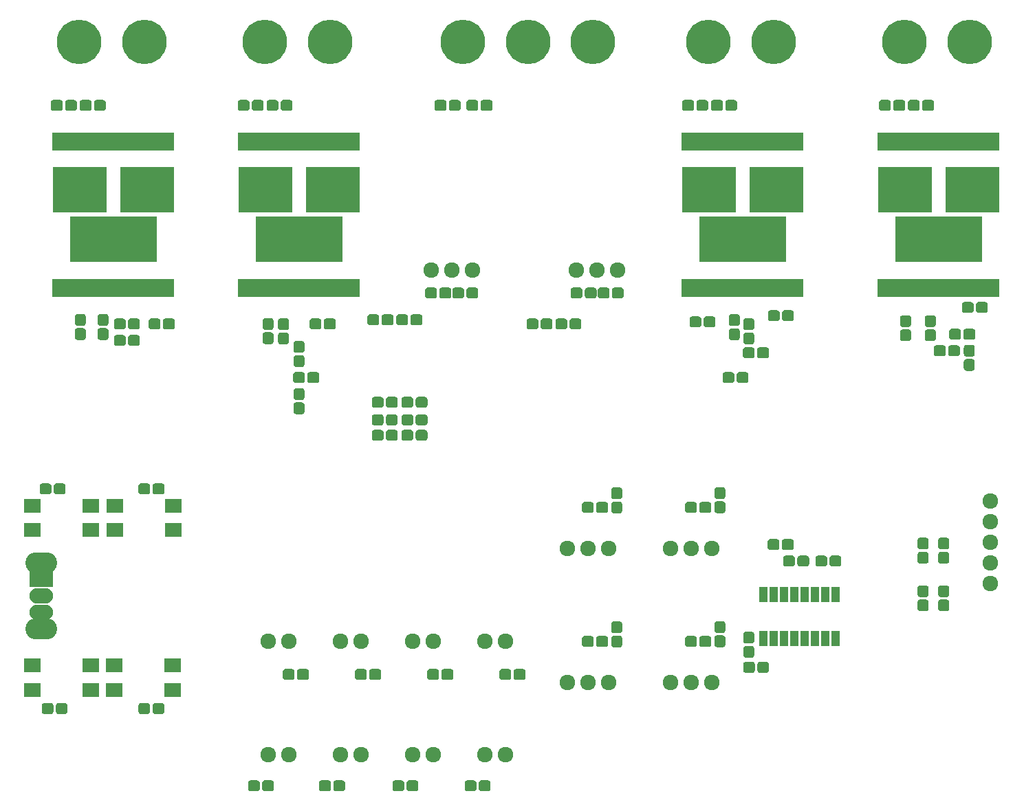
<source format=gbr>
G04 #@! TF.GenerationSoftware,KiCad,Pcbnew,(5.0.0)*
G04 #@! TF.CreationDate,2018-12-18T22:35:00-06:00*
G04 #@! TF.ProjectId,ArmMotorController_Hardware,41726D4D6F746F72436F6E74726F6C6C,rev?*
G04 #@! TF.SameCoordinates,Original*
G04 #@! TF.FileFunction,Soldermask,Top*
G04 #@! TF.FilePolarity,Negative*
%FSLAX46Y46*%
G04 Gerber Fmt 4.6, Leading zero omitted, Abs format (unit mm)*
G04 Created by KiCad (PCBNEW (5.0.0)) date 12/18/18 22:35:00*
%MOMM*%
%LPD*%
G01*
G04 APERTURE LIST*
%ADD10C,1.924000*%
%ADD11C,0.100000*%
%ADD12C,1.350000*%
%ADD13R,1.035000X2.254200*%
%ADD14R,6.623000X5.657800*%
%ADD15R,10.712400X5.657800*%
%ADD16C,5.480000*%
%ADD17R,2.000000X1.800000*%
%ADD18R,2.900000X1.900000*%
%ADD19O,2.900000X1.900000*%
%ADD20O,3.900000X2.600000*%
%ADD21R,1.000000X1.900000*%
G04 APERTURE END LIST*
D10*
G04 #@! TO.C,U2*
X112903000Y-73660000D03*
X110363000Y-73660000D03*
X107823000Y-73660000D03*
G04 #@! TD*
D11*
G04 #@! TO.C,R47*
G36*
X43120581Y-126961625D02*
X43153343Y-126966485D01*
X43185471Y-126974533D01*
X43216656Y-126985691D01*
X43246596Y-126999852D01*
X43275005Y-127016879D01*
X43301608Y-127036609D01*
X43326149Y-127058851D01*
X43348391Y-127083392D01*
X43368121Y-127109995D01*
X43385148Y-127138404D01*
X43399309Y-127168344D01*
X43410467Y-127199529D01*
X43418515Y-127231657D01*
X43423375Y-127264419D01*
X43425000Y-127297500D01*
X43425000Y-127972500D01*
X43423375Y-128005581D01*
X43418515Y-128038343D01*
X43410467Y-128070471D01*
X43399309Y-128101656D01*
X43385148Y-128131596D01*
X43368121Y-128160005D01*
X43348391Y-128186608D01*
X43326149Y-128211149D01*
X43301608Y-128233391D01*
X43275005Y-128253121D01*
X43246596Y-128270148D01*
X43216656Y-128284309D01*
X43185471Y-128295467D01*
X43153343Y-128303515D01*
X43120581Y-128308375D01*
X43087500Y-128310000D01*
X42312500Y-128310000D01*
X42279419Y-128308375D01*
X42246657Y-128303515D01*
X42214529Y-128295467D01*
X42183344Y-128284309D01*
X42153404Y-128270148D01*
X42124995Y-128253121D01*
X42098392Y-128233391D01*
X42073851Y-128211149D01*
X42051609Y-128186608D01*
X42031879Y-128160005D01*
X42014852Y-128131596D01*
X42000691Y-128101656D01*
X41989533Y-128070471D01*
X41981485Y-128038343D01*
X41976625Y-128005581D01*
X41975000Y-127972500D01*
X41975000Y-127297500D01*
X41976625Y-127264419D01*
X41981485Y-127231657D01*
X41989533Y-127199529D01*
X42000691Y-127168344D01*
X42014852Y-127138404D01*
X42031879Y-127109995D01*
X42051609Y-127083392D01*
X42073851Y-127058851D01*
X42098392Y-127036609D01*
X42124995Y-127016879D01*
X42153404Y-126999852D01*
X42183344Y-126985691D01*
X42214529Y-126974533D01*
X42246657Y-126966485D01*
X42279419Y-126961625D01*
X42312500Y-126960000D01*
X43087500Y-126960000D01*
X43120581Y-126961625D01*
X43120581Y-126961625D01*
G37*
D12*
X42700000Y-127635000D03*
D11*
G36*
X44870581Y-126961625D02*
X44903343Y-126966485D01*
X44935471Y-126974533D01*
X44966656Y-126985691D01*
X44996596Y-126999852D01*
X45025005Y-127016879D01*
X45051608Y-127036609D01*
X45076149Y-127058851D01*
X45098391Y-127083392D01*
X45118121Y-127109995D01*
X45135148Y-127138404D01*
X45149309Y-127168344D01*
X45160467Y-127199529D01*
X45168515Y-127231657D01*
X45173375Y-127264419D01*
X45175000Y-127297500D01*
X45175000Y-127972500D01*
X45173375Y-128005581D01*
X45168515Y-128038343D01*
X45160467Y-128070471D01*
X45149309Y-128101656D01*
X45135148Y-128131596D01*
X45118121Y-128160005D01*
X45098391Y-128186608D01*
X45076149Y-128211149D01*
X45051608Y-128233391D01*
X45025005Y-128253121D01*
X44996596Y-128270148D01*
X44966656Y-128284309D01*
X44935471Y-128295467D01*
X44903343Y-128303515D01*
X44870581Y-128308375D01*
X44837500Y-128310000D01*
X44062500Y-128310000D01*
X44029419Y-128308375D01*
X43996657Y-128303515D01*
X43964529Y-128295467D01*
X43933344Y-128284309D01*
X43903404Y-128270148D01*
X43874995Y-128253121D01*
X43848392Y-128233391D01*
X43823851Y-128211149D01*
X43801609Y-128186608D01*
X43781879Y-128160005D01*
X43764852Y-128131596D01*
X43750691Y-128101656D01*
X43739533Y-128070471D01*
X43731485Y-128038343D01*
X43726625Y-128005581D01*
X43725000Y-127972500D01*
X43725000Y-127297500D01*
X43726625Y-127264419D01*
X43731485Y-127231657D01*
X43739533Y-127199529D01*
X43750691Y-127168344D01*
X43764852Y-127138404D01*
X43781879Y-127109995D01*
X43801609Y-127083392D01*
X43823851Y-127058851D01*
X43848392Y-127036609D01*
X43874995Y-127016879D01*
X43903404Y-126999852D01*
X43933344Y-126985691D01*
X43964529Y-126974533D01*
X43996657Y-126966485D01*
X44029419Y-126961625D01*
X44062500Y-126960000D01*
X44837500Y-126960000D01*
X44870581Y-126961625D01*
X44870581Y-126961625D01*
G37*
D12*
X44450000Y-127635000D03*
G04 #@! TD*
D13*
G04 #@! TO.C,U5*
X43800001Y-75806300D03*
X44799999Y-75806300D03*
X45800000Y-75806300D03*
X46800000Y-75806300D03*
X47800001Y-75806300D03*
X48799999Y-75806300D03*
X49799999Y-75806300D03*
X50800000Y-75806300D03*
X51800001Y-75806300D03*
X52800001Y-75806300D03*
X53799999Y-75806300D03*
X54800000Y-75806300D03*
X55800000Y-75806300D03*
X56800001Y-75806300D03*
X57800001Y-75806300D03*
X57799999Y-57797700D03*
X56800001Y-57797700D03*
X55800000Y-57797700D03*
X54800000Y-57797700D03*
X53799999Y-57797700D03*
X52800001Y-57797700D03*
X51800001Y-57797700D03*
X50800000Y-57797700D03*
X49799999Y-57797700D03*
X48799999Y-57797700D03*
X47800001Y-57797700D03*
X46800000Y-57797700D03*
X45800000Y-57797700D03*
X44799999Y-57797700D03*
X43799999Y-57797700D03*
D14*
X46634400Y-63754000D03*
D15*
X50800000Y-69850000D03*
D14*
X54965600Y-63754000D03*
G04 #@! TD*
D13*
G04 #@! TO.C,U7*
X121270001Y-75806300D03*
X122269999Y-75806300D03*
X123270000Y-75806300D03*
X124270000Y-75806300D03*
X125270001Y-75806300D03*
X126269999Y-75806300D03*
X127269999Y-75806300D03*
X128270000Y-75806300D03*
X129270001Y-75806300D03*
X130270001Y-75806300D03*
X131269999Y-75806300D03*
X132270000Y-75806300D03*
X133270000Y-75806300D03*
X134270001Y-75806300D03*
X135270001Y-75806300D03*
X135269999Y-57797700D03*
X134270001Y-57797700D03*
X133270000Y-57797700D03*
X132270000Y-57797700D03*
X131269999Y-57797700D03*
X130270001Y-57797700D03*
X129270001Y-57797700D03*
X128270000Y-57797700D03*
X127269999Y-57797700D03*
X126269999Y-57797700D03*
X125270001Y-57797700D03*
X124270000Y-57797700D03*
X123270000Y-57797700D03*
X122269999Y-57797700D03*
X121269999Y-57797700D03*
D14*
X124104400Y-63754000D03*
D15*
X128270000Y-69850000D03*
D14*
X132435600Y-63754000D03*
G04 #@! TD*
D11*
G04 #@! TO.C,R10*
G36*
X83450581Y-122770625D02*
X83483343Y-122775485D01*
X83515471Y-122783533D01*
X83546656Y-122794691D01*
X83576596Y-122808852D01*
X83605005Y-122825879D01*
X83631608Y-122845609D01*
X83656149Y-122867851D01*
X83678391Y-122892392D01*
X83698121Y-122918995D01*
X83715148Y-122947404D01*
X83729309Y-122977344D01*
X83740467Y-123008529D01*
X83748515Y-123040657D01*
X83753375Y-123073419D01*
X83755000Y-123106500D01*
X83755000Y-123781500D01*
X83753375Y-123814581D01*
X83748515Y-123847343D01*
X83740467Y-123879471D01*
X83729309Y-123910656D01*
X83715148Y-123940596D01*
X83698121Y-123969005D01*
X83678391Y-123995608D01*
X83656149Y-124020149D01*
X83631608Y-124042391D01*
X83605005Y-124062121D01*
X83576596Y-124079148D01*
X83546656Y-124093309D01*
X83515471Y-124104467D01*
X83483343Y-124112515D01*
X83450581Y-124117375D01*
X83417500Y-124119000D01*
X82642500Y-124119000D01*
X82609419Y-124117375D01*
X82576657Y-124112515D01*
X82544529Y-124104467D01*
X82513344Y-124093309D01*
X82483404Y-124079148D01*
X82454995Y-124062121D01*
X82428392Y-124042391D01*
X82403851Y-124020149D01*
X82381609Y-123995608D01*
X82361879Y-123969005D01*
X82344852Y-123940596D01*
X82330691Y-123910656D01*
X82319533Y-123879471D01*
X82311485Y-123847343D01*
X82306625Y-123814581D01*
X82305000Y-123781500D01*
X82305000Y-123106500D01*
X82306625Y-123073419D01*
X82311485Y-123040657D01*
X82319533Y-123008529D01*
X82330691Y-122977344D01*
X82344852Y-122947404D01*
X82361879Y-122918995D01*
X82381609Y-122892392D01*
X82403851Y-122867851D01*
X82428392Y-122845609D01*
X82454995Y-122825879D01*
X82483404Y-122808852D01*
X82513344Y-122794691D01*
X82544529Y-122783533D01*
X82576657Y-122775485D01*
X82609419Y-122770625D01*
X82642500Y-122769000D01*
X83417500Y-122769000D01*
X83450581Y-122770625D01*
X83450581Y-122770625D01*
G37*
D12*
X83030000Y-123444000D03*
D11*
G36*
X81700581Y-122770625D02*
X81733343Y-122775485D01*
X81765471Y-122783533D01*
X81796656Y-122794691D01*
X81826596Y-122808852D01*
X81855005Y-122825879D01*
X81881608Y-122845609D01*
X81906149Y-122867851D01*
X81928391Y-122892392D01*
X81948121Y-122918995D01*
X81965148Y-122947404D01*
X81979309Y-122977344D01*
X81990467Y-123008529D01*
X81998515Y-123040657D01*
X82003375Y-123073419D01*
X82005000Y-123106500D01*
X82005000Y-123781500D01*
X82003375Y-123814581D01*
X81998515Y-123847343D01*
X81990467Y-123879471D01*
X81979309Y-123910656D01*
X81965148Y-123940596D01*
X81948121Y-123969005D01*
X81928391Y-123995608D01*
X81906149Y-124020149D01*
X81881608Y-124042391D01*
X81855005Y-124062121D01*
X81826596Y-124079148D01*
X81796656Y-124093309D01*
X81765471Y-124104467D01*
X81733343Y-124112515D01*
X81700581Y-124117375D01*
X81667500Y-124119000D01*
X80892500Y-124119000D01*
X80859419Y-124117375D01*
X80826657Y-124112515D01*
X80794529Y-124104467D01*
X80763344Y-124093309D01*
X80733404Y-124079148D01*
X80704995Y-124062121D01*
X80678392Y-124042391D01*
X80653851Y-124020149D01*
X80631609Y-123995608D01*
X80611879Y-123969005D01*
X80594852Y-123940596D01*
X80580691Y-123910656D01*
X80569533Y-123879471D01*
X80561485Y-123847343D01*
X80556625Y-123814581D01*
X80555000Y-123781500D01*
X80555000Y-123106500D01*
X80556625Y-123073419D01*
X80561485Y-123040657D01*
X80569533Y-123008529D01*
X80580691Y-122977344D01*
X80594852Y-122947404D01*
X80611879Y-122918995D01*
X80631609Y-122892392D01*
X80653851Y-122867851D01*
X80678392Y-122845609D01*
X80704995Y-122825879D01*
X80733404Y-122808852D01*
X80763344Y-122794691D01*
X80794529Y-122783533D01*
X80826657Y-122775485D01*
X80859419Y-122770625D01*
X80892500Y-122769000D01*
X81667500Y-122769000D01*
X81700581Y-122770625D01*
X81700581Y-122770625D01*
G37*
D12*
X81280000Y-123444000D03*
G04 #@! TD*
D11*
G04 #@! TO.C,R16*
G36*
X150865581Y-108341625D02*
X150898343Y-108346485D01*
X150930471Y-108354533D01*
X150961656Y-108365691D01*
X150991596Y-108379852D01*
X151020005Y-108396879D01*
X151046608Y-108416609D01*
X151071149Y-108438851D01*
X151093391Y-108463392D01*
X151113121Y-108489995D01*
X151130148Y-108518404D01*
X151144309Y-108548344D01*
X151155467Y-108579529D01*
X151163515Y-108611657D01*
X151168375Y-108644419D01*
X151170000Y-108677500D01*
X151170000Y-109452500D01*
X151168375Y-109485581D01*
X151163515Y-109518343D01*
X151155467Y-109550471D01*
X151144309Y-109581656D01*
X151130148Y-109611596D01*
X151113121Y-109640005D01*
X151093391Y-109666608D01*
X151071149Y-109691149D01*
X151046608Y-109713391D01*
X151020005Y-109733121D01*
X150991596Y-109750148D01*
X150961656Y-109764309D01*
X150930471Y-109775467D01*
X150898343Y-109783515D01*
X150865581Y-109788375D01*
X150832500Y-109790000D01*
X150157500Y-109790000D01*
X150124419Y-109788375D01*
X150091657Y-109783515D01*
X150059529Y-109775467D01*
X150028344Y-109764309D01*
X149998404Y-109750148D01*
X149969995Y-109733121D01*
X149943392Y-109713391D01*
X149918851Y-109691149D01*
X149896609Y-109666608D01*
X149876879Y-109640005D01*
X149859852Y-109611596D01*
X149845691Y-109581656D01*
X149834533Y-109550471D01*
X149826485Y-109518343D01*
X149821625Y-109485581D01*
X149820000Y-109452500D01*
X149820000Y-108677500D01*
X149821625Y-108644419D01*
X149826485Y-108611657D01*
X149834533Y-108579529D01*
X149845691Y-108548344D01*
X149859852Y-108518404D01*
X149876879Y-108489995D01*
X149896609Y-108463392D01*
X149918851Y-108438851D01*
X149943392Y-108416609D01*
X149969995Y-108396879D01*
X149998404Y-108379852D01*
X150028344Y-108365691D01*
X150059529Y-108354533D01*
X150091657Y-108346485D01*
X150124419Y-108341625D01*
X150157500Y-108340000D01*
X150832500Y-108340000D01*
X150865581Y-108341625D01*
X150865581Y-108341625D01*
G37*
D12*
X150495000Y-109065000D03*
D11*
G36*
X150865581Y-106591625D02*
X150898343Y-106596485D01*
X150930471Y-106604533D01*
X150961656Y-106615691D01*
X150991596Y-106629852D01*
X151020005Y-106646879D01*
X151046608Y-106666609D01*
X151071149Y-106688851D01*
X151093391Y-106713392D01*
X151113121Y-106739995D01*
X151130148Y-106768404D01*
X151144309Y-106798344D01*
X151155467Y-106829529D01*
X151163515Y-106861657D01*
X151168375Y-106894419D01*
X151170000Y-106927500D01*
X151170000Y-107702500D01*
X151168375Y-107735581D01*
X151163515Y-107768343D01*
X151155467Y-107800471D01*
X151144309Y-107831656D01*
X151130148Y-107861596D01*
X151113121Y-107890005D01*
X151093391Y-107916608D01*
X151071149Y-107941149D01*
X151046608Y-107963391D01*
X151020005Y-107983121D01*
X150991596Y-108000148D01*
X150961656Y-108014309D01*
X150930471Y-108025467D01*
X150898343Y-108033515D01*
X150865581Y-108038375D01*
X150832500Y-108040000D01*
X150157500Y-108040000D01*
X150124419Y-108038375D01*
X150091657Y-108033515D01*
X150059529Y-108025467D01*
X150028344Y-108014309D01*
X149998404Y-108000148D01*
X149969995Y-107983121D01*
X149943392Y-107963391D01*
X149918851Y-107941149D01*
X149896609Y-107916608D01*
X149876879Y-107890005D01*
X149859852Y-107861596D01*
X149845691Y-107831656D01*
X149834533Y-107800471D01*
X149826485Y-107768343D01*
X149821625Y-107735581D01*
X149820000Y-107702500D01*
X149820000Y-106927500D01*
X149821625Y-106894419D01*
X149826485Y-106861657D01*
X149834533Y-106829529D01*
X149845691Y-106798344D01*
X149859852Y-106768404D01*
X149876879Y-106739995D01*
X149896609Y-106713392D01*
X149918851Y-106688851D01*
X149943392Y-106666609D01*
X149969995Y-106646879D01*
X149998404Y-106629852D01*
X150028344Y-106615691D01*
X150059529Y-106604533D01*
X150091657Y-106596485D01*
X150124419Y-106591625D01*
X150157500Y-106590000D01*
X150832500Y-106590000D01*
X150865581Y-106591625D01*
X150865581Y-106591625D01*
G37*
D12*
X150495000Y-107315000D03*
G04 #@! TD*
D11*
G04 #@! TO.C,R15*
G36*
X150865581Y-114211625D02*
X150898343Y-114216485D01*
X150930471Y-114224533D01*
X150961656Y-114235691D01*
X150991596Y-114249852D01*
X151020005Y-114266879D01*
X151046608Y-114286609D01*
X151071149Y-114308851D01*
X151093391Y-114333392D01*
X151113121Y-114359995D01*
X151130148Y-114388404D01*
X151144309Y-114418344D01*
X151155467Y-114449529D01*
X151163515Y-114481657D01*
X151168375Y-114514419D01*
X151170000Y-114547500D01*
X151170000Y-115322500D01*
X151168375Y-115355581D01*
X151163515Y-115388343D01*
X151155467Y-115420471D01*
X151144309Y-115451656D01*
X151130148Y-115481596D01*
X151113121Y-115510005D01*
X151093391Y-115536608D01*
X151071149Y-115561149D01*
X151046608Y-115583391D01*
X151020005Y-115603121D01*
X150991596Y-115620148D01*
X150961656Y-115634309D01*
X150930471Y-115645467D01*
X150898343Y-115653515D01*
X150865581Y-115658375D01*
X150832500Y-115660000D01*
X150157500Y-115660000D01*
X150124419Y-115658375D01*
X150091657Y-115653515D01*
X150059529Y-115645467D01*
X150028344Y-115634309D01*
X149998404Y-115620148D01*
X149969995Y-115603121D01*
X149943392Y-115583391D01*
X149918851Y-115561149D01*
X149896609Y-115536608D01*
X149876879Y-115510005D01*
X149859852Y-115481596D01*
X149845691Y-115451656D01*
X149834533Y-115420471D01*
X149826485Y-115388343D01*
X149821625Y-115355581D01*
X149820000Y-115322500D01*
X149820000Y-114547500D01*
X149821625Y-114514419D01*
X149826485Y-114481657D01*
X149834533Y-114449529D01*
X149845691Y-114418344D01*
X149859852Y-114388404D01*
X149876879Y-114359995D01*
X149896609Y-114333392D01*
X149918851Y-114308851D01*
X149943392Y-114286609D01*
X149969995Y-114266879D01*
X149998404Y-114249852D01*
X150028344Y-114235691D01*
X150059529Y-114224533D01*
X150091657Y-114216485D01*
X150124419Y-114211625D01*
X150157500Y-114210000D01*
X150832500Y-114210000D01*
X150865581Y-114211625D01*
X150865581Y-114211625D01*
G37*
D12*
X150495000Y-114935000D03*
D11*
G36*
X150865581Y-112461625D02*
X150898343Y-112466485D01*
X150930471Y-112474533D01*
X150961656Y-112485691D01*
X150991596Y-112499852D01*
X151020005Y-112516879D01*
X151046608Y-112536609D01*
X151071149Y-112558851D01*
X151093391Y-112583392D01*
X151113121Y-112609995D01*
X151130148Y-112638404D01*
X151144309Y-112668344D01*
X151155467Y-112699529D01*
X151163515Y-112731657D01*
X151168375Y-112764419D01*
X151170000Y-112797500D01*
X151170000Y-113572500D01*
X151168375Y-113605581D01*
X151163515Y-113638343D01*
X151155467Y-113670471D01*
X151144309Y-113701656D01*
X151130148Y-113731596D01*
X151113121Y-113760005D01*
X151093391Y-113786608D01*
X151071149Y-113811149D01*
X151046608Y-113833391D01*
X151020005Y-113853121D01*
X150991596Y-113870148D01*
X150961656Y-113884309D01*
X150930471Y-113895467D01*
X150898343Y-113903515D01*
X150865581Y-113908375D01*
X150832500Y-113910000D01*
X150157500Y-113910000D01*
X150124419Y-113908375D01*
X150091657Y-113903515D01*
X150059529Y-113895467D01*
X150028344Y-113884309D01*
X149998404Y-113870148D01*
X149969995Y-113853121D01*
X149943392Y-113833391D01*
X149918851Y-113811149D01*
X149896609Y-113786608D01*
X149876879Y-113760005D01*
X149859852Y-113731596D01*
X149845691Y-113701656D01*
X149834533Y-113670471D01*
X149826485Y-113638343D01*
X149821625Y-113605581D01*
X149820000Y-113572500D01*
X149820000Y-112797500D01*
X149821625Y-112764419D01*
X149826485Y-112731657D01*
X149834533Y-112699529D01*
X149845691Y-112668344D01*
X149859852Y-112638404D01*
X149876879Y-112609995D01*
X149896609Y-112583392D01*
X149918851Y-112558851D01*
X149943392Y-112536609D01*
X149969995Y-112516879D01*
X149998404Y-112499852D01*
X150028344Y-112485691D01*
X150059529Y-112474533D01*
X150091657Y-112466485D01*
X150124419Y-112461625D01*
X150157500Y-112460000D01*
X150832500Y-112460000D01*
X150865581Y-112461625D01*
X150865581Y-112461625D01*
G37*
D12*
X150495000Y-113185000D03*
G04 #@! TD*
D11*
G04 #@! TO.C,R14*
G36*
X151522581Y-52666625D02*
X151555343Y-52671485D01*
X151587471Y-52679533D01*
X151618656Y-52690691D01*
X151648596Y-52704852D01*
X151677005Y-52721879D01*
X151703608Y-52741609D01*
X151728149Y-52763851D01*
X151750391Y-52788392D01*
X151770121Y-52814995D01*
X151787148Y-52843404D01*
X151801309Y-52873344D01*
X151812467Y-52904529D01*
X151820515Y-52936657D01*
X151825375Y-52969419D01*
X151827000Y-53002500D01*
X151827000Y-53677500D01*
X151825375Y-53710581D01*
X151820515Y-53743343D01*
X151812467Y-53775471D01*
X151801309Y-53806656D01*
X151787148Y-53836596D01*
X151770121Y-53865005D01*
X151750391Y-53891608D01*
X151728149Y-53916149D01*
X151703608Y-53938391D01*
X151677005Y-53958121D01*
X151648596Y-53975148D01*
X151618656Y-53989309D01*
X151587471Y-54000467D01*
X151555343Y-54008515D01*
X151522581Y-54013375D01*
X151489500Y-54015000D01*
X150714500Y-54015000D01*
X150681419Y-54013375D01*
X150648657Y-54008515D01*
X150616529Y-54000467D01*
X150585344Y-53989309D01*
X150555404Y-53975148D01*
X150526995Y-53958121D01*
X150500392Y-53938391D01*
X150475851Y-53916149D01*
X150453609Y-53891608D01*
X150433879Y-53865005D01*
X150416852Y-53836596D01*
X150402691Y-53806656D01*
X150391533Y-53775471D01*
X150383485Y-53743343D01*
X150378625Y-53710581D01*
X150377000Y-53677500D01*
X150377000Y-53002500D01*
X150378625Y-52969419D01*
X150383485Y-52936657D01*
X150391533Y-52904529D01*
X150402691Y-52873344D01*
X150416852Y-52843404D01*
X150433879Y-52814995D01*
X150453609Y-52788392D01*
X150475851Y-52763851D01*
X150500392Y-52741609D01*
X150526995Y-52721879D01*
X150555404Y-52704852D01*
X150585344Y-52690691D01*
X150616529Y-52679533D01*
X150648657Y-52671485D01*
X150681419Y-52666625D01*
X150714500Y-52665000D01*
X151489500Y-52665000D01*
X151522581Y-52666625D01*
X151522581Y-52666625D01*
G37*
D12*
X151102000Y-53340000D03*
D11*
G36*
X149772581Y-52666625D02*
X149805343Y-52671485D01*
X149837471Y-52679533D01*
X149868656Y-52690691D01*
X149898596Y-52704852D01*
X149927005Y-52721879D01*
X149953608Y-52741609D01*
X149978149Y-52763851D01*
X150000391Y-52788392D01*
X150020121Y-52814995D01*
X150037148Y-52843404D01*
X150051309Y-52873344D01*
X150062467Y-52904529D01*
X150070515Y-52936657D01*
X150075375Y-52969419D01*
X150077000Y-53002500D01*
X150077000Y-53677500D01*
X150075375Y-53710581D01*
X150070515Y-53743343D01*
X150062467Y-53775471D01*
X150051309Y-53806656D01*
X150037148Y-53836596D01*
X150020121Y-53865005D01*
X150000391Y-53891608D01*
X149978149Y-53916149D01*
X149953608Y-53938391D01*
X149927005Y-53958121D01*
X149898596Y-53975148D01*
X149868656Y-53989309D01*
X149837471Y-54000467D01*
X149805343Y-54008515D01*
X149772581Y-54013375D01*
X149739500Y-54015000D01*
X148964500Y-54015000D01*
X148931419Y-54013375D01*
X148898657Y-54008515D01*
X148866529Y-54000467D01*
X148835344Y-53989309D01*
X148805404Y-53975148D01*
X148776995Y-53958121D01*
X148750392Y-53938391D01*
X148725851Y-53916149D01*
X148703609Y-53891608D01*
X148683879Y-53865005D01*
X148666852Y-53836596D01*
X148652691Y-53806656D01*
X148641533Y-53775471D01*
X148633485Y-53743343D01*
X148628625Y-53710581D01*
X148627000Y-53677500D01*
X148627000Y-53002500D01*
X148628625Y-52969419D01*
X148633485Y-52936657D01*
X148641533Y-52904529D01*
X148652691Y-52873344D01*
X148666852Y-52843404D01*
X148683879Y-52814995D01*
X148703609Y-52788392D01*
X148725851Y-52763851D01*
X148750392Y-52741609D01*
X148776995Y-52721879D01*
X148805404Y-52704852D01*
X148835344Y-52690691D01*
X148866529Y-52679533D01*
X148898657Y-52671485D01*
X148931419Y-52666625D01*
X148964500Y-52665000D01*
X149739500Y-52665000D01*
X149772581Y-52666625D01*
X149772581Y-52666625D01*
G37*
D12*
X149352000Y-53340000D03*
G04 #@! TD*
D11*
G04 #@! TO.C,R13*
G36*
X125529581Y-52666625D02*
X125562343Y-52671485D01*
X125594471Y-52679533D01*
X125625656Y-52690691D01*
X125655596Y-52704852D01*
X125684005Y-52721879D01*
X125710608Y-52741609D01*
X125735149Y-52763851D01*
X125757391Y-52788392D01*
X125777121Y-52814995D01*
X125794148Y-52843404D01*
X125808309Y-52873344D01*
X125819467Y-52904529D01*
X125827515Y-52936657D01*
X125832375Y-52969419D01*
X125834000Y-53002500D01*
X125834000Y-53677500D01*
X125832375Y-53710581D01*
X125827515Y-53743343D01*
X125819467Y-53775471D01*
X125808309Y-53806656D01*
X125794148Y-53836596D01*
X125777121Y-53865005D01*
X125757391Y-53891608D01*
X125735149Y-53916149D01*
X125710608Y-53938391D01*
X125684005Y-53958121D01*
X125655596Y-53975148D01*
X125625656Y-53989309D01*
X125594471Y-54000467D01*
X125562343Y-54008515D01*
X125529581Y-54013375D01*
X125496500Y-54015000D01*
X124721500Y-54015000D01*
X124688419Y-54013375D01*
X124655657Y-54008515D01*
X124623529Y-54000467D01*
X124592344Y-53989309D01*
X124562404Y-53975148D01*
X124533995Y-53958121D01*
X124507392Y-53938391D01*
X124482851Y-53916149D01*
X124460609Y-53891608D01*
X124440879Y-53865005D01*
X124423852Y-53836596D01*
X124409691Y-53806656D01*
X124398533Y-53775471D01*
X124390485Y-53743343D01*
X124385625Y-53710581D01*
X124384000Y-53677500D01*
X124384000Y-53002500D01*
X124385625Y-52969419D01*
X124390485Y-52936657D01*
X124398533Y-52904529D01*
X124409691Y-52873344D01*
X124423852Y-52843404D01*
X124440879Y-52814995D01*
X124460609Y-52788392D01*
X124482851Y-52763851D01*
X124507392Y-52741609D01*
X124533995Y-52721879D01*
X124562404Y-52704852D01*
X124592344Y-52690691D01*
X124623529Y-52679533D01*
X124655657Y-52671485D01*
X124688419Y-52666625D01*
X124721500Y-52665000D01*
X125496500Y-52665000D01*
X125529581Y-52666625D01*
X125529581Y-52666625D01*
G37*
D12*
X125109000Y-53340000D03*
D11*
G36*
X127279581Y-52666625D02*
X127312343Y-52671485D01*
X127344471Y-52679533D01*
X127375656Y-52690691D01*
X127405596Y-52704852D01*
X127434005Y-52721879D01*
X127460608Y-52741609D01*
X127485149Y-52763851D01*
X127507391Y-52788392D01*
X127527121Y-52814995D01*
X127544148Y-52843404D01*
X127558309Y-52873344D01*
X127569467Y-52904529D01*
X127577515Y-52936657D01*
X127582375Y-52969419D01*
X127584000Y-53002500D01*
X127584000Y-53677500D01*
X127582375Y-53710581D01*
X127577515Y-53743343D01*
X127569467Y-53775471D01*
X127558309Y-53806656D01*
X127544148Y-53836596D01*
X127527121Y-53865005D01*
X127507391Y-53891608D01*
X127485149Y-53916149D01*
X127460608Y-53938391D01*
X127434005Y-53958121D01*
X127405596Y-53975148D01*
X127375656Y-53989309D01*
X127344471Y-54000467D01*
X127312343Y-54008515D01*
X127279581Y-54013375D01*
X127246500Y-54015000D01*
X126471500Y-54015000D01*
X126438419Y-54013375D01*
X126405657Y-54008515D01*
X126373529Y-54000467D01*
X126342344Y-53989309D01*
X126312404Y-53975148D01*
X126283995Y-53958121D01*
X126257392Y-53938391D01*
X126232851Y-53916149D01*
X126210609Y-53891608D01*
X126190879Y-53865005D01*
X126173852Y-53836596D01*
X126159691Y-53806656D01*
X126148533Y-53775471D01*
X126140485Y-53743343D01*
X126135625Y-53710581D01*
X126134000Y-53677500D01*
X126134000Y-53002500D01*
X126135625Y-52969419D01*
X126140485Y-52936657D01*
X126148533Y-52904529D01*
X126159691Y-52873344D01*
X126173852Y-52843404D01*
X126190879Y-52814995D01*
X126210609Y-52788392D01*
X126232851Y-52763851D01*
X126257392Y-52741609D01*
X126283995Y-52721879D01*
X126312404Y-52704852D01*
X126342344Y-52690691D01*
X126373529Y-52679533D01*
X126405657Y-52671485D01*
X126438419Y-52666625D01*
X126471500Y-52665000D01*
X127246500Y-52665000D01*
X127279581Y-52666625D01*
X127279581Y-52666625D01*
G37*
D12*
X126859000Y-53340000D03*
G04 #@! TD*
D11*
G04 #@! TO.C,R18*
G36*
X124090581Y-102196625D02*
X124123343Y-102201485D01*
X124155471Y-102209533D01*
X124186656Y-102220691D01*
X124216596Y-102234852D01*
X124245005Y-102251879D01*
X124271608Y-102271609D01*
X124296149Y-102293851D01*
X124318391Y-102318392D01*
X124338121Y-102344995D01*
X124355148Y-102373404D01*
X124369309Y-102403344D01*
X124380467Y-102434529D01*
X124388515Y-102466657D01*
X124393375Y-102499419D01*
X124395000Y-102532500D01*
X124395000Y-103207500D01*
X124393375Y-103240581D01*
X124388515Y-103273343D01*
X124380467Y-103305471D01*
X124369309Y-103336656D01*
X124355148Y-103366596D01*
X124338121Y-103395005D01*
X124318391Y-103421608D01*
X124296149Y-103446149D01*
X124271608Y-103468391D01*
X124245005Y-103488121D01*
X124216596Y-103505148D01*
X124186656Y-103519309D01*
X124155471Y-103530467D01*
X124123343Y-103538515D01*
X124090581Y-103543375D01*
X124057500Y-103545000D01*
X123282500Y-103545000D01*
X123249419Y-103543375D01*
X123216657Y-103538515D01*
X123184529Y-103530467D01*
X123153344Y-103519309D01*
X123123404Y-103505148D01*
X123094995Y-103488121D01*
X123068392Y-103468391D01*
X123043851Y-103446149D01*
X123021609Y-103421608D01*
X123001879Y-103395005D01*
X122984852Y-103366596D01*
X122970691Y-103336656D01*
X122959533Y-103305471D01*
X122951485Y-103273343D01*
X122946625Y-103240581D01*
X122945000Y-103207500D01*
X122945000Y-102532500D01*
X122946625Y-102499419D01*
X122951485Y-102466657D01*
X122959533Y-102434529D01*
X122970691Y-102403344D01*
X122984852Y-102373404D01*
X123001879Y-102344995D01*
X123021609Y-102318392D01*
X123043851Y-102293851D01*
X123068392Y-102271609D01*
X123094995Y-102251879D01*
X123123404Y-102234852D01*
X123153344Y-102220691D01*
X123184529Y-102209533D01*
X123216657Y-102201485D01*
X123249419Y-102196625D01*
X123282500Y-102195000D01*
X124057500Y-102195000D01*
X124090581Y-102196625D01*
X124090581Y-102196625D01*
G37*
D12*
X123670000Y-102870000D03*
D11*
G36*
X122340581Y-102196625D02*
X122373343Y-102201485D01*
X122405471Y-102209533D01*
X122436656Y-102220691D01*
X122466596Y-102234852D01*
X122495005Y-102251879D01*
X122521608Y-102271609D01*
X122546149Y-102293851D01*
X122568391Y-102318392D01*
X122588121Y-102344995D01*
X122605148Y-102373404D01*
X122619309Y-102403344D01*
X122630467Y-102434529D01*
X122638515Y-102466657D01*
X122643375Y-102499419D01*
X122645000Y-102532500D01*
X122645000Y-103207500D01*
X122643375Y-103240581D01*
X122638515Y-103273343D01*
X122630467Y-103305471D01*
X122619309Y-103336656D01*
X122605148Y-103366596D01*
X122588121Y-103395005D01*
X122568391Y-103421608D01*
X122546149Y-103446149D01*
X122521608Y-103468391D01*
X122495005Y-103488121D01*
X122466596Y-103505148D01*
X122436656Y-103519309D01*
X122405471Y-103530467D01*
X122373343Y-103538515D01*
X122340581Y-103543375D01*
X122307500Y-103545000D01*
X121532500Y-103545000D01*
X121499419Y-103543375D01*
X121466657Y-103538515D01*
X121434529Y-103530467D01*
X121403344Y-103519309D01*
X121373404Y-103505148D01*
X121344995Y-103488121D01*
X121318392Y-103468391D01*
X121293851Y-103446149D01*
X121271609Y-103421608D01*
X121251879Y-103395005D01*
X121234852Y-103366596D01*
X121220691Y-103336656D01*
X121209533Y-103305471D01*
X121201485Y-103273343D01*
X121196625Y-103240581D01*
X121195000Y-103207500D01*
X121195000Y-102532500D01*
X121196625Y-102499419D01*
X121201485Y-102466657D01*
X121209533Y-102434529D01*
X121220691Y-102403344D01*
X121234852Y-102373404D01*
X121251879Y-102344995D01*
X121271609Y-102318392D01*
X121293851Y-102293851D01*
X121318392Y-102271609D01*
X121344995Y-102251879D01*
X121373404Y-102234852D01*
X121403344Y-102220691D01*
X121434529Y-102209533D01*
X121466657Y-102201485D01*
X121499419Y-102196625D01*
X121532500Y-102195000D01*
X122307500Y-102195000D01*
X122340581Y-102196625D01*
X122340581Y-102196625D01*
G37*
D12*
X121920000Y-102870000D03*
G04 #@! TD*
D11*
G04 #@! TO.C,R19*
G36*
X111390581Y-118706625D02*
X111423343Y-118711485D01*
X111455471Y-118719533D01*
X111486656Y-118730691D01*
X111516596Y-118744852D01*
X111545005Y-118761879D01*
X111571608Y-118781609D01*
X111596149Y-118803851D01*
X111618391Y-118828392D01*
X111638121Y-118854995D01*
X111655148Y-118883404D01*
X111669309Y-118913344D01*
X111680467Y-118944529D01*
X111688515Y-118976657D01*
X111693375Y-119009419D01*
X111695000Y-119042500D01*
X111695000Y-119717500D01*
X111693375Y-119750581D01*
X111688515Y-119783343D01*
X111680467Y-119815471D01*
X111669309Y-119846656D01*
X111655148Y-119876596D01*
X111638121Y-119905005D01*
X111618391Y-119931608D01*
X111596149Y-119956149D01*
X111571608Y-119978391D01*
X111545005Y-119998121D01*
X111516596Y-120015148D01*
X111486656Y-120029309D01*
X111455471Y-120040467D01*
X111423343Y-120048515D01*
X111390581Y-120053375D01*
X111357500Y-120055000D01*
X110582500Y-120055000D01*
X110549419Y-120053375D01*
X110516657Y-120048515D01*
X110484529Y-120040467D01*
X110453344Y-120029309D01*
X110423404Y-120015148D01*
X110394995Y-119998121D01*
X110368392Y-119978391D01*
X110343851Y-119956149D01*
X110321609Y-119931608D01*
X110301879Y-119905005D01*
X110284852Y-119876596D01*
X110270691Y-119846656D01*
X110259533Y-119815471D01*
X110251485Y-119783343D01*
X110246625Y-119750581D01*
X110245000Y-119717500D01*
X110245000Y-119042500D01*
X110246625Y-119009419D01*
X110251485Y-118976657D01*
X110259533Y-118944529D01*
X110270691Y-118913344D01*
X110284852Y-118883404D01*
X110301879Y-118854995D01*
X110321609Y-118828392D01*
X110343851Y-118803851D01*
X110368392Y-118781609D01*
X110394995Y-118761879D01*
X110423404Y-118744852D01*
X110453344Y-118730691D01*
X110484529Y-118719533D01*
X110516657Y-118711485D01*
X110549419Y-118706625D01*
X110582500Y-118705000D01*
X111357500Y-118705000D01*
X111390581Y-118706625D01*
X111390581Y-118706625D01*
G37*
D12*
X110970000Y-119380000D03*
D11*
G36*
X109640581Y-118706625D02*
X109673343Y-118711485D01*
X109705471Y-118719533D01*
X109736656Y-118730691D01*
X109766596Y-118744852D01*
X109795005Y-118761879D01*
X109821608Y-118781609D01*
X109846149Y-118803851D01*
X109868391Y-118828392D01*
X109888121Y-118854995D01*
X109905148Y-118883404D01*
X109919309Y-118913344D01*
X109930467Y-118944529D01*
X109938515Y-118976657D01*
X109943375Y-119009419D01*
X109945000Y-119042500D01*
X109945000Y-119717500D01*
X109943375Y-119750581D01*
X109938515Y-119783343D01*
X109930467Y-119815471D01*
X109919309Y-119846656D01*
X109905148Y-119876596D01*
X109888121Y-119905005D01*
X109868391Y-119931608D01*
X109846149Y-119956149D01*
X109821608Y-119978391D01*
X109795005Y-119998121D01*
X109766596Y-120015148D01*
X109736656Y-120029309D01*
X109705471Y-120040467D01*
X109673343Y-120048515D01*
X109640581Y-120053375D01*
X109607500Y-120055000D01*
X108832500Y-120055000D01*
X108799419Y-120053375D01*
X108766657Y-120048515D01*
X108734529Y-120040467D01*
X108703344Y-120029309D01*
X108673404Y-120015148D01*
X108644995Y-119998121D01*
X108618392Y-119978391D01*
X108593851Y-119956149D01*
X108571609Y-119931608D01*
X108551879Y-119905005D01*
X108534852Y-119876596D01*
X108520691Y-119846656D01*
X108509533Y-119815471D01*
X108501485Y-119783343D01*
X108496625Y-119750581D01*
X108495000Y-119717500D01*
X108495000Y-119042500D01*
X108496625Y-119009419D01*
X108501485Y-118976657D01*
X108509533Y-118944529D01*
X108520691Y-118913344D01*
X108534852Y-118883404D01*
X108551879Y-118854995D01*
X108571609Y-118828392D01*
X108593851Y-118803851D01*
X108618392Y-118781609D01*
X108644995Y-118761879D01*
X108673404Y-118744852D01*
X108703344Y-118730691D01*
X108734529Y-118719533D01*
X108766657Y-118711485D01*
X108799419Y-118706625D01*
X108832500Y-118705000D01*
X109607500Y-118705000D01*
X109640581Y-118706625D01*
X109640581Y-118706625D01*
G37*
D12*
X109220000Y-119380000D03*
G04 #@! TD*
D11*
G04 #@! TO.C,R12*
G36*
X72556581Y-52666625D02*
X72589343Y-52671485D01*
X72621471Y-52679533D01*
X72652656Y-52690691D01*
X72682596Y-52704852D01*
X72711005Y-52721879D01*
X72737608Y-52741609D01*
X72762149Y-52763851D01*
X72784391Y-52788392D01*
X72804121Y-52814995D01*
X72821148Y-52843404D01*
X72835309Y-52873344D01*
X72846467Y-52904529D01*
X72854515Y-52936657D01*
X72859375Y-52969419D01*
X72861000Y-53002500D01*
X72861000Y-53677500D01*
X72859375Y-53710581D01*
X72854515Y-53743343D01*
X72846467Y-53775471D01*
X72835309Y-53806656D01*
X72821148Y-53836596D01*
X72804121Y-53865005D01*
X72784391Y-53891608D01*
X72762149Y-53916149D01*
X72737608Y-53938391D01*
X72711005Y-53958121D01*
X72682596Y-53975148D01*
X72652656Y-53989309D01*
X72621471Y-54000467D01*
X72589343Y-54008515D01*
X72556581Y-54013375D01*
X72523500Y-54015000D01*
X71748500Y-54015000D01*
X71715419Y-54013375D01*
X71682657Y-54008515D01*
X71650529Y-54000467D01*
X71619344Y-53989309D01*
X71589404Y-53975148D01*
X71560995Y-53958121D01*
X71534392Y-53938391D01*
X71509851Y-53916149D01*
X71487609Y-53891608D01*
X71467879Y-53865005D01*
X71450852Y-53836596D01*
X71436691Y-53806656D01*
X71425533Y-53775471D01*
X71417485Y-53743343D01*
X71412625Y-53710581D01*
X71411000Y-53677500D01*
X71411000Y-53002500D01*
X71412625Y-52969419D01*
X71417485Y-52936657D01*
X71425533Y-52904529D01*
X71436691Y-52873344D01*
X71450852Y-52843404D01*
X71467879Y-52814995D01*
X71487609Y-52788392D01*
X71509851Y-52763851D01*
X71534392Y-52741609D01*
X71560995Y-52721879D01*
X71589404Y-52704852D01*
X71619344Y-52690691D01*
X71650529Y-52679533D01*
X71682657Y-52671485D01*
X71715419Y-52666625D01*
X71748500Y-52665000D01*
X72523500Y-52665000D01*
X72556581Y-52666625D01*
X72556581Y-52666625D01*
G37*
D12*
X72136000Y-53340000D03*
D11*
G36*
X70806581Y-52666625D02*
X70839343Y-52671485D01*
X70871471Y-52679533D01*
X70902656Y-52690691D01*
X70932596Y-52704852D01*
X70961005Y-52721879D01*
X70987608Y-52741609D01*
X71012149Y-52763851D01*
X71034391Y-52788392D01*
X71054121Y-52814995D01*
X71071148Y-52843404D01*
X71085309Y-52873344D01*
X71096467Y-52904529D01*
X71104515Y-52936657D01*
X71109375Y-52969419D01*
X71111000Y-53002500D01*
X71111000Y-53677500D01*
X71109375Y-53710581D01*
X71104515Y-53743343D01*
X71096467Y-53775471D01*
X71085309Y-53806656D01*
X71071148Y-53836596D01*
X71054121Y-53865005D01*
X71034391Y-53891608D01*
X71012149Y-53916149D01*
X70987608Y-53938391D01*
X70961005Y-53958121D01*
X70932596Y-53975148D01*
X70902656Y-53989309D01*
X70871471Y-54000467D01*
X70839343Y-54008515D01*
X70806581Y-54013375D01*
X70773500Y-54015000D01*
X69998500Y-54015000D01*
X69965419Y-54013375D01*
X69932657Y-54008515D01*
X69900529Y-54000467D01*
X69869344Y-53989309D01*
X69839404Y-53975148D01*
X69810995Y-53958121D01*
X69784392Y-53938391D01*
X69759851Y-53916149D01*
X69737609Y-53891608D01*
X69717879Y-53865005D01*
X69700852Y-53836596D01*
X69686691Y-53806656D01*
X69675533Y-53775471D01*
X69667485Y-53743343D01*
X69662625Y-53710581D01*
X69661000Y-53677500D01*
X69661000Y-53002500D01*
X69662625Y-52969419D01*
X69667485Y-52936657D01*
X69675533Y-52904529D01*
X69686691Y-52873344D01*
X69700852Y-52843404D01*
X69717879Y-52814995D01*
X69737609Y-52788392D01*
X69759851Y-52763851D01*
X69784392Y-52741609D01*
X69810995Y-52721879D01*
X69839404Y-52704852D01*
X69869344Y-52690691D01*
X69900529Y-52679533D01*
X69932657Y-52671485D01*
X69965419Y-52666625D01*
X69998500Y-52665000D01*
X70773500Y-52665000D01*
X70806581Y-52666625D01*
X70806581Y-52666625D01*
G37*
D12*
X70386000Y-53340000D03*
G04 #@! TD*
D11*
G04 #@! TO.C,R20*
G36*
X122340581Y-118706625D02*
X122373343Y-118711485D01*
X122405471Y-118719533D01*
X122436656Y-118730691D01*
X122466596Y-118744852D01*
X122495005Y-118761879D01*
X122521608Y-118781609D01*
X122546149Y-118803851D01*
X122568391Y-118828392D01*
X122588121Y-118854995D01*
X122605148Y-118883404D01*
X122619309Y-118913344D01*
X122630467Y-118944529D01*
X122638515Y-118976657D01*
X122643375Y-119009419D01*
X122645000Y-119042500D01*
X122645000Y-119717500D01*
X122643375Y-119750581D01*
X122638515Y-119783343D01*
X122630467Y-119815471D01*
X122619309Y-119846656D01*
X122605148Y-119876596D01*
X122588121Y-119905005D01*
X122568391Y-119931608D01*
X122546149Y-119956149D01*
X122521608Y-119978391D01*
X122495005Y-119998121D01*
X122466596Y-120015148D01*
X122436656Y-120029309D01*
X122405471Y-120040467D01*
X122373343Y-120048515D01*
X122340581Y-120053375D01*
X122307500Y-120055000D01*
X121532500Y-120055000D01*
X121499419Y-120053375D01*
X121466657Y-120048515D01*
X121434529Y-120040467D01*
X121403344Y-120029309D01*
X121373404Y-120015148D01*
X121344995Y-119998121D01*
X121318392Y-119978391D01*
X121293851Y-119956149D01*
X121271609Y-119931608D01*
X121251879Y-119905005D01*
X121234852Y-119876596D01*
X121220691Y-119846656D01*
X121209533Y-119815471D01*
X121201485Y-119783343D01*
X121196625Y-119750581D01*
X121195000Y-119717500D01*
X121195000Y-119042500D01*
X121196625Y-119009419D01*
X121201485Y-118976657D01*
X121209533Y-118944529D01*
X121220691Y-118913344D01*
X121234852Y-118883404D01*
X121251879Y-118854995D01*
X121271609Y-118828392D01*
X121293851Y-118803851D01*
X121318392Y-118781609D01*
X121344995Y-118761879D01*
X121373404Y-118744852D01*
X121403344Y-118730691D01*
X121434529Y-118719533D01*
X121466657Y-118711485D01*
X121499419Y-118706625D01*
X121532500Y-118705000D01*
X122307500Y-118705000D01*
X122340581Y-118706625D01*
X122340581Y-118706625D01*
G37*
D12*
X121920000Y-119380000D03*
D11*
G36*
X124090581Y-118706625D02*
X124123343Y-118711485D01*
X124155471Y-118719533D01*
X124186656Y-118730691D01*
X124216596Y-118744852D01*
X124245005Y-118761879D01*
X124271608Y-118781609D01*
X124296149Y-118803851D01*
X124318391Y-118828392D01*
X124338121Y-118854995D01*
X124355148Y-118883404D01*
X124369309Y-118913344D01*
X124380467Y-118944529D01*
X124388515Y-118976657D01*
X124393375Y-119009419D01*
X124395000Y-119042500D01*
X124395000Y-119717500D01*
X124393375Y-119750581D01*
X124388515Y-119783343D01*
X124380467Y-119815471D01*
X124369309Y-119846656D01*
X124355148Y-119876596D01*
X124338121Y-119905005D01*
X124318391Y-119931608D01*
X124296149Y-119956149D01*
X124271608Y-119978391D01*
X124245005Y-119998121D01*
X124216596Y-120015148D01*
X124186656Y-120029309D01*
X124155471Y-120040467D01*
X124123343Y-120048515D01*
X124090581Y-120053375D01*
X124057500Y-120055000D01*
X123282500Y-120055000D01*
X123249419Y-120053375D01*
X123216657Y-120048515D01*
X123184529Y-120040467D01*
X123153344Y-120029309D01*
X123123404Y-120015148D01*
X123094995Y-119998121D01*
X123068392Y-119978391D01*
X123043851Y-119956149D01*
X123021609Y-119931608D01*
X123001879Y-119905005D01*
X122984852Y-119876596D01*
X122970691Y-119846656D01*
X122959533Y-119815471D01*
X122951485Y-119783343D01*
X122946625Y-119750581D01*
X122945000Y-119717500D01*
X122945000Y-119042500D01*
X122946625Y-119009419D01*
X122951485Y-118976657D01*
X122959533Y-118944529D01*
X122970691Y-118913344D01*
X122984852Y-118883404D01*
X123001879Y-118854995D01*
X123021609Y-118828392D01*
X123043851Y-118803851D01*
X123068392Y-118781609D01*
X123094995Y-118761879D01*
X123123404Y-118744852D01*
X123153344Y-118730691D01*
X123184529Y-118719533D01*
X123216657Y-118711485D01*
X123249419Y-118706625D01*
X123282500Y-118705000D01*
X124057500Y-118705000D01*
X124090581Y-118706625D01*
X124090581Y-118706625D01*
G37*
D12*
X123670000Y-119380000D03*
G04 #@! TD*
D11*
G04 #@! TO.C,R17*
G36*
X109640581Y-102196625D02*
X109673343Y-102201485D01*
X109705471Y-102209533D01*
X109736656Y-102220691D01*
X109766596Y-102234852D01*
X109795005Y-102251879D01*
X109821608Y-102271609D01*
X109846149Y-102293851D01*
X109868391Y-102318392D01*
X109888121Y-102344995D01*
X109905148Y-102373404D01*
X109919309Y-102403344D01*
X109930467Y-102434529D01*
X109938515Y-102466657D01*
X109943375Y-102499419D01*
X109945000Y-102532500D01*
X109945000Y-103207500D01*
X109943375Y-103240581D01*
X109938515Y-103273343D01*
X109930467Y-103305471D01*
X109919309Y-103336656D01*
X109905148Y-103366596D01*
X109888121Y-103395005D01*
X109868391Y-103421608D01*
X109846149Y-103446149D01*
X109821608Y-103468391D01*
X109795005Y-103488121D01*
X109766596Y-103505148D01*
X109736656Y-103519309D01*
X109705471Y-103530467D01*
X109673343Y-103538515D01*
X109640581Y-103543375D01*
X109607500Y-103545000D01*
X108832500Y-103545000D01*
X108799419Y-103543375D01*
X108766657Y-103538515D01*
X108734529Y-103530467D01*
X108703344Y-103519309D01*
X108673404Y-103505148D01*
X108644995Y-103488121D01*
X108618392Y-103468391D01*
X108593851Y-103446149D01*
X108571609Y-103421608D01*
X108551879Y-103395005D01*
X108534852Y-103366596D01*
X108520691Y-103336656D01*
X108509533Y-103305471D01*
X108501485Y-103273343D01*
X108496625Y-103240581D01*
X108495000Y-103207500D01*
X108495000Y-102532500D01*
X108496625Y-102499419D01*
X108501485Y-102466657D01*
X108509533Y-102434529D01*
X108520691Y-102403344D01*
X108534852Y-102373404D01*
X108551879Y-102344995D01*
X108571609Y-102318392D01*
X108593851Y-102293851D01*
X108618392Y-102271609D01*
X108644995Y-102251879D01*
X108673404Y-102234852D01*
X108703344Y-102220691D01*
X108734529Y-102209533D01*
X108766657Y-102201485D01*
X108799419Y-102196625D01*
X108832500Y-102195000D01*
X109607500Y-102195000D01*
X109640581Y-102196625D01*
X109640581Y-102196625D01*
G37*
D12*
X109220000Y-102870000D03*
D11*
G36*
X111390581Y-102196625D02*
X111423343Y-102201485D01*
X111455471Y-102209533D01*
X111486656Y-102220691D01*
X111516596Y-102234852D01*
X111545005Y-102251879D01*
X111571608Y-102271609D01*
X111596149Y-102293851D01*
X111618391Y-102318392D01*
X111638121Y-102344995D01*
X111655148Y-102373404D01*
X111669309Y-102403344D01*
X111680467Y-102434529D01*
X111688515Y-102466657D01*
X111693375Y-102499419D01*
X111695000Y-102532500D01*
X111695000Y-103207500D01*
X111693375Y-103240581D01*
X111688515Y-103273343D01*
X111680467Y-103305471D01*
X111669309Y-103336656D01*
X111655148Y-103366596D01*
X111638121Y-103395005D01*
X111618391Y-103421608D01*
X111596149Y-103446149D01*
X111571608Y-103468391D01*
X111545005Y-103488121D01*
X111516596Y-103505148D01*
X111486656Y-103519309D01*
X111455471Y-103530467D01*
X111423343Y-103538515D01*
X111390581Y-103543375D01*
X111357500Y-103545000D01*
X110582500Y-103545000D01*
X110549419Y-103543375D01*
X110516657Y-103538515D01*
X110484529Y-103530467D01*
X110453344Y-103519309D01*
X110423404Y-103505148D01*
X110394995Y-103488121D01*
X110368392Y-103468391D01*
X110343851Y-103446149D01*
X110321609Y-103421608D01*
X110301879Y-103395005D01*
X110284852Y-103366596D01*
X110270691Y-103336656D01*
X110259533Y-103305471D01*
X110251485Y-103273343D01*
X110246625Y-103240581D01*
X110245000Y-103207500D01*
X110245000Y-102532500D01*
X110246625Y-102499419D01*
X110251485Y-102466657D01*
X110259533Y-102434529D01*
X110270691Y-102403344D01*
X110284852Y-102373404D01*
X110301879Y-102344995D01*
X110321609Y-102318392D01*
X110343851Y-102293851D01*
X110368392Y-102271609D01*
X110394995Y-102251879D01*
X110423404Y-102234852D01*
X110453344Y-102220691D01*
X110484529Y-102209533D01*
X110516657Y-102201485D01*
X110549419Y-102196625D01*
X110582500Y-102195000D01*
X111357500Y-102195000D01*
X111390581Y-102196625D01*
X111390581Y-102196625D01*
G37*
D12*
X110970000Y-102870000D03*
G04 #@! TD*
D11*
G04 #@! TO.C,R9*
G36*
X92340581Y-122770625D02*
X92373343Y-122775485D01*
X92405471Y-122783533D01*
X92436656Y-122794691D01*
X92466596Y-122808852D01*
X92495005Y-122825879D01*
X92521608Y-122845609D01*
X92546149Y-122867851D01*
X92568391Y-122892392D01*
X92588121Y-122918995D01*
X92605148Y-122947404D01*
X92619309Y-122977344D01*
X92630467Y-123008529D01*
X92638515Y-123040657D01*
X92643375Y-123073419D01*
X92645000Y-123106500D01*
X92645000Y-123781500D01*
X92643375Y-123814581D01*
X92638515Y-123847343D01*
X92630467Y-123879471D01*
X92619309Y-123910656D01*
X92605148Y-123940596D01*
X92588121Y-123969005D01*
X92568391Y-123995608D01*
X92546149Y-124020149D01*
X92521608Y-124042391D01*
X92495005Y-124062121D01*
X92466596Y-124079148D01*
X92436656Y-124093309D01*
X92405471Y-124104467D01*
X92373343Y-124112515D01*
X92340581Y-124117375D01*
X92307500Y-124119000D01*
X91532500Y-124119000D01*
X91499419Y-124117375D01*
X91466657Y-124112515D01*
X91434529Y-124104467D01*
X91403344Y-124093309D01*
X91373404Y-124079148D01*
X91344995Y-124062121D01*
X91318392Y-124042391D01*
X91293851Y-124020149D01*
X91271609Y-123995608D01*
X91251879Y-123969005D01*
X91234852Y-123940596D01*
X91220691Y-123910656D01*
X91209533Y-123879471D01*
X91201485Y-123847343D01*
X91196625Y-123814581D01*
X91195000Y-123781500D01*
X91195000Y-123106500D01*
X91196625Y-123073419D01*
X91201485Y-123040657D01*
X91209533Y-123008529D01*
X91220691Y-122977344D01*
X91234852Y-122947404D01*
X91251879Y-122918995D01*
X91271609Y-122892392D01*
X91293851Y-122867851D01*
X91318392Y-122845609D01*
X91344995Y-122825879D01*
X91373404Y-122808852D01*
X91403344Y-122794691D01*
X91434529Y-122783533D01*
X91466657Y-122775485D01*
X91499419Y-122770625D01*
X91532500Y-122769000D01*
X92307500Y-122769000D01*
X92340581Y-122770625D01*
X92340581Y-122770625D01*
G37*
D12*
X91920000Y-123444000D03*
D11*
G36*
X90590581Y-122770625D02*
X90623343Y-122775485D01*
X90655471Y-122783533D01*
X90686656Y-122794691D01*
X90716596Y-122808852D01*
X90745005Y-122825879D01*
X90771608Y-122845609D01*
X90796149Y-122867851D01*
X90818391Y-122892392D01*
X90838121Y-122918995D01*
X90855148Y-122947404D01*
X90869309Y-122977344D01*
X90880467Y-123008529D01*
X90888515Y-123040657D01*
X90893375Y-123073419D01*
X90895000Y-123106500D01*
X90895000Y-123781500D01*
X90893375Y-123814581D01*
X90888515Y-123847343D01*
X90880467Y-123879471D01*
X90869309Y-123910656D01*
X90855148Y-123940596D01*
X90838121Y-123969005D01*
X90818391Y-123995608D01*
X90796149Y-124020149D01*
X90771608Y-124042391D01*
X90745005Y-124062121D01*
X90716596Y-124079148D01*
X90686656Y-124093309D01*
X90655471Y-124104467D01*
X90623343Y-124112515D01*
X90590581Y-124117375D01*
X90557500Y-124119000D01*
X89782500Y-124119000D01*
X89749419Y-124117375D01*
X89716657Y-124112515D01*
X89684529Y-124104467D01*
X89653344Y-124093309D01*
X89623404Y-124079148D01*
X89594995Y-124062121D01*
X89568392Y-124042391D01*
X89543851Y-124020149D01*
X89521609Y-123995608D01*
X89501879Y-123969005D01*
X89484852Y-123940596D01*
X89470691Y-123910656D01*
X89459533Y-123879471D01*
X89451485Y-123847343D01*
X89446625Y-123814581D01*
X89445000Y-123781500D01*
X89445000Y-123106500D01*
X89446625Y-123073419D01*
X89451485Y-123040657D01*
X89459533Y-123008529D01*
X89470691Y-122977344D01*
X89484852Y-122947404D01*
X89501879Y-122918995D01*
X89521609Y-122892392D01*
X89543851Y-122867851D01*
X89568392Y-122845609D01*
X89594995Y-122825879D01*
X89623404Y-122808852D01*
X89653344Y-122794691D01*
X89684529Y-122783533D01*
X89716657Y-122775485D01*
X89749419Y-122770625D01*
X89782500Y-122769000D01*
X90557500Y-122769000D01*
X90590581Y-122770625D01*
X90590581Y-122770625D01*
G37*
D12*
X90170000Y-123444000D03*
G04 #@! TD*
D11*
G04 #@! TO.C,R11*
G36*
X74560581Y-122770625D02*
X74593343Y-122775485D01*
X74625471Y-122783533D01*
X74656656Y-122794691D01*
X74686596Y-122808852D01*
X74715005Y-122825879D01*
X74741608Y-122845609D01*
X74766149Y-122867851D01*
X74788391Y-122892392D01*
X74808121Y-122918995D01*
X74825148Y-122947404D01*
X74839309Y-122977344D01*
X74850467Y-123008529D01*
X74858515Y-123040657D01*
X74863375Y-123073419D01*
X74865000Y-123106500D01*
X74865000Y-123781500D01*
X74863375Y-123814581D01*
X74858515Y-123847343D01*
X74850467Y-123879471D01*
X74839309Y-123910656D01*
X74825148Y-123940596D01*
X74808121Y-123969005D01*
X74788391Y-123995608D01*
X74766149Y-124020149D01*
X74741608Y-124042391D01*
X74715005Y-124062121D01*
X74686596Y-124079148D01*
X74656656Y-124093309D01*
X74625471Y-124104467D01*
X74593343Y-124112515D01*
X74560581Y-124117375D01*
X74527500Y-124119000D01*
X73752500Y-124119000D01*
X73719419Y-124117375D01*
X73686657Y-124112515D01*
X73654529Y-124104467D01*
X73623344Y-124093309D01*
X73593404Y-124079148D01*
X73564995Y-124062121D01*
X73538392Y-124042391D01*
X73513851Y-124020149D01*
X73491609Y-123995608D01*
X73471879Y-123969005D01*
X73454852Y-123940596D01*
X73440691Y-123910656D01*
X73429533Y-123879471D01*
X73421485Y-123847343D01*
X73416625Y-123814581D01*
X73415000Y-123781500D01*
X73415000Y-123106500D01*
X73416625Y-123073419D01*
X73421485Y-123040657D01*
X73429533Y-123008529D01*
X73440691Y-122977344D01*
X73454852Y-122947404D01*
X73471879Y-122918995D01*
X73491609Y-122892392D01*
X73513851Y-122867851D01*
X73538392Y-122845609D01*
X73564995Y-122825879D01*
X73593404Y-122808852D01*
X73623344Y-122794691D01*
X73654529Y-122783533D01*
X73686657Y-122775485D01*
X73719419Y-122770625D01*
X73752500Y-122769000D01*
X74527500Y-122769000D01*
X74560581Y-122770625D01*
X74560581Y-122770625D01*
G37*
D12*
X74140000Y-123444000D03*
D11*
G36*
X72810581Y-122770625D02*
X72843343Y-122775485D01*
X72875471Y-122783533D01*
X72906656Y-122794691D01*
X72936596Y-122808852D01*
X72965005Y-122825879D01*
X72991608Y-122845609D01*
X73016149Y-122867851D01*
X73038391Y-122892392D01*
X73058121Y-122918995D01*
X73075148Y-122947404D01*
X73089309Y-122977344D01*
X73100467Y-123008529D01*
X73108515Y-123040657D01*
X73113375Y-123073419D01*
X73115000Y-123106500D01*
X73115000Y-123781500D01*
X73113375Y-123814581D01*
X73108515Y-123847343D01*
X73100467Y-123879471D01*
X73089309Y-123910656D01*
X73075148Y-123940596D01*
X73058121Y-123969005D01*
X73038391Y-123995608D01*
X73016149Y-124020149D01*
X72991608Y-124042391D01*
X72965005Y-124062121D01*
X72936596Y-124079148D01*
X72906656Y-124093309D01*
X72875471Y-124104467D01*
X72843343Y-124112515D01*
X72810581Y-124117375D01*
X72777500Y-124119000D01*
X72002500Y-124119000D01*
X71969419Y-124117375D01*
X71936657Y-124112515D01*
X71904529Y-124104467D01*
X71873344Y-124093309D01*
X71843404Y-124079148D01*
X71814995Y-124062121D01*
X71788392Y-124042391D01*
X71763851Y-124020149D01*
X71741609Y-123995608D01*
X71721879Y-123969005D01*
X71704852Y-123940596D01*
X71690691Y-123910656D01*
X71679533Y-123879471D01*
X71671485Y-123847343D01*
X71666625Y-123814581D01*
X71665000Y-123781500D01*
X71665000Y-123106500D01*
X71666625Y-123073419D01*
X71671485Y-123040657D01*
X71679533Y-123008529D01*
X71690691Y-122977344D01*
X71704852Y-122947404D01*
X71721879Y-122918995D01*
X71741609Y-122892392D01*
X71763851Y-122867851D01*
X71788392Y-122845609D01*
X71814995Y-122825879D01*
X71843404Y-122808852D01*
X71873344Y-122794691D01*
X71904529Y-122783533D01*
X71936657Y-122775485D01*
X71969419Y-122770625D01*
X72002500Y-122769000D01*
X72777500Y-122769000D01*
X72810581Y-122770625D01*
X72810581Y-122770625D01*
G37*
D12*
X72390000Y-123444000D03*
G04 #@! TD*
D11*
G04 #@! TO.C,D6*
G36*
X69000581Y-52666625D02*
X69033343Y-52671485D01*
X69065471Y-52679533D01*
X69096656Y-52690691D01*
X69126596Y-52704852D01*
X69155005Y-52721879D01*
X69181608Y-52741609D01*
X69206149Y-52763851D01*
X69228391Y-52788392D01*
X69248121Y-52814995D01*
X69265148Y-52843404D01*
X69279309Y-52873344D01*
X69290467Y-52904529D01*
X69298515Y-52936657D01*
X69303375Y-52969419D01*
X69305000Y-53002500D01*
X69305000Y-53677500D01*
X69303375Y-53710581D01*
X69298515Y-53743343D01*
X69290467Y-53775471D01*
X69279309Y-53806656D01*
X69265148Y-53836596D01*
X69248121Y-53865005D01*
X69228391Y-53891608D01*
X69206149Y-53916149D01*
X69181608Y-53938391D01*
X69155005Y-53958121D01*
X69126596Y-53975148D01*
X69096656Y-53989309D01*
X69065471Y-54000467D01*
X69033343Y-54008515D01*
X69000581Y-54013375D01*
X68967500Y-54015000D01*
X68192500Y-54015000D01*
X68159419Y-54013375D01*
X68126657Y-54008515D01*
X68094529Y-54000467D01*
X68063344Y-53989309D01*
X68033404Y-53975148D01*
X68004995Y-53958121D01*
X67978392Y-53938391D01*
X67953851Y-53916149D01*
X67931609Y-53891608D01*
X67911879Y-53865005D01*
X67894852Y-53836596D01*
X67880691Y-53806656D01*
X67869533Y-53775471D01*
X67861485Y-53743343D01*
X67856625Y-53710581D01*
X67855000Y-53677500D01*
X67855000Y-53002500D01*
X67856625Y-52969419D01*
X67861485Y-52936657D01*
X67869533Y-52904529D01*
X67880691Y-52873344D01*
X67894852Y-52843404D01*
X67911879Y-52814995D01*
X67931609Y-52788392D01*
X67953851Y-52763851D01*
X67978392Y-52741609D01*
X68004995Y-52721879D01*
X68033404Y-52704852D01*
X68063344Y-52690691D01*
X68094529Y-52679533D01*
X68126657Y-52671485D01*
X68159419Y-52666625D01*
X68192500Y-52665000D01*
X68967500Y-52665000D01*
X69000581Y-52666625D01*
X69000581Y-52666625D01*
G37*
D12*
X68580000Y-53340000D03*
D11*
G36*
X67250581Y-52666625D02*
X67283343Y-52671485D01*
X67315471Y-52679533D01*
X67346656Y-52690691D01*
X67376596Y-52704852D01*
X67405005Y-52721879D01*
X67431608Y-52741609D01*
X67456149Y-52763851D01*
X67478391Y-52788392D01*
X67498121Y-52814995D01*
X67515148Y-52843404D01*
X67529309Y-52873344D01*
X67540467Y-52904529D01*
X67548515Y-52936657D01*
X67553375Y-52969419D01*
X67555000Y-53002500D01*
X67555000Y-53677500D01*
X67553375Y-53710581D01*
X67548515Y-53743343D01*
X67540467Y-53775471D01*
X67529309Y-53806656D01*
X67515148Y-53836596D01*
X67498121Y-53865005D01*
X67478391Y-53891608D01*
X67456149Y-53916149D01*
X67431608Y-53938391D01*
X67405005Y-53958121D01*
X67376596Y-53975148D01*
X67346656Y-53989309D01*
X67315471Y-54000467D01*
X67283343Y-54008515D01*
X67250581Y-54013375D01*
X67217500Y-54015000D01*
X66442500Y-54015000D01*
X66409419Y-54013375D01*
X66376657Y-54008515D01*
X66344529Y-54000467D01*
X66313344Y-53989309D01*
X66283404Y-53975148D01*
X66254995Y-53958121D01*
X66228392Y-53938391D01*
X66203851Y-53916149D01*
X66181609Y-53891608D01*
X66161879Y-53865005D01*
X66144852Y-53836596D01*
X66130691Y-53806656D01*
X66119533Y-53775471D01*
X66111485Y-53743343D01*
X66106625Y-53710581D01*
X66105000Y-53677500D01*
X66105000Y-53002500D01*
X66106625Y-52969419D01*
X66111485Y-52936657D01*
X66119533Y-52904529D01*
X66130691Y-52873344D01*
X66144852Y-52843404D01*
X66161879Y-52814995D01*
X66181609Y-52788392D01*
X66203851Y-52763851D01*
X66228392Y-52741609D01*
X66254995Y-52721879D01*
X66283404Y-52704852D01*
X66313344Y-52690691D01*
X66344529Y-52679533D01*
X66376657Y-52671485D01*
X66409419Y-52666625D01*
X66442500Y-52665000D01*
X67217500Y-52665000D01*
X67250581Y-52666625D01*
X67250581Y-52666625D01*
G37*
D12*
X66830000Y-53340000D03*
G04 #@! TD*
D11*
G04 #@! TO.C,D9*
G36*
X153405581Y-112461625D02*
X153438343Y-112466485D01*
X153470471Y-112474533D01*
X153501656Y-112485691D01*
X153531596Y-112499852D01*
X153560005Y-112516879D01*
X153586608Y-112536609D01*
X153611149Y-112558851D01*
X153633391Y-112583392D01*
X153653121Y-112609995D01*
X153670148Y-112638404D01*
X153684309Y-112668344D01*
X153695467Y-112699529D01*
X153703515Y-112731657D01*
X153708375Y-112764419D01*
X153710000Y-112797500D01*
X153710000Y-113572500D01*
X153708375Y-113605581D01*
X153703515Y-113638343D01*
X153695467Y-113670471D01*
X153684309Y-113701656D01*
X153670148Y-113731596D01*
X153653121Y-113760005D01*
X153633391Y-113786608D01*
X153611149Y-113811149D01*
X153586608Y-113833391D01*
X153560005Y-113853121D01*
X153531596Y-113870148D01*
X153501656Y-113884309D01*
X153470471Y-113895467D01*
X153438343Y-113903515D01*
X153405581Y-113908375D01*
X153372500Y-113910000D01*
X152697500Y-113910000D01*
X152664419Y-113908375D01*
X152631657Y-113903515D01*
X152599529Y-113895467D01*
X152568344Y-113884309D01*
X152538404Y-113870148D01*
X152509995Y-113853121D01*
X152483392Y-113833391D01*
X152458851Y-113811149D01*
X152436609Y-113786608D01*
X152416879Y-113760005D01*
X152399852Y-113731596D01*
X152385691Y-113701656D01*
X152374533Y-113670471D01*
X152366485Y-113638343D01*
X152361625Y-113605581D01*
X152360000Y-113572500D01*
X152360000Y-112797500D01*
X152361625Y-112764419D01*
X152366485Y-112731657D01*
X152374533Y-112699529D01*
X152385691Y-112668344D01*
X152399852Y-112638404D01*
X152416879Y-112609995D01*
X152436609Y-112583392D01*
X152458851Y-112558851D01*
X152483392Y-112536609D01*
X152509995Y-112516879D01*
X152538404Y-112499852D01*
X152568344Y-112485691D01*
X152599529Y-112474533D01*
X152631657Y-112466485D01*
X152664419Y-112461625D01*
X152697500Y-112460000D01*
X153372500Y-112460000D01*
X153405581Y-112461625D01*
X153405581Y-112461625D01*
G37*
D12*
X153035000Y-113185000D03*
D11*
G36*
X153405581Y-114211625D02*
X153438343Y-114216485D01*
X153470471Y-114224533D01*
X153501656Y-114235691D01*
X153531596Y-114249852D01*
X153560005Y-114266879D01*
X153586608Y-114286609D01*
X153611149Y-114308851D01*
X153633391Y-114333392D01*
X153653121Y-114359995D01*
X153670148Y-114388404D01*
X153684309Y-114418344D01*
X153695467Y-114449529D01*
X153703515Y-114481657D01*
X153708375Y-114514419D01*
X153710000Y-114547500D01*
X153710000Y-115322500D01*
X153708375Y-115355581D01*
X153703515Y-115388343D01*
X153695467Y-115420471D01*
X153684309Y-115451656D01*
X153670148Y-115481596D01*
X153653121Y-115510005D01*
X153633391Y-115536608D01*
X153611149Y-115561149D01*
X153586608Y-115583391D01*
X153560005Y-115603121D01*
X153531596Y-115620148D01*
X153501656Y-115634309D01*
X153470471Y-115645467D01*
X153438343Y-115653515D01*
X153405581Y-115658375D01*
X153372500Y-115660000D01*
X152697500Y-115660000D01*
X152664419Y-115658375D01*
X152631657Y-115653515D01*
X152599529Y-115645467D01*
X152568344Y-115634309D01*
X152538404Y-115620148D01*
X152509995Y-115603121D01*
X152483392Y-115583391D01*
X152458851Y-115561149D01*
X152436609Y-115536608D01*
X152416879Y-115510005D01*
X152399852Y-115481596D01*
X152385691Y-115451656D01*
X152374533Y-115420471D01*
X152366485Y-115388343D01*
X152361625Y-115355581D01*
X152360000Y-115322500D01*
X152360000Y-114547500D01*
X152361625Y-114514419D01*
X152366485Y-114481657D01*
X152374533Y-114449529D01*
X152385691Y-114418344D01*
X152399852Y-114388404D01*
X152416879Y-114359995D01*
X152436609Y-114333392D01*
X152458851Y-114308851D01*
X152483392Y-114286609D01*
X152509995Y-114266879D01*
X152538404Y-114249852D01*
X152568344Y-114235691D01*
X152599529Y-114224533D01*
X152631657Y-114216485D01*
X152664419Y-114211625D01*
X152697500Y-114210000D01*
X153372500Y-114210000D01*
X153405581Y-114211625D01*
X153405581Y-114211625D01*
G37*
D12*
X153035000Y-114935000D03*
G04 #@! TD*
D11*
G04 #@! TO.C,D16*
G36*
X85510581Y-91401625D02*
X85543343Y-91406485D01*
X85575471Y-91414533D01*
X85606656Y-91425691D01*
X85636596Y-91439852D01*
X85665005Y-91456879D01*
X85691608Y-91476609D01*
X85716149Y-91498851D01*
X85738391Y-91523392D01*
X85758121Y-91549995D01*
X85775148Y-91578404D01*
X85789309Y-91608344D01*
X85800467Y-91639529D01*
X85808515Y-91671657D01*
X85813375Y-91704419D01*
X85815000Y-91737500D01*
X85815000Y-92412500D01*
X85813375Y-92445581D01*
X85808515Y-92478343D01*
X85800467Y-92510471D01*
X85789309Y-92541656D01*
X85775148Y-92571596D01*
X85758121Y-92600005D01*
X85738391Y-92626608D01*
X85716149Y-92651149D01*
X85691608Y-92673391D01*
X85665005Y-92693121D01*
X85636596Y-92710148D01*
X85606656Y-92724309D01*
X85575471Y-92735467D01*
X85543343Y-92743515D01*
X85510581Y-92748375D01*
X85477500Y-92750000D01*
X84702500Y-92750000D01*
X84669419Y-92748375D01*
X84636657Y-92743515D01*
X84604529Y-92735467D01*
X84573344Y-92724309D01*
X84543404Y-92710148D01*
X84514995Y-92693121D01*
X84488392Y-92673391D01*
X84463851Y-92651149D01*
X84441609Y-92626608D01*
X84421879Y-92600005D01*
X84404852Y-92571596D01*
X84390691Y-92541656D01*
X84379533Y-92510471D01*
X84371485Y-92478343D01*
X84366625Y-92445581D01*
X84365000Y-92412500D01*
X84365000Y-91737500D01*
X84366625Y-91704419D01*
X84371485Y-91671657D01*
X84379533Y-91639529D01*
X84390691Y-91608344D01*
X84404852Y-91578404D01*
X84421879Y-91549995D01*
X84441609Y-91523392D01*
X84463851Y-91498851D01*
X84488392Y-91476609D01*
X84514995Y-91456879D01*
X84543404Y-91439852D01*
X84573344Y-91425691D01*
X84604529Y-91414533D01*
X84636657Y-91406485D01*
X84669419Y-91401625D01*
X84702500Y-91400000D01*
X85477500Y-91400000D01*
X85510581Y-91401625D01*
X85510581Y-91401625D01*
G37*
D12*
X85090000Y-92075000D03*
D11*
G36*
X83760581Y-91401625D02*
X83793343Y-91406485D01*
X83825471Y-91414533D01*
X83856656Y-91425691D01*
X83886596Y-91439852D01*
X83915005Y-91456879D01*
X83941608Y-91476609D01*
X83966149Y-91498851D01*
X83988391Y-91523392D01*
X84008121Y-91549995D01*
X84025148Y-91578404D01*
X84039309Y-91608344D01*
X84050467Y-91639529D01*
X84058515Y-91671657D01*
X84063375Y-91704419D01*
X84065000Y-91737500D01*
X84065000Y-92412500D01*
X84063375Y-92445581D01*
X84058515Y-92478343D01*
X84050467Y-92510471D01*
X84039309Y-92541656D01*
X84025148Y-92571596D01*
X84008121Y-92600005D01*
X83988391Y-92626608D01*
X83966149Y-92651149D01*
X83941608Y-92673391D01*
X83915005Y-92693121D01*
X83886596Y-92710148D01*
X83856656Y-92724309D01*
X83825471Y-92735467D01*
X83793343Y-92743515D01*
X83760581Y-92748375D01*
X83727500Y-92750000D01*
X82952500Y-92750000D01*
X82919419Y-92748375D01*
X82886657Y-92743515D01*
X82854529Y-92735467D01*
X82823344Y-92724309D01*
X82793404Y-92710148D01*
X82764995Y-92693121D01*
X82738392Y-92673391D01*
X82713851Y-92651149D01*
X82691609Y-92626608D01*
X82671879Y-92600005D01*
X82654852Y-92571596D01*
X82640691Y-92541656D01*
X82629533Y-92510471D01*
X82621485Y-92478343D01*
X82616625Y-92445581D01*
X82615000Y-92412500D01*
X82615000Y-91737500D01*
X82616625Y-91704419D01*
X82621485Y-91671657D01*
X82629533Y-91639529D01*
X82640691Y-91608344D01*
X82654852Y-91578404D01*
X82671879Y-91549995D01*
X82691609Y-91523392D01*
X82713851Y-91498851D01*
X82738392Y-91476609D01*
X82764995Y-91456879D01*
X82793404Y-91439852D01*
X82823344Y-91425691D01*
X82854529Y-91414533D01*
X82886657Y-91406485D01*
X82919419Y-91401625D01*
X82952500Y-91400000D01*
X83727500Y-91400000D01*
X83760581Y-91401625D01*
X83760581Y-91401625D01*
G37*
D12*
X83340000Y-92075000D03*
G04 #@! TD*
D11*
G04 #@! TO.C,D8*
G36*
X147966581Y-52666625D02*
X147999343Y-52671485D01*
X148031471Y-52679533D01*
X148062656Y-52690691D01*
X148092596Y-52704852D01*
X148121005Y-52721879D01*
X148147608Y-52741609D01*
X148172149Y-52763851D01*
X148194391Y-52788392D01*
X148214121Y-52814995D01*
X148231148Y-52843404D01*
X148245309Y-52873344D01*
X148256467Y-52904529D01*
X148264515Y-52936657D01*
X148269375Y-52969419D01*
X148271000Y-53002500D01*
X148271000Y-53677500D01*
X148269375Y-53710581D01*
X148264515Y-53743343D01*
X148256467Y-53775471D01*
X148245309Y-53806656D01*
X148231148Y-53836596D01*
X148214121Y-53865005D01*
X148194391Y-53891608D01*
X148172149Y-53916149D01*
X148147608Y-53938391D01*
X148121005Y-53958121D01*
X148092596Y-53975148D01*
X148062656Y-53989309D01*
X148031471Y-54000467D01*
X147999343Y-54008515D01*
X147966581Y-54013375D01*
X147933500Y-54015000D01*
X147158500Y-54015000D01*
X147125419Y-54013375D01*
X147092657Y-54008515D01*
X147060529Y-54000467D01*
X147029344Y-53989309D01*
X146999404Y-53975148D01*
X146970995Y-53958121D01*
X146944392Y-53938391D01*
X146919851Y-53916149D01*
X146897609Y-53891608D01*
X146877879Y-53865005D01*
X146860852Y-53836596D01*
X146846691Y-53806656D01*
X146835533Y-53775471D01*
X146827485Y-53743343D01*
X146822625Y-53710581D01*
X146821000Y-53677500D01*
X146821000Y-53002500D01*
X146822625Y-52969419D01*
X146827485Y-52936657D01*
X146835533Y-52904529D01*
X146846691Y-52873344D01*
X146860852Y-52843404D01*
X146877879Y-52814995D01*
X146897609Y-52788392D01*
X146919851Y-52763851D01*
X146944392Y-52741609D01*
X146970995Y-52721879D01*
X146999404Y-52704852D01*
X147029344Y-52690691D01*
X147060529Y-52679533D01*
X147092657Y-52671485D01*
X147125419Y-52666625D01*
X147158500Y-52665000D01*
X147933500Y-52665000D01*
X147966581Y-52666625D01*
X147966581Y-52666625D01*
G37*
D12*
X147546000Y-53340000D03*
D11*
G36*
X146216581Y-52666625D02*
X146249343Y-52671485D01*
X146281471Y-52679533D01*
X146312656Y-52690691D01*
X146342596Y-52704852D01*
X146371005Y-52721879D01*
X146397608Y-52741609D01*
X146422149Y-52763851D01*
X146444391Y-52788392D01*
X146464121Y-52814995D01*
X146481148Y-52843404D01*
X146495309Y-52873344D01*
X146506467Y-52904529D01*
X146514515Y-52936657D01*
X146519375Y-52969419D01*
X146521000Y-53002500D01*
X146521000Y-53677500D01*
X146519375Y-53710581D01*
X146514515Y-53743343D01*
X146506467Y-53775471D01*
X146495309Y-53806656D01*
X146481148Y-53836596D01*
X146464121Y-53865005D01*
X146444391Y-53891608D01*
X146422149Y-53916149D01*
X146397608Y-53938391D01*
X146371005Y-53958121D01*
X146342596Y-53975148D01*
X146312656Y-53989309D01*
X146281471Y-54000467D01*
X146249343Y-54008515D01*
X146216581Y-54013375D01*
X146183500Y-54015000D01*
X145408500Y-54015000D01*
X145375419Y-54013375D01*
X145342657Y-54008515D01*
X145310529Y-54000467D01*
X145279344Y-53989309D01*
X145249404Y-53975148D01*
X145220995Y-53958121D01*
X145194392Y-53938391D01*
X145169851Y-53916149D01*
X145147609Y-53891608D01*
X145127879Y-53865005D01*
X145110852Y-53836596D01*
X145096691Y-53806656D01*
X145085533Y-53775471D01*
X145077485Y-53743343D01*
X145072625Y-53710581D01*
X145071000Y-53677500D01*
X145071000Y-53002500D01*
X145072625Y-52969419D01*
X145077485Y-52936657D01*
X145085533Y-52904529D01*
X145096691Y-52873344D01*
X145110852Y-52843404D01*
X145127879Y-52814995D01*
X145147609Y-52788392D01*
X145169851Y-52763851D01*
X145194392Y-52741609D01*
X145220995Y-52721879D01*
X145249404Y-52704852D01*
X145279344Y-52690691D01*
X145310529Y-52679533D01*
X145342657Y-52671485D01*
X145375419Y-52666625D01*
X145408500Y-52665000D01*
X146183500Y-52665000D01*
X146216581Y-52666625D01*
X146216581Y-52666625D01*
G37*
D12*
X145796000Y-53340000D03*
G04 #@! TD*
D11*
G04 #@! TO.C,D12*
G36*
X125846581Y-100368625D02*
X125879343Y-100373485D01*
X125911471Y-100381533D01*
X125942656Y-100392691D01*
X125972596Y-100406852D01*
X126001005Y-100423879D01*
X126027608Y-100443609D01*
X126052149Y-100465851D01*
X126074391Y-100490392D01*
X126094121Y-100516995D01*
X126111148Y-100545404D01*
X126125309Y-100575344D01*
X126136467Y-100606529D01*
X126144515Y-100638657D01*
X126149375Y-100671419D01*
X126151000Y-100704500D01*
X126151000Y-101479500D01*
X126149375Y-101512581D01*
X126144515Y-101545343D01*
X126136467Y-101577471D01*
X126125309Y-101608656D01*
X126111148Y-101638596D01*
X126094121Y-101667005D01*
X126074391Y-101693608D01*
X126052149Y-101718149D01*
X126027608Y-101740391D01*
X126001005Y-101760121D01*
X125972596Y-101777148D01*
X125942656Y-101791309D01*
X125911471Y-101802467D01*
X125879343Y-101810515D01*
X125846581Y-101815375D01*
X125813500Y-101817000D01*
X125138500Y-101817000D01*
X125105419Y-101815375D01*
X125072657Y-101810515D01*
X125040529Y-101802467D01*
X125009344Y-101791309D01*
X124979404Y-101777148D01*
X124950995Y-101760121D01*
X124924392Y-101740391D01*
X124899851Y-101718149D01*
X124877609Y-101693608D01*
X124857879Y-101667005D01*
X124840852Y-101638596D01*
X124826691Y-101608656D01*
X124815533Y-101577471D01*
X124807485Y-101545343D01*
X124802625Y-101512581D01*
X124801000Y-101479500D01*
X124801000Y-100704500D01*
X124802625Y-100671419D01*
X124807485Y-100638657D01*
X124815533Y-100606529D01*
X124826691Y-100575344D01*
X124840852Y-100545404D01*
X124857879Y-100516995D01*
X124877609Y-100490392D01*
X124899851Y-100465851D01*
X124924392Y-100443609D01*
X124950995Y-100423879D01*
X124979404Y-100406852D01*
X125009344Y-100392691D01*
X125040529Y-100381533D01*
X125072657Y-100373485D01*
X125105419Y-100368625D01*
X125138500Y-100367000D01*
X125813500Y-100367000D01*
X125846581Y-100368625D01*
X125846581Y-100368625D01*
G37*
D12*
X125476000Y-101092000D03*
D11*
G36*
X125846581Y-102118625D02*
X125879343Y-102123485D01*
X125911471Y-102131533D01*
X125942656Y-102142691D01*
X125972596Y-102156852D01*
X126001005Y-102173879D01*
X126027608Y-102193609D01*
X126052149Y-102215851D01*
X126074391Y-102240392D01*
X126094121Y-102266995D01*
X126111148Y-102295404D01*
X126125309Y-102325344D01*
X126136467Y-102356529D01*
X126144515Y-102388657D01*
X126149375Y-102421419D01*
X126151000Y-102454500D01*
X126151000Y-103229500D01*
X126149375Y-103262581D01*
X126144515Y-103295343D01*
X126136467Y-103327471D01*
X126125309Y-103358656D01*
X126111148Y-103388596D01*
X126094121Y-103417005D01*
X126074391Y-103443608D01*
X126052149Y-103468149D01*
X126027608Y-103490391D01*
X126001005Y-103510121D01*
X125972596Y-103527148D01*
X125942656Y-103541309D01*
X125911471Y-103552467D01*
X125879343Y-103560515D01*
X125846581Y-103565375D01*
X125813500Y-103567000D01*
X125138500Y-103567000D01*
X125105419Y-103565375D01*
X125072657Y-103560515D01*
X125040529Y-103552467D01*
X125009344Y-103541309D01*
X124979404Y-103527148D01*
X124950995Y-103510121D01*
X124924392Y-103490391D01*
X124899851Y-103468149D01*
X124877609Y-103443608D01*
X124857879Y-103417005D01*
X124840852Y-103388596D01*
X124826691Y-103358656D01*
X124815533Y-103327471D01*
X124807485Y-103295343D01*
X124802625Y-103262581D01*
X124801000Y-103229500D01*
X124801000Y-102454500D01*
X124802625Y-102421419D01*
X124807485Y-102388657D01*
X124815533Y-102356529D01*
X124826691Y-102325344D01*
X124840852Y-102295404D01*
X124857879Y-102266995D01*
X124877609Y-102240392D01*
X124899851Y-102215851D01*
X124924392Y-102193609D01*
X124950995Y-102173879D01*
X124979404Y-102156852D01*
X125009344Y-102142691D01*
X125040529Y-102131533D01*
X125072657Y-102123485D01*
X125105419Y-102118625D01*
X125138500Y-102117000D01*
X125813500Y-102117000D01*
X125846581Y-102118625D01*
X125846581Y-102118625D01*
G37*
D12*
X125476000Y-102842000D03*
G04 #@! TD*
D11*
G04 #@! TO.C,D10*
G36*
X153405581Y-106591625D02*
X153438343Y-106596485D01*
X153470471Y-106604533D01*
X153501656Y-106615691D01*
X153531596Y-106629852D01*
X153560005Y-106646879D01*
X153586608Y-106666609D01*
X153611149Y-106688851D01*
X153633391Y-106713392D01*
X153653121Y-106739995D01*
X153670148Y-106768404D01*
X153684309Y-106798344D01*
X153695467Y-106829529D01*
X153703515Y-106861657D01*
X153708375Y-106894419D01*
X153710000Y-106927500D01*
X153710000Y-107702500D01*
X153708375Y-107735581D01*
X153703515Y-107768343D01*
X153695467Y-107800471D01*
X153684309Y-107831656D01*
X153670148Y-107861596D01*
X153653121Y-107890005D01*
X153633391Y-107916608D01*
X153611149Y-107941149D01*
X153586608Y-107963391D01*
X153560005Y-107983121D01*
X153531596Y-108000148D01*
X153501656Y-108014309D01*
X153470471Y-108025467D01*
X153438343Y-108033515D01*
X153405581Y-108038375D01*
X153372500Y-108040000D01*
X152697500Y-108040000D01*
X152664419Y-108038375D01*
X152631657Y-108033515D01*
X152599529Y-108025467D01*
X152568344Y-108014309D01*
X152538404Y-108000148D01*
X152509995Y-107983121D01*
X152483392Y-107963391D01*
X152458851Y-107941149D01*
X152436609Y-107916608D01*
X152416879Y-107890005D01*
X152399852Y-107861596D01*
X152385691Y-107831656D01*
X152374533Y-107800471D01*
X152366485Y-107768343D01*
X152361625Y-107735581D01*
X152360000Y-107702500D01*
X152360000Y-106927500D01*
X152361625Y-106894419D01*
X152366485Y-106861657D01*
X152374533Y-106829529D01*
X152385691Y-106798344D01*
X152399852Y-106768404D01*
X152416879Y-106739995D01*
X152436609Y-106713392D01*
X152458851Y-106688851D01*
X152483392Y-106666609D01*
X152509995Y-106646879D01*
X152538404Y-106629852D01*
X152568344Y-106615691D01*
X152599529Y-106604533D01*
X152631657Y-106596485D01*
X152664419Y-106591625D01*
X152697500Y-106590000D01*
X153372500Y-106590000D01*
X153405581Y-106591625D01*
X153405581Y-106591625D01*
G37*
D12*
X153035000Y-107315000D03*
D11*
G36*
X153405581Y-108341625D02*
X153438343Y-108346485D01*
X153470471Y-108354533D01*
X153501656Y-108365691D01*
X153531596Y-108379852D01*
X153560005Y-108396879D01*
X153586608Y-108416609D01*
X153611149Y-108438851D01*
X153633391Y-108463392D01*
X153653121Y-108489995D01*
X153670148Y-108518404D01*
X153684309Y-108548344D01*
X153695467Y-108579529D01*
X153703515Y-108611657D01*
X153708375Y-108644419D01*
X153710000Y-108677500D01*
X153710000Y-109452500D01*
X153708375Y-109485581D01*
X153703515Y-109518343D01*
X153695467Y-109550471D01*
X153684309Y-109581656D01*
X153670148Y-109611596D01*
X153653121Y-109640005D01*
X153633391Y-109666608D01*
X153611149Y-109691149D01*
X153586608Y-109713391D01*
X153560005Y-109733121D01*
X153531596Y-109750148D01*
X153501656Y-109764309D01*
X153470471Y-109775467D01*
X153438343Y-109783515D01*
X153405581Y-109788375D01*
X153372500Y-109790000D01*
X152697500Y-109790000D01*
X152664419Y-109788375D01*
X152631657Y-109783515D01*
X152599529Y-109775467D01*
X152568344Y-109764309D01*
X152538404Y-109750148D01*
X152509995Y-109733121D01*
X152483392Y-109713391D01*
X152458851Y-109691149D01*
X152436609Y-109666608D01*
X152416879Y-109640005D01*
X152399852Y-109611596D01*
X152385691Y-109581656D01*
X152374533Y-109550471D01*
X152366485Y-109518343D01*
X152361625Y-109485581D01*
X152360000Y-109452500D01*
X152360000Y-108677500D01*
X152361625Y-108644419D01*
X152366485Y-108611657D01*
X152374533Y-108579529D01*
X152385691Y-108548344D01*
X152399852Y-108518404D01*
X152416879Y-108489995D01*
X152436609Y-108463392D01*
X152458851Y-108438851D01*
X152483392Y-108416609D01*
X152509995Y-108396879D01*
X152538404Y-108379852D01*
X152568344Y-108365691D01*
X152599529Y-108354533D01*
X152631657Y-108346485D01*
X152664419Y-108341625D01*
X152697500Y-108340000D01*
X153372500Y-108340000D01*
X153405581Y-108341625D01*
X153405581Y-108341625D01*
G37*
D12*
X153035000Y-109065000D03*
G04 #@! TD*
D11*
G04 #@! TO.C,D13*
G36*
X113146581Y-118656625D02*
X113179343Y-118661485D01*
X113211471Y-118669533D01*
X113242656Y-118680691D01*
X113272596Y-118694852D01*
X113301005Y-118711879D01*
X113327608Y-118731609D01*
X113352149Y-118753851D01*
X113374391Y-118778392D01*
X113394121Y-118804995D01*
X113411148Y-118833404D01*
X113425309Y-118863344D01*
X113436467Y-118894529D01*
X113444515Y-118926657D01*
X113449375Y-118959419D01*
X113451000Y-118992500D01*
X113451000Y-119767500D01*
X113449375Y-119800581D01*
X113444515Y-119833343D01*
X113436467Y-119865471D01*
X113425309Y-119896656D01*
X113411148Y-119926596D01*
X113394121Y-119955005D01*
X113374391Y-119981608D01*
X113352149Y-120006149D01*
X113327608Y-120028391D01*
X113301005Y-120048121D01*
X113272596Y-120065148D01*
X113242656Y-120079309D01*
X113211471Y-120090467D01*
X113179343Y-120098515D01*
X113146581Y-120103375D01*
X113113500Y-120105000D01*
X112438500Y-120105000D01*
X112405419Y-120103375D01*
X112372657Y-120098515D01*
X112340529Y-120090467D01*
X112309344Y-120079309D01*
X112279404Y-120065148D01*
X112250995Y-120048121D01*
X112224392Y-120028391D01*
X112199851Y-120006149D01*
X112177609Y-119981608D01*
X112157879Y-119955005D01*
X112140852Y-119926596D01*
X112126691Y-119896656D01*
X112115533Y-119865471D01*
X112107485Y-119833343D01*
X112102625Y-119800581D01*
X112101000Y-119767500D01*
X112101000Y-118992500D01*
X112102625Y-118959419D01*
X112107485Y-118926657D01*
X112115533Y-118894529D01*
X112126691Y-118863344D01*
X112140852Y-118833404D01*
X112157879Y-118804995D01*
X112177609Y-118778392D01*
X112199851Y-118753851D01*
X112224392Y-118731609D01*
X112250995Y-118711879D01*
X112279404Y-118694852D01*
X112309344Y-118680691D01*
X112340529Y-118669533D01*
X112372657Y-118661485D01*
X112405419Y-118656625D01*
X112438500Y-118655000D01*
X113113500Y-118655000D01*
X113146581Y-118656625D01*
X113146581Y-118656625D01*
G37*
D12*
X112776000Y-119380000D03*
D11*
G36*
X113146581Y-116906625D02*
X113179343Y-116911485D01*
X113211471Y-116919533D01*
X113242656Y-116930691D01*
X113272596Y-116944852D01*
X113301005Y-116961879D01*
X113327608Y-116981609D01*
X113352149Y-117003851D01*
X113374391Y-117028392D01*
X113394121Y-117054995D01*
X113411148Y-117083404D01*
X113425309Y-117113344D01*
X113436467Y-117144529D01*
X113444515Y-117176657D01*
X113449375Y-117209419D01*
X113451000Y-117242500D01*
X113451000Y-118017500D01*
X113449375Y-118050581D01*
X113444515Y-118083343D01*
X113436467Y-118115471D01*
X113425309Y-118146656D01*
X113411148Y-118176596D01*
X113394121Y-118205005D01*
X113374391Y-118231608D01*
X113352149Y-118256149D01*
X113327608Y-118278391D01*
X113301005Y-118298121D01*
X113272596Y-118315148D01*
X113242656Y-118329309D01*
X113211471Y-118340467D01*
X113179343Y-118348515D01*
X113146581Y-118353375D01*
X113113500Y-118355000D01*
X112438500Y-118355000D01*
X112405419Y-118353375D01*
X112372657Y-118348515D01*
X112340529Y-118340467D01*
X112309344Y-118329309D01*
X112279404Y-118315148D01*
X112250995Y-118298121D01*
X112224392Y-118278391D01*
X112199851Y-118256149D01*
X112177609Y-118231608D01*
X112157879Y-118205005D01*
X112140852Y-118176596D01*
X112126691Y-118146656D01*
X112115533Y-118115471D01*
X112107485Y-118083343D01*
X112102625Y-118050581D01*
X112101000Y-118017500D01*
X112101000Y-117242500D01*
X112102625Y-117209419D01*
X112107485Y-117176657D01*
X112115533Y-117144529D01*
X112126691Y-117113344D01*
X112140852Y-117083404D01*
X112157879Y-117054995D01*
X112177609Y-117028392D01*
X112199851Y-117003851D01*
X112224392Y-116981609D01*
X112250995Y-116961879D01*
X112279404Y-116944852D01*
X112309344Y-116930691D01*
X112340529Y-116919533D01*
X112372657Y-116911485D01*
X112405419Y-116906625D01*
X112438500Y-116905000D01*
X113113500Y-116905000D01*
X113146581Y-116906625D01*
X113146581Y-116906625D01*
G37*
D12*
X112776000Y-117630000D03*
G04 #@! TD*
D11*
G04 #@! TO.C,D14*
G36*
X125846581Y-116878625D02*
X125879343Y-116883485D01*
X125911471Y-116891533D01*
X125942656Y-116902691D01*
X125972596Y-116916852D01*
X126001005Y-116933879D01*
X126027608Y-116953609D01*
X126052149Y-116975851D01*
X126074391Y-117000392D01*
X126094121Y-117026995D01*
X126111148Y-117055404D01*
X126125309Y-117085344D01*
X126136467Y-117116529D01*
X126144515Y-117148657D01*
X126149375Y-117181419D01*
X126151000Y-117214500D01*
X126151000Y-117989500D01*
X126149375Y-118022581D01*
X126144515Y-118055343D01*
X126136467Y-118087471D01*
X126125309Y-118118656D01*
X126111148Y-118148596D01*
X126094121Y-118177005D01*
X126074391Y-118203608D01*
X126052149Y-118228149D01*
X126027608Y-118250391D01*
X126001005Y-118270121D01*
X125972596Y-118287148D01*
X125942656Y-118301309D01*
X125911471Y-118312467D01*
X125879343Y-118320515D01*
X125846581Y-118325375D01*
X125813500Y-118327000D01*
X125138500Y-118327000D01*
X125105419Y-118325375D01*
X125072657Y-118320515D01*
X125040529Y-118312467D01*
X125009344Y-118301309D01*
X124979404Y-118287148D01*
X124950995Y-118270121D01*
X124924392Y-118250391D01*
X124899851Y-118228149D01*
X124877609Y-118203608D01*
X124857879Y-118177005D01*
X124840852Y-118148596D01*
X124826691Y-118118656D01*
X124815533Y-118087471D01*
X124807485Y-118055343D01*
X124802625Y-118022581D01*
X124801000Y-117989500D01*
X124801000Y-117214500D01*
X124802625Y-117181419D01*
X124807485Y-117148657D01*
X124815533Y-117116529D01*
X124826691Y-117085344D01*
X124840852Y-117055404D01*
X124857879Y-117026995D01*
X124877609Y-117000392D01*
X124899851Y-116975851D01*
X124924392Y-116953609D01*
X124950995Y-116933879D01*
X124979404Y-116916852D01*
X125009344Y-116902691D01*
X125040529Y-116891533D01*
X125072657Y-116883485D01*
X125105419Y-116878625D01*
X125138500Y-116877000D01*
X125813500Y-116877000D01*
X125846581Y-116878625D01*
X125846581Y-116878625D01*
G37*
D12*
X125476000Y-117602000D03*
D11*
G36*
X125846581Y-118628625D02*
X125879343Y-118633485D01*
X125911471Y-118641533D01*
X125942656Y-118652691D01*
X125972596Y-118666852D01*
X126001005Y-118683879D01*
X126027608Y-118703609D01*
X126052149Y-118725851D01*
X126074391Y-118750392D01*
X126094121Y-118776995D01*
X126111148Y-118805404D01*
X126125309Y-118835344D01*
X126136467Y-118866529D01*
X126144515Y-118898657D01*
X126149375Y-118931419D01*
X126151000Y-118964500D01*
X126151000Y-119739500D01*
X126149375Y-119772581D01*
X126144515Y-119805343D01*
X126136467Y-119837471D01*
X126125309Y-119868656D01*
X126111148Y-119898596D01*
X126094121Y-119927005D01*
X126074391Y-119953608D01*
X126052149Y-119978149D01*
X126027608Y-120000391D01*
X126001005Y-120020121D01*
X125972596Y-120037148D01*
X125942656Y-120051309D01*
X125911471Y-120062467D01*
X125879343Y-120070515D01*
X125846581Y-120075375D01*
X125813500Y-120077000D01*
X125138500Y-120077000D01*
X125105419Y-120075375D01*
X125072657Y-120070515D01*
X125040529Y-120062467D01*
X125009344Y-120051309D01*
X124979404Y-120037148D01*
X124950995Y-120020121D01*
X124924392Y-120000391D01*
X124899851Y-119978149D01*
X124877609Y-119953608D01*
X124857879Y-119927005D01*
X124840852Y-119898596D01*
X124826691Y-119868656D01*
X124815533Y-119837471D01*
X124807485Y-119805343D01*
X124802625Y-119772581D01*
X124801000Y-119739500D01*
X124801000Y-118964500D01*
X124802625Y-118931419D01*
X124807485Y-118898657D01*
X124815533Y-118866529D01*
X124826691Y-118835344D01*
X124840852Y-118805404D01*
X124857879Y-118776995D01*
X124877609Y-118750392D01*
X124899851Y-118725851D01*
X124924392Y-118703609D01*
X124950995Y-118683879D01*
X124979404Y-118666852D01*
X125009344Y-118652691D01*
X125040529Y-118641533D01*
X125072657Y-118633485D01*
X125105419Y-118628625D01*
X125138500Y-118627000D01*
X125813500Y-118627000D01*
X125846581Y-118628625D01*
X125846581Y-118628625D01*
G37*
D12*
X125476000Y-119352000D03*
G04 #@! TD*
D11*
G04 #@! TO.C,R29*
G36*
X89165581Y-93306625D02*
X89198343Y-93311485D01*
X89230471Y-93319533D01*
X89261656Y-93330691D01*
X89291596Y-93344852D01*
X89320005Y-93361879D01*
X89346608Y-93381609D01*
X89371149Y-93403851D01*
X89393391Y-93428392D01*
X89413121Y-93454995D01*
X89430148Y-93483404D01*
X89444309Y-93513344D01*
X89455467Y-93544529D01*
X89463515Y-93576657D01*
X89468375Y-93609419D01*
X89470000Y-93642500D01*
X89470000Y-94317500D01*
X89468375Y-94350581D01*
X89463515Y-94383343D01*
X89455467Y-94415471D01*
X89444309Y-94446656D01*
X89430148Y-94476596D01*
X89413121Y-94505005D01*
X89393391Y-94531608D01*
X89371149Y-94556149D01*
X89346608Y-94578391D01*
X89320005Y-94598121D01*
X89291596Y-94615148D01*
X89261656Y-94629309D01*
X89230471Y-94640467D01*
X89198343Y-94648515D01*
X89165581Y-94653375D01*
X89132500Y-94655000D01*
X88357500Y-94655000D01*
X88324419Y-94653375D01*
X88291657Y-94648515D01*
X88259529Y-94640467D01*
X88228344Y-94629309D01*
X88198404Y-94615148D01*
X88169995Y-94598121D01*
X88143392Y-94578391D01*
X88118851Y-94556149D01*
X88096609Y-94531608D01*
X88076879Y-94505005D01*
X88059852Y-94476596D01*
X88045691Y-94446656D01*
X88034533Y-94415471D01*
X88026485Y-94383343D01*
X88021625Y-94350581D01*
X88020000Y-94317500D01*
X88020000Y-93642500D01*
X88021625Y-93609419D01*
X88026485Y-93576657D01*
X88034533Y-93544529D01*
X88045691Y-93513344D01*
X88059852Y-93483404D01*
X88076879Y-93454995D01*
X88096609Y-93428392D01*
X88118851Y-93403851D01*
X88143392Y-93381609D01*
X88169995Y-93361879D01*
X88198404Y-93344852D01*
X88228344Y-93330691D01*
X88259529Y-93319533D01*
X88291657Y-93311485D01*
X88324419Y-93306625D01*
X88357500Y-93305000D01*
X89132500Y-93305000D01*
X89165581Y-93306625D01*
X89165581Y-93306625D01*
G37*
D12*
X88745000Y-93980000D03*
D11*
G36*
X87415581Y-93306625D02*
X87448343Y-93311485D01*
X87480471Y-93319533D01*
X87511656Y-93330691D01*
X87541596Y-93344852D01*
X87570005Y-93361879D01*
X87596608Y-93381609D01*
X87621149Y-93403851D01*
X87643391Y-93428392D01*
X87663121Y-93454995D01*
X87680148Y-93483404D01*
X87694309Y-93513344D01*
X87705467Y-93544529D01*
X87713515Y-93576657D01*
X87718375Y-93609419D01*
X87720000Y-93642500D01*
X87720000Y-94317500D01*
X87718375Y-94350581D01*
X87713515Y-94383343D01*
X87705467Y-94415471D01*
X87694309Y-94446656D01*
X87680148Y-94476596D01*
X87663121Y-94505005D01*
X87643391Y-94531608D01*
X87621149Y-94556149D01*
X87596608Y-94578391D01*
X87570005Y-94598121D01*
X87541596Y-94615148D01*
X87511656Y-94629309D01*
X87480471Y-94640467D01*
X87448343Y-94648515D01*
X87415581Y-94653375D01*
X87382500Y-94655000D01*
X86607500Y-94655000D01*
X86574419Y-94653375D01*
X86541657Y-94648515D01*
X86509529Y-94640467D01*
X86478344Y-94629309D01*
X86448404Y-94615148D01*
X86419995Y-94598121D01*
X86393392Y-94578391D01*
X86368851Y-94556149D01*
X86346609Y-94531608D01*
X86326879Y-94505005D01*
X86309852Y-94476596D01*
X86295691Y-94446656D01*
X86284533Y-94415471D01*
X86276485Y-94383343D01*
X86271625Y-94350581D01*
X86270000Y-94317500D01*
X86270000Y-93642500D01*
X86271625Y-93609419D01*
X86276485Y-93576657D01*
X86284533Y-93544529D01*
X86295691Y-93513344D01*
X86309852Y-93483404D01*
X86326879Y-93454995D01*
X86346609Y-93428392D01*
X86368851Y-93403851D01*
X86393392Y-93381609D01*
X86419995Y-93361879D01*
X86448404Y-93344852D01*
X86478344Y-93330691D01*
X86509529Y-93319533D01*
X86541657Y-93311485D01*
X86574419Y-93306625D01*
X86607500Y-93305000D01*
X87382500Y-93305000D01*
X87415581Y-93306625D01*
X87415581Y-93306625D01*
G37*
D12*
X86995000Y-93980000D03*
G04 #@! TD*
D11*
G04 #@! TO.C,C12*
G36*
X140120581Y-108800625D02*
X140153343Y-108805485D01*
X140185471Y-108813533D01*
X140216656Y-108824691D01*
X140246596Y-108838852D01*
X140275005Y-108855879D01*
X140301608Y-108875609D01*
X140326149Y-108897851D01*
X140348391Y-108922392D01*
X140368121Y-108948995D01*
X140385148Y-108977404D01*
X140399309Y-109007344D01*
X140410467Y-109038529D01*
X140418515Y-109070657D01*
X140423375Y-109103419D01*
X140425000Y-109136500D01*
X140425000Y-109811500D01*
X140423375Y-109844581D01*
X140418515Y-109877343D01*
X140410467Y-109909471D01*
X140399309Y-109940656D01*
X140385148Y-109970596D01*
X140368121Y-109999005D01*
X140348391Y-110025608D01*
X140326149Y-110050149D01*
X140301608Y-110072391D01*
X140275005Y-110092121D01*
X140246596Y-110109148D01*
X140216656Y-110123309D01*
X140185471Y-110134467D01*
X140153343Y-110142515D01*
X140120581Y-110147375D01*
X140087500Y-110149000D01*
X139312500Y-110149000D01*
X139279419Y-110147375D01*
X139246657Y-110142515D01*
X139214529Y-110134467D01*
X139183344Y-110123309D01*
X139153404Y-110109148D01*
X139124995Y-110092121D01*
X139098392Y-110072391D01*
X139073851Y-110050149D01*
X139051609Y-110025608D01*
X139031879Y-109999005D01*
X139014852Y-109970596D01*
X139000691Y-109940656D01*
X138989533Y-109909471D01*
X138981485Y-109877343D01*
X138976625Y-109844581D01*
X138975000Y-109811500D01*
X138975000Y-109136500D01*
X138976625Y-109103419D01*
X138981485Y-109070657D01*
X138989533Y-109038529D01*
X139000691Y-109007344D01*
X139014852Y-108977404D01*
X139031879Y-108948995D01*
X139051609Y-108922392D01*
X139073851Y-108897851D01*
X139098392Y-108875609D01*
X139124995Y-108855879D01*
X139153404Y-108838852D01*
X139183344Y-108824691D01*
X139214529Y-108813533D01*
X139246657Y-108805485D01*
X139279419Y-108800625D01*
X139312500Y-108799000D01*
X140087500Y-108799000D01*
X140120581Y-108800625D01*
X140120581Y-108800625D01*
G37*
D12*
X139700000Y-109474000D03*
D11*
G36*
X138370581Y-108800625D02*
X138403343Y-108805485D01*
X138435471Y-108813533D01*
X138466656Y-108824691D01*
X138496596Y-108838852D01*
X138525005Y-108855879D01*
X138551608Y-108875609D01*
X138576149Y-108897851D01*
X138598391Y-108922392D01*
X138618121Y-108948995D01*
X138635148Y-108977404D01*
X138649309Y-109007344D01*
X138660467Y-109038529D01*
X138668515Y-109070657D01*
X138673375Y-109103419D01*
X138675000Y-109136500D01*
X138675000Y-109811500D01*
X138673375Y-109844581D01*
X138668515Y-109877343D01*
X138660467Y-109909471D01*
X138649309Y-109940656D01*
X138635148Y-109970596D01*
X138618121Y-109999005D01*
X138598391Y-110025608D01*
X138576149Y-110050149D01*
X138551608Y-110072391D01*
X138525005Y-110092121D01*
X138496596Y-110109148D01*
X138466656Y-110123309D01*
X138435471Y-110134467D01*
X138403343Y-110142515D01*
X138370581Y-110147375D01*
X138337500Y-110149000D01*
X137562500Y-110149000D01*
X137529419Y-110147375D01*
X137496657Y-110142515D01*
X137464529Y-110134467D01*
X137433344Y-110123309D01*
X137403404Y-110109148D01*
X137374995Y-110092121D01*
X137348392Y-110072391D01*
X137323851Y-110050149D01*
X137301609Y-110025608D01*
X137281879Y-109999005D01*
X137264852Y-109970596D01*
X137250691Y-109940656D01*
X137239533Y-109909471D01*
X137231485Y-109877343D01*
X137226625Y-109844581D01*
X137225000Y-109811500D01*
X137225000Y-109136500D01*
X137226625Y-109103419D01*
X137231485Y-109070657D01*
X137239533Y-109038529D01*
X137250691Y-109007344D01*
X137264852Y-108977404D01*
X137281879Y-108948995D01*
X137301609Y-108922392D01*
X137323851Y-108897851D01*
X137348392Y-108875609D01*
X137374995Y-108855879D01*
X137403404Y-108838852D01*
X137433344Y-108824691D01*
X137464529Y-108813533D01*
X137496657Y-108805485D01*
X137529419Y-108800625D01*
X137562500Y-108799000D01*
X138337500Y-108799000D01*
X138370581Y-108800625D01*
X138370581Y-108800625D01*
G37*
D12*
X137950000Y-109474000D03*
G04 #@! TD*
D11*
G04 #@! TO.C,C13*
G36*
X134405581Y-108800625D02*
X134438343Y-108805485D01*
X134470471Y-108813533D01*
X134501656Y-108824691D01*
X134531596Y-108838852D01*
X134560005Y-108855879D01*
X134586608Y-108875609D01*
X134611149Y-108897851D01*
X134633391Y-108922392D01*
X134653121Y-108948995D01*
X134670148Y-108977404D01*
X134684309Y-109007344D01*
X134695467Y-109038529D01*
X134703515Y-109070657D01*
X134708375Y-109103419D01*
X134710000Y-109136500D01*
X134710000Y-109811500D01*
X134708375Y-109844581D01*
X134703515Y-109877343D01*
X134695467Y-109909471D01*
X134684309Y-109940656D01*
X134670148Y-109970596D01*
X134653121Y-109999005D01*
X134633391Y-110025608D01*
X134611149Y-110050149D01*
X134586608Y-110072391D01*
X134560005Y-110092121D01*
X134531596Y-110109148D01*
X134501656Y-110123309D01*
X134470471Y-110134467D01*
X134438343Y-110142515D01*
X134405581Y-110147375D01*
X134372500Y-110149000D01*
X133597500Y-110149000D01*
X133564419Y-110147375D01*
X133531657Y-110142515D01*
X133499529Y-110134467D01*
X133468344Y-110123309D01*
X133438404Y-110109148D01*
X133409995Y-110092121D01*
X133383392Y-110072391D01*
X133358851Y-110050149D01*
X133336609Y-110025608D01*
X133316879Y-109999005D01*
X133299852Y-109970596D01*
X133285691Y-109940656D01*
X133274533Y-109909471D01*
X133266485Y-109877343D01*
X133261625Y-109844581D01*
X133260000Y-109811500D01*
X133260000Y-109136500D01*
X133261625Y-109103419D01*
X133266485Y-109070657D01*
X133274533Y-109038529D01*
X133285691Y-109007344D01*
X133299852Y-108977404D01*
X133316879Y-108948995D01*
X133336609Y-108922392D01*
X133358851Y-108897851D01*
X133383392Y-108875609D01*
X133409995Y-108855879D01*
X133438404Y-108838852D01*
X133468344Y-108824691D01*
X133499529Y-108813533D01*
X133531657Y-108805485D01*
X133564419Y-108800625D01*
X133597500Y-108799000D01*
X134372500Y-108799000D01*
X134405581Y-108800625D01*
X134405581Y-108800625D01*
G37*
D12*
X133985000Y-109474000D03*
D11*
G36*
X136155581Y-108800625D02*
X136188343Y-108805485D01*
X136220471Y-108813533D01*
X136251656Y-108824691D01*
X136281596Y-108838852D01*
X136310005Y-108855879D01*
X136336608Y-108875609D01*
X136361149Y-108897851D01*
X136383391Y-108922392D01*
X136403121Y-108948995D01*
X136420148Y-108977404D01*
X136434309Y-109007344D01*
X136445467Y-109038529D01*
X136453515Y-109070657D01*
X136458375Y-109103419D01*
X136460000Y-109136500D01*
X136460000Y-109811500D01*
X136458375Y-109844581D01*
X136453515Y-109877343D01*
X136445467Y-109909471D01*
X136434309Y-109940656D01*
X136420148Y-109970596D01*
X136403121Y-109999005D01*
X136383391Y-110025608D01*
X136361149Y-110050149D01*
X136336608Y-110072391D01*
X136310005Y-110092121D01*
X136281596Y-110109148D01*
X136251656Y-110123309D01*
X136220471Y-110134467D01*
X136188343Y-110142515D01*
X136155581Y-110147375D01*
X136122500Y-110149000D01*
X135347500Y-110149000D01*
X135314419Y-110147375D01*
X135281657Y-110142515D01*
X135249529Y-110134467D01*
X135218344Y-110123309D01*
X135188404Y-110109148D01*
X135159995Y-110092121D01*
X135133392Y-110072391D01*
X135108851Y-110050149D01*
X135086609Y-110025608D01*
X135066879Y-109999005D01*
X135049852Y-109970596D01*
X135035691Y-109940656D01*
X135024533Y-109909471D01*
X135016485Y-109877343D01*
X135011625Y-109844581D01*
X135010000Y-109811500D01*
X135010000Y-109136500D01*
X135011625Y-109103419D01*
X135016485Y-109070657D01*
X135024533Y-109038529D01*
X135035691Y-109007344D01*
X135049852Y-108977404D01*
X135066879Y-108948995D01*
X135086609Y-108922392D01*
X135108851Y-108897851D01*
X135133392Y-108875609D01*
X135159995Y-108855879D01*
X135188404Y-108838852D01*
X135218344Y-108824691D01*
X135249529Y-108813533D01*
X135281657Y-108805485D01*
X135314419Y-108800625D01*
X135347500Y-108799000D01*
X136122500Y-108799000D01*
X136155581Y-108800625D01*
X136155581Y-108800625D01*
G37*
D12*
X135735000Y-109474000D03*
G04 #@! TD*
D11*
G04 #@! TO.C,D4*
G36*
X84974581Y-79082625D02*
X85007343Y-79087485D01*
X85039471Y-79095533D01*
X85070656Y-79106691D01*
X85100596Y-79120852D01*
X85129005Y-79137879D01*
X85155608Y-79157609D01*
X85180149Y-79179851D01*
X85202391Y-79204392D01*
X85222121Y-79230995D01*
X85239148Y-79259404D01*
X85253309Y-79289344D01*
X85264467Y-79320529D01*
X85272515Y-79352657D01*
X85277375Y-79385419D01*
X85279000Y-79418500D01*
X85279000Y-80093500D01*
X85277375Y-80126581D01*
X85272515Y-80159343D01*
X85264467Y-80191471D01*
X85253309Y-80222656D01*
X85239148Y-80252596D01*
X85222121Y-80281005D01*
X85202391Y-80307608D01*
X85180149Y-80332149D01*
X85155608Y-80354391D01*
X85129005Y-80374121D01*
X85100596Y-80391148D01*
X85070656Y-80405309D01*
X85039471Y-80416467D01*
X85007343Y-80424515D01*
X84974581Y-80429375D01*
X84941500Y-80431000D01*
X84166500Y-80431000D01*
X84133419Y-80429375D01*
X84100657Y-80424515D01*
X84068529Y-80416467D01*
X84037344Y-80405309D01*
X84007404Y-80391148D01*
X83978995Y-80374121D01*
X83952392Y-80354391D01*
X83927851Y-80332149D01*
X83905609Y-80307608D01*
X83885879Y-80281005D01*
X83868852Y-80252596D01*
X83854691Y-80222656D01*
X83843533Y-80191471D01*
X83835485Y-80159343D01*
X83830625Y-80126581D01*
X83829000Y-80093500D01*
X83829000Y-79418500D01*
X83830625Y-79385419D01*
X83835485Y-79352657D01*
X83843533Y-79320529D01*
X83854691Y-79289344D01*
X83868852Y-79259404D01*
X83885879Y-79230995D01*
X83905609Y-79204392D01*
X83927851Y-79179851D01*
X83952392Y-79157609D01*
X83978995Y-79137879D01*
X84007404Y-79120852D01*
X84037344Y-79106691D01*
X84068529Y-79095533D01*
X84100657Y-79087485D01*
X84133419Y-79082625D01*
X84166500Y-79081000D01*
X84941500Y-79081000D01*
X84974581Y-79082625D01*
X84974581Y-79082625D01*
G37*
D12*
X84554000Y-79756000D03*
D11*
G36*
X83224581Y-79082625D02*
X83257343Y-79087485D01*
X83289471Y-79095533D01*
X83320656Y-79106691D01*
X83350596Y-79120852D01*
X83379005Y-79137879D01*
X83405608Y-79157609D01*
X83430149Y-79179851D01*
X83452391Y-79204392D01*
X83472121Y-79230995D01*
X83489148Y-79259404D01*
X83503309Y-79289344D01*
X83514467Y-79320529D01*
X83522515Y-79352657D01*
X83527375Y-79385419D01*
X83529000Y-79418500D01*
X83529000Y-80093500D01*
X83527375Y-80126581D01*
X83522515Y-80159343D01*
X83514467Y-80191471D01*
X83503309Y-80222656D01*
X83489148Y-80252596D01*
X83472121Y-80281005D01*
X83452391Y-80307608D01*
X83430149Y-80332149D01*
X83405608Y-80354391D01*
X83379005Y-80374121D01*
X83350596Y-80391148D01*
X83320656Y-80405309D01*
X83289471Y-80416467D01*
X83257343Y-80424515D01*
X83224581Y-80429375D01*
X83191500Y-80431000D01*
X82416500Y-80431000D01*
X82383419Y-80429375D01*
X82350657Y-80424515D01*
X82318529Y-80416467D01*
X82287344Y-80405309D01*
X82257404Y-80391148D01*
X82228995Y-80374121D01*
X82202392Y-80354391D01*
X82177851Y-80332149D01*
X82155609Y-80307608D01*
X82135879Y-80281005D01*
X82118852Y-80252596D01*
X82104691Y-80222656D01*
X82093533Y-80191471D01*
X82085485Y-80159343D01*
X82080625Y-80126581D01*
X82079000Y-80093500D01*
X82079000Y-79418500D01*
X82080625Y-79385419D01*
X82085485Y-79352657D01*
X82093533Y-79320529D01*
X82104691Y-79289344D01*
X82118852Y-79259404D01*
X82135879Y-79230995D01*
X82155609Y-79204392D01*
X82177851Y-79179851D01*
X82202392Y-79157609D01*
X82228995Y-79137879D01*
X82257404Y-79120852D01*
X82287344Y-79106691D01*
X82318529Y-79095533D01*
X82350657Y-79087485D01*
X82383419Y-79082625D01*
X82416500Y-79081000D01*
X83191500Y-79081000D01*
X83224581Y-79082625D01*
X83224581Y-79082625D01*
G37*
D12*
X82804000Y-79756000D03*
G04 #@! TD*
D11*
G04 #@! TO.C,D5*
G36*
X44249581Y-52666625D02*
X44282343Y-52671485D01*
X44314471Y-52679533D01*
X44345656Y-52690691D01*
X44375596Y-52704852D01*
X44404005Y-52721879D01*
X44430608Y-52741609D01*
X44455149Y-52763851D01*
X44477391Y-52788392D01*
X44497121Y-52814995D01*
X44514148Y-52843404D01*
X44528309Y-52873344D01*
X44539467Y-52904529D01*
X44547515Y-52936657D01*
X44552375Y-52969419D01*
X44554000Y-53002500D01*
X44554000Y-53677500D01*
X44552375Y-53710581D01*
X44547515Y-53743343D01*
X44539467Y-53775471D01*
X44528309Y-53806656D01*
X44514148Y-53836596D01*
X44497121Y-53865005D01*
X44477391Y-53891608D01*
X44455149Y-53916149D01*
X44430608Y-53938391D01*
X44404005Y-53958121D01*
X44375596Y-53975148D01*
X44345656Y-53989309D01*
X44314471Y-54000467D01*
X44282343Y-54008515D01*
X44249581Y-54013375D01*
X44216500Y-54015000D01*
X43441500Y-54015000D01*
X43408419Y-54013375D01*
X43375657Y-54008515D01*
X43343529Y-54000467D01*
X43312344Y-53989309D01*
X43282404Y-53975148D01*
X43253995Y-53958121D01*
X43227392Y-53938391D01*
X43202851Y-53916149D01*
X43180609Y-53891608D01*
X43160879Y-53865005D01*
X43143852Y-53836596D01*
X43129691Y-53806656D01*
X43118533Y-53775471D01*
X43110485Y-53743343D01*
X43105625Y-53710581D01*
X43104000Y-53677500D01*
X43104000Y-53002500D01*
X43105625Y-52969419D01*
X43110485Y-52936657D01*
X43118533Y-52904529D01*
X43129691Y-52873344D01*
X43143852Y-52843404D01*
X43160879Y-52814995D01*
X43180609Y-52788392D01*
X43202851Y-52763851D01*
X43227392Y-52741609D01*
X43253995Y-52721879D01*
X43282404Y-52704852D01*
X43312344Y-52690691D01*
X43343529Y-52679533D01*
X43375657Y-52671485D01*
X43408419Y-52666625D01*
X43441500Y-52665000D01*
X44216500Y-52665000D01*
X44249581Y-52666625D01*
X44249581Y-52666625D01*
G37*
D12*
X43829000Y-53340000D03*
D11*
G36*
X45999581Y-52666625D02*
X46032343Y-52671485D01*
X46064471Y-52679533D01*
X46095656Y-52690691D01*
X46125596Y-52704852D01*
X46154005Y-52721879D01*
X46180608Y-52741609D01*
X46205149Y-52763851D01*
X46227391Y-52788392D01*
X46247121Y-52814995D01*
X46264148Y-52843404D01*
X46278309Y-52873344D01*
X46289467Y-52904529D01*
X46297515Y-52936657D01*
X46302375Y-52969419D01*
X46304000Y-53002500D01*
X46304000Y-53677500D01*
X46302375Y-53710581D01*
X46297515Y-53743343D01*
X46289467Y-53775471D01*
X46278309Y-53806656D01*
X46264148Y-53836596D01*
X46247121Y-53865005D01*
X46227391Y-53891608D01*
X46205149Y-53916149D01*
X46180608Y-53938391D01*
X46154005Y-53958121D01*
X46125596Y-53975148D01*
X46095656Y-53989309D01*
X46064471Y-54000467D01*
X46032343Y-54008515D01*
X45999581Y-54013375D01*
X45966500Y-54015000D01*
X45191500Y-54015000D01*
X45158419Y-54013375D01*
X45125657Y-54008515D01*
X45093529Y-54000467D01*
X45062344Y-53989309D01*
X45032404Y-53975148D01*
X45003995Y-53958121D01*
X44977392Y-53938391D01*
X44952851Y-53916149D01*
X44930609Y-53891608D01*
X44910879Y-53865005D01*
X44893852Y-53836596D01*
X44879691Y-53806656D01*
X44868533Y-53775471D01*
X44860485Y-53743343D01*
X44855625Y-53710581D01*
X44854000Y-53677500D01*
X44854000Y-53002500D01*
X44855625Y-52969419D01*
X44860485Y-52936657D01*
X44868533Y-52904529D01*
X44879691Y-52873344D01*
X44893852Y-52843404D01*
X44910879Y-52814995D01*
X44930609Y-52788392D01*
X44952851Y-52763851D01*
X44977392Y-52741609D01*
X45003995Y-52721879D01*
X45032404Y-52704852D01*
X45062344Y-52690691D01*
X45093529Y-52679533D01*
X45125657Y-52671485D01*
X45158419Y-52666625D01*
X45191500Y-52665000D01*
X45966500Y-52665000D01*
X45999581Y-52666625D01*
X45999581Y-52666625D01*
G37*
D12*
X45579000Y-53340000D03*
G04 #@! TD*
D11*
G04 #@! TO.C,D7*
G36*
X121973581Y-52666625D02*
X122006343Y-52671485D01*
X122038471Y-52679533D01*
X122069656Y-52690691D01*
X122099596Y-52704852D01*
X122128005Y-52721879D01*
X122154608Y-52741609D01*
X122179149Y-52763851D01*
X122201391Y-52788392D01*
X122221121Y-52814995D01*
X122238148Y-52843404D01*
X122252309Y-52873344D01*
X122263467Y-52904529D01*
X122271515Y-52936657D01*
X122276375Y-52969419D01*
X122278000Y-53002500D01*
X122278000Y-53677500D01*
X122276375Y-53710581D01*
X122271515Y-53743343D01*
X122263467Y-53775471D01*
X122252309Y-53806656D01*
X122238148Y-53836596D01*
X122221121Y-53865005D01*
X122201391Y-53891608D01*
X122179149Y-53916149D01*
X122154608Y-53938391D01*
X122128005Y-53958121D01*
X122099596Y-53975148D01*
X122069656Y-53989309D01*
X122038471Y-54000467D01*
X122006343Y-54008515D01*
X121973581Y-54013375D01*
X121940500Y-54015000D01*
X121165500Y-54015000D01*
X121132419Y-54013375D01*
X121099657Y-54008515D01*
X121067529Y-54000467D01*
X121036344Y-53989309D01*
X121006404Y-53975148D01*
X120977995Y-53958121D01*
X120951392Y-53938391D01*
X120926851Y-53916149D01*
X120904609Y-53891608D01*
X120884879Y-53865005D01*
X120867852Y-53836596D01*
X120853691Y-53806656D01*
X120842533Y-53775471D01*
X120834485Y-53743343D01*
X120829625Y-53710581D01*
X120828000Y-53677500D01*
X120828000Y-53002500D01*
X120829625Y-52969419D01*
X120834485Y-52936657D01*
X120842533Y-52904529D01*
X120853691Y-52873344D01*
X120867852Y-52843404D01*
X120884879Y-52814995D01*
X120904609Y-52788392D01*
X120926851Y-52763851D01*
X120951392Y-52741609D01*
X120977995Y-52721879D01*
X121006404Y-52704852D01*
X121036344Y-52690691D01*
X121067529Y-52679533D01*
X121099657Y-52671485D01*
X121132419Y-52666625D01*
X121165500Y-52665000D01*
X121940500Y-52665000D01*
X121973581Y-52666625D01*
X121973581Y-52666625D01*
G37*
D12*
X121553000Y-53340000D03*
D11*
G36*
X123723581Y-52666625D02*
X123756343Y-52671485D01*
X123788471Y-52679533D01*
X123819656Y-52690691D01*
X123849596Y-52704852D01*
X123878005Y-52721879D01*
X123904608Y-52741609D01*
X123929149Y-52763851D01*
X123951391Y-52788392D01*
X123971121Y-52814995D01*
X123988148Y-52843404D01*
X124002309Y-52873344D01*
X124013467Y-52904529D01*
X124021515Y-52936657D01*
X124026375Y-52969419D01*
X124028000Y-53002500D01*
X124028000Y-53677500D01*
X124026375Y-53710581D01*
X124021515Y-53743343D01*
X124013467Y-53775471D01*
X124002309Y-53806656D01*
X123988148Y-53836596D01*
X123971121Y-53865005D01*
X123951391Y-53891608D01*
X123929149Y-53916149D01*
X123904608Y-53938391D01*
X123878005Y-53958121D01*
X123849596Y-53975148D01*
X123819656Y-53989309D01*
X123788471Y-54000467D01*
X123756343Y-54008515D01*
X123723581Y-54013375D01*
X123690500Y-54015000D01*
X122915500Y-54015000D01*
X122882419Y-54013375D01*
X122849657Y-54008515D01*
X122817529Y-54000467D01*
X122786344Y-53989309D01*
X122756404Y-53975148D01*
X122727995Y-53958121D01*
X122701392Y-53938391D01*
X122676851Y-53916149D01*
X122654609Y-53891608D01*
X122634879Y-53865005D01*
X122617852Y-53836596D01*
X122603691Y-53806656D01*
X122592533Y-53775471D01*
X122584485Y-53743343D01*
X122579625Y-53710581D01*
X122578000Y-53677500D01*
X122578000Y-53002500D01*
X122579625Y-52969419D01*
X122584485Y-52936657D01*
X122592533Y-52904529D01*
X122603691Y-52873344D01*
X122617852Y-52843404D01*
X122634879Y-52814995D01*
X122654609Y-52788392D01*
X122676851Y-52763851D01*
X122701392Y-52741609D01*
X122727995Y-52721879D01*
X122756404Y-52704852D01*
X122786344Y-52690691D01*
X122817529Y-52679533D01*
X122849657Y-52671485D01*
X122882419Y-52666625D01*
X122915500Y-52665000D01*
X123690500Y-52665000D01*
X123723581Y-52666625D01*
X123723581Y-52666625D01*
G37*
D12*
X123303000Y-53340000D03*
G04 #@! TD*
D11*
G04 #@! TO.C,D11*
G36*
X113146581Y-102146625D02*
X113179343Y-102151485D01*
X113211471Y-102159533D01*
X113242656Y-102170691D01*
X113272596Y-102184852D01*
X113301005Y-102201879D01*
X113327608Y-102221609D01*
X113352149Y-102243851D01*
X113374391Y-102268392D01*
X113394121Y-102294995D01*
X113411148Y-102323404D01*
X113425309Y-102353344D01*
X113436467Y-102384529D01*
X113444515Y-102416657D01*
X113449375Y-102449419D01*
X113451000Y-102482500D01*
X113451000Y-103257500D01*
X113449375Y-103290581D01*
X113444515Y-103323343D01*
X113436467Y-103355471D01*
X113425309Y-103386656D01*
X113411148Y-103416596D01*
X113394121Y-103445005D01*
X113374391Y-103471608D01*
X113352149Y-103496149D01*
X113327608Y-103518391D01*
X113301005Y-103538121D01*
X113272596Y-103555148D01*
X113242656Y-103569309D01*
X113211471Y-103580467D01*
X113179343Y-103588515D01*
X113146581Y-103593375D01*
X113113500Y-103595000D01*
X112438500Y-103595000D01*
X112405419Y-103593375D01*
X112372657Y-103588515D01*
X112340529Y-103580467D01*
X112309344Y-103569309D01*
X112279404Y-103555148D01*
X112250995Y-103538121D01*
X112224392Y-103518391D01*
X112199851Y-103496149D01*
X112177609Y-103471608D01*
X112157879Y-103445005D01*
X112140852Y-103416596D01*
X112126691Y-103386656D01*
X112115533Y-103355471D01*
X112107485Y-103323343D01*
X112102625Y-103290581D01*
X112101000Y-103257500D01*
X112101000Y-102482500D01*
X112102625Y-102449419D01*
X112107485Y-102416657D01*
X112115533Y-102384529D01*
X112126691Y-102353344D01*
X112140852Y-102323404D01*
X112157879Y-102294995D01*
X112177609Y-102268392D01*
X112199851Y-102243851D01*
X112224392Y-102221609D01*
X112250995Y-102201879D01*
X112279404Y-102184852D01*
X112309344Y-102170691D01*
X112340529Y-102159533D01*
X112372657Y-102151485D01*
X112405419Y-102146625D01*
X112438500Y-102145000D01*
X113113500Y-102145000D01*
X113146581Y-102146625D01*
X113146581Y-102146625D01*
G37*
D12*
X112776000Y-102870000D03*
D11*
G36*
X113146581Y-100396625D02*
X113179343Y-100401485D01*
X113211471Y-100409533D01*
X113242656Y-100420691D01*
X113272596Y-100434852D01*
X113301005Y-100451879D01*
X113327608Y-100471609D01*
X113352149Y-100493851D01*
X113374391Y-100518392D01*
X113394121Y-100544995D01*
X113411148Y-100573404D01*
X113425309Y-100603344D01*
X113436467Y-100634529D01*
X113444515Y-100666657D01*
X113449375Y-100699419D01*
X113451000Y-100732500D01*
X113451000Y-101507500D01*
X113449375Y-101540581D01*
X113444515Y-101573343D01*
X113436467Y-101605471D01*
X113425309Y-101636656D01*
X113411148Y-101666596D01*
X113394121Y-101695005D01*
X113374391Y-101721608D01*
X113352149Y-101746149D01*
X113327608Y-101768391D01*
X113301005Y-101788121D01*
X113272596Y-101805148D01*
X113242656Y-101819309D01*
X113211471Y-101830467D01*
X113179343Y-101838515D01*
X113146581Y-101843375D01*
X113113500Y-101845000D01*
X112438500Y-101845000D01*
X112405419Y-101843375D01*
X112372657Y-101838515D01*
X112340529Y-101830467D01*
X112309344Y-101819309D01*
X112279404Y-101805148D01*
X112250995Y-101788121D01*
X112224392Y-101768391D01*
X112199851Y-101746149D01*
X112177609Y-101721608D01*
X112157879Y-101695005D01*
X112140852Y-101666596D01*
X112126691Y-101636656D01*
X112115533Y-101605471D01*
X112107485Y-101573343D01*
X112102625Y-101540581D01*
X112101000Y-101507500D01*
X112101000Y-100732500D01*
X112102625Y-100699419D01*
X112107485Y-100666657D01*
X112115533Y-100634529D01*
X112126691Y-100603344D01*
X112140852Y-100573404D01*
X112157879Y-100544995D01*
X112177609Y-100518392D01*
X112199851Y-100493851D01*
X112224392Y-100471609D01*
X112250995Y-100451879D01*
X112279404Y-100434852D01*
X112309344Y-100420691D01*
X112340529Y-100409533D01*
X112372657Y-100401485D01*
X112405419Y-100396625D01*
X112438500Y-100395000D01*
X113113500Y-100395000D01*
X113146581Y-100396625D01*
X113146581Y-100396625D01*
G37*
D12*
X112776000Y-101120000D03*
G04 #@! TD*
D11*
G04 #@! TO.C,D15*
G36*
X83760581Y-89242625D02*
X83793343Y-89247485D01*
X83825471Y-89255533D01*
X83856656Y-89266691D01*
X83886596Y-89280852D01*
X83915005Y-89297879D01*
X83941608Y-89317609D01*
X83966149Y-89339851D01*
X83988391Y-89364392D01*
X84008121Y-89390995D01*
X84025148Y-89419404D01*
X84039309Y-89449344D01*
X84050467Y-89480529D01*
X84058515Y-89512657D01*
X84063375Y-89545419D01*
X84065000Y-89578500D01*
X84065000Y-90253500D01*
X84063375Y-90286581D01*
X84058515Y-90319343D01*
X84050467Y-90351471D01*
X84039309Y-90382656D01*
X84025148Y-90412596D01*
X84008121Y-90441005D01*
X83988391Y-90467608D01*
X83966149Y-90492149D01*
X83941608Y-90514391D01*
X83915005Y-90534121D01*
X83886596Y-90551148D01*
X83856656Y-90565309D01*
X83825471Y-90576467D01*
X83793343Y-90584515D01*
X83760581Y-90589375D01*
X83727500Y-90591000D01*
X82952500Y-90591000D01*
X82919419Y-90589375D01*
X82886657Y-90584515D01*
X82854529Y-90576467D01*
X82823344Y-90565309D01*
X82793404Y-90551148D01*
X82764995Y-90534121D01*
X82738392Y-90514391D01*
X82713851Y-90492149D01*
X82691609Y-90467608D01*
X82671879Y-90441005D01*
X82654852Y-90412596D01*
X82640691Y-90382656D01*
X82629533Y-90351471D01*
X82621485Y-90319343D01*
X82616625Y-90286581D01*
X82615000Y-90253500D01*
X82615000Y-89578500D01*
X82616625Y-89545419D01*
X82621485Y-89512657D01*
X82629533Y-89480529D01*
X82640691Y-89449344D01*
X82654852Y-89419404D01*
X82671879Y-89390995D01*
X82691609Y-89364392D01*
X82713851Y-89339851D01*
X82738392Y-89317609D01*
X82764995Y-89297879D01*
X82793404Y-89280852D01*
X82823344Y-89266691D01*
X82854529Y-89255533D01*
X82886657Y-89247485D01*
X82919419Y-89242625D01*
X82952500Y-89241000D01*
X83727500Y-89241000D01*
X83760581Y-89242625D01*
X83760581Y-89242625D01*
G37*
D12*
X83340000Y-89916000D03*
D11*
G36*
X85510581Y-89242625D02*
X85543343Y-89247485D01*
X85575471Y-89255533D01*
X85606656Y-89266691D01*
X85636596Y-89280852D01*
X85665005Y-89297879D01*
X85691608Y-89317609D01*
X85716149Y-89339851D01*
X85738391Y-89364392D01*
X85758121Y-89390995D01*
X85775148Y-89419404D01*
X85789309Y-89449344D01*
X85800467Y-89480529D01*
X85808515Y-89512657D01*
X85813375Y-89545419D01*
X85815000Y-89578500D01*
X85815000Y-90253500D01*
X85813375Y-90286581D01*
X85808515Y-90319343D01*
X85800467Y-90351471D01*
X85789309Y-90382656D01*
X85775148Y-90412596D01*
X85758121Y-90441005D01*
X85738391Y-90467608D01*
X85716149Y-90492149D01*
X85691608Y-90514391D01*
X85665005Y-90534121D01*
X85636596Y-90551148D01*
X85606656Y-90565309D01*
X85575471Y-90576467D01*
X85543343Y-90584515D01*
X85510581Y-90589375D01*
X85477500Y-90591000D01*
X84702500Y-90591000D01*
X84669419Y-90589375D01*
X84636657Y-90584515D01*
X84604529Y-90576467D01*
X84573344Y-90565309D01*
X84543404Y-90551148D01*
X84514995Y-90534121D01*
X84488392Y-90514391D01*
X84463851Y-90492149D01*
X84441609Y-90467608D01*
X84421879Y-90441005D01*
X84404852Y-90412596D01*
X84390691Y-90382656D01*
X84379533Y-90351471D01*
X84371485Y-90319343D01*
X84366625Y-90286581D01*
X84365000Y-90253500D01*
X84365000Y-89578500D01*
X84366625Y-89545419D01*
X84371485Y-89512657D01*
X84379533Y-89480529D01*
X84390691Y-89449344D01*
X84404852Y-89419404D01*
X84421879Y-89390995D01*
X84441609Y-89364392D01*
X84463851Y-89339851D01*
X84488392Y-89317609D01*
X84514995Y-89297879D01*
X84543404Y-89280852D01*
X84573344Y-89266691D01*
X84604529Y-89255533D01*
X84636657Y-89247485D01*
X84669419Y-89242625D01*
X84702500Y-89241000D01*
X85477500Y-89241000D01*
X85510581Y-89242625D01*
X85510581Y-89242625D01*
G37*
D12*
X85090000Y-89916000D03*
G04 #@! TD*
D11*
G04 #@! TO.C,D17*
G36*
X83760581Y-93306625D02*
X83793343Y-93311485D01*
X83825471Y-93319533D01*
X83856656Y-93330691D01*
X83886596Y-93344852D01*
X83915005Y-93361879D01*
X83941608Y-93381609D01*
X83966149Y-93403851D01*
X83988391Y-93428392D01*
X84008121Y-93454995D01*
X84025148Y-93483404D01*
X84039309Y-93513344D01*
X84050467Y-93544529D01*
X84058515Y-93576657D01*
X84063375Y-93609419D01*
X84065000Y-93642500D01*
X84065000Y-94317500D01*
X84063375Y-94350581D01*
X84058515Y-94383343D01*
X84050467Y-94415471D01*
X84039309Y-94446656D01*
X84025148Y-94476596D01*
X84008121Y-94505005D01*
X83988391Y-94531608D01*
X83966149Y-94556149D01*
X83941608Y-94578391D01*
X83915005Y-94598121D01*
X83886596Y-94615148D01*
X83856656Y-94629309D01*
X83825471Y-94640467D01*
X83793343Y-94648515D01*
X83760581Y-94653375D01*
X83727500Y-94655000D01*
X82952500Y-94655000D01*
X82919419Y-94653375D01*
X82886657Y-94648515D01*
X82854529Y-94640467D01*
X82823344Y-94629309D01*
X82793404Y-94615148D01*
X82764995Y-94598121D01*
X82738392Y-94578391D01*
X82713851Y-94556149D01*
X82691609Y-94531608D01*
X82671879Y-94505005D01*
X82654852Y-94476596D01*
X82640691Y-94446656D01*
X82629533Y-94415471D01*
X82621485Y-94383343D01*
X82616625Y-94350581D01*
X82615000Y-94317500D01*
X82615000Y-93642500D01*
X82616625Y-93609419D01*
X82621485Y-93576657D01*
X82629533Y-93544529D01*
X82640691Y-93513344D01*
X82654852Y-93483404D01*
X82671879Y-93454995D01*
X82691609Y-93428392D01*
X82713851Y-93403851D01*
X82738392Y-93381609D01*
X82764995Y-93361879D01*
X82793404Y-93344852D01*
X82823344Y-93330691D01*
X82854529Y-93319533D01*
X82886657Y-93311485D01*
X82919419Y-93306625D01*
X82952500Y-93305000D01*
X83727500Y-93305000D01*
X83760581Y-93306625D01*
X83760581Y-93306625D01*
G37*
D12*
X83340000Y-93980000D03*
D11*
G36*
X85510581Y-93306625D02*
X85543343Y-93311485D01*
X85575471Y-93319533D01*
X85606656Y-93330691D01*
X85636596Y-93344852D01*
X85665005Y-93361879D01*
X85691608Y-93381609D01*
X85716149Y-93403851D01*
X85738391Y-93428392D01*
X85758121Y-93454995D01*
X85775148Y-93483404D01*
X85789309Y-93513344D01*
X85800467Y-93544529D01*
X85808515Y-93576657D01*
X85813375Y-93609419D01*
X85815000Y-93642500D01*
X85815000Y-94317500D01*
X85813375Y-94350581D01*
X85808515Y-94383343D01*
X85800467Y-94415471D01*
X85789309Y-94446656D01*
X85775148Y-94476596D01*
X85758121Y-94505005D01*
X85738391Y-94531608D01*
X85716149Y-94556149D01*
X85691608Y-94578391D01*
X85665005Y-94598121D01*
X85636596Y-94615148D01*
X85606656Y-94629309D01*
X85575471Y-94640467D01*
X85543343Y-94648515D01*
X85510581Y-94653375D01*
X85477500Y-94655000D01*
X84702500Y-94655000D01*
X84669419Y-94653375D01*
X84636657Y-94648515D01*
X84604529Y-94640467D01*
X84573344Y-94629309D01*
X84543404Y-94615148D01*
X84514995Y-94598121D01*
X84488392Y-94578391D01*
X84463851Y-94556149D01*
X84441609Y-94531608D01*
X84421879Y-94505005D01*
X84404852Y-94476596D01*
X84390691Y-94446656D01*
X84379533Y-94415471D01*
X84371485Y-94383343D01*
X84366625Y-94350581D01*
X84365000Y-94317500D01*
X84365000Y-93642500D01*
X84366625Y-93609419D01*
X84371485Y-93576657D01*
X84379533Y-93544529D01*
X84390691Y-93513344D01*
X84404852Y-93483404D01*
X84421879Y-93454995D01*
X84441609Y-93428392D01*
X84463851Y-93403851D01*
X84488392Y-93381609D01*
X84514995Y-93361879D01*
X84543404Y-93344852D01*
X84573344Y-93330691D01*
X84604529Y-93319533D01*
X84636657Y-93311485D01*
X84669419Y-93306625D01*
X84702500Y-93305000D01*
X85477500Y-93305000D01*
X85510581Y-93306625D01*
X85510581Y-93306625D01*
G37*
D12*
X85090000Y-93980000D03*
G04 #@! TD*
D11*
G04 #@! TO.C,R8*
G36*
X101230581Y-122770625D02*
X101263343Y-122775485D01*
X101295471Y-122783533D01*
X101326656Y-122794691D01*
X101356596Y-122808852D01*
X101385005Y-122825879D01*
X101411608Y-122845609D01*
X101436149Y-122867851D01*
X101458391Y-122892392D01*
X101478121Y-122918995D01*
X101495148Y-122947404D01*
X101509309Y-122977344D01*
X101520467Y-123008529D01*
X101528515Y-123040657D01*
X101533375Y-123073419D01*
X101535000Y-123106500D01*
X101535000Y-123781500D01*
X101533375Y-123814581D01*
X101528515Y-123847343D01*
X101520467Y-123879471D01*
X101509309Y-123910656D01*
X101495148Y-123940596D01*
X101478121Y-123969005D01*
X101458391Y-123995608D01*
X101436149Y-124020149D01*
X101411608Y-124042391D01*
X101385005Y-124062121D01*
X101356596Y-124079148D01*
X101326656Y-124093309D01*
X101295471Y-124104467D01*
X101263343Y-124112515D01*
X101230581Y-124117375D01*
X101197500Y-124119000D01*
X100422500Y-124119000D01*
X100389419Y-124117375D01*
X100356657Y-124112515D01*
X100324529Y-124104467D01*
X100293344Y-124093309D01*
X100263404Y-124079148D01*
X100234995Y-124062121D01*
X100208392Y-124042391D01*
X100183851Y-124020149D01*
X100161609Y-123995608D01*
X100141879Y-123969005D01*
X100124852Y-123940596D01*
X100110691Y-123910656D01*
X100099533Y-123879471D01*
X100091485Y-123847343D01*
X100086625Y-123814581D01*
X100085000Y-123781500D01*
X100085000Y-123106500D01*
X100086625Y-123073419D01*
X100091485Y-123040657D01*
X100099533Y-123008529D01*
X100110691Y-122977344D01*
X100124852Y-122947404D01*
X100141879Y-122918995D01*
X100161609Y-122892392D01*
X100183851Y-122867851D01*
X100208392Y-122845609D01*
X100234995Y-122825879D01*
X100263404Y-122808852D01*
X100293344Y-122794691D01*
X100324529Y-122783533D01*
X100356657Y-122775485D01*
X100389419Y-122770625D01*
X100422500Y-122769000D01*
X101197500Y-122769000D01*
X101230581Y-122770625D01*
X101230581Y-122770625D01*
G37*
D12*
X100810000Y-123444000D03*
D11*
G36*
X99480581Y-122770625D02*
X99513343Y-122775485D01*
X99545471Y-122783533D01*
X99576656Y-122794691D01*
X99606596Y-122808852D01*
X99635005Y-122825879D01*
X99661608Y-122845609D01*
X99686149Y-122867851D01*
X99708391Y-122892392D01*
X99728121Y-122918995D01*
X99745148Y-122947404D01*
X99759309Y-122977344D01*
X99770467Y-123008529D01*
X99778515Y-123040657D01*
X99783375Y-123073419D01*
X99785000Y-123106500D01*
X99785000Y-123781500D01*
X99783375Y-123814581D01*
X99778515Y-123847343D01*
X99770467Y-123879471D01*
X99759309Y-123910656D01*
X99745148Y-123940596D01*
X99728121Y-123969005D01*
X99708391Y-123995608D01*
X99686149Y-124020149D01*
X99661608Y-124042391D01*
X99635005Y-124062121D01*
X99606596Y-124079148D01*
X99576656Y-124093309D01*
X99545471Y-124104467D01*
X99513343Y-124112515D01*
X99480581Y-124117375D01*
X99447500Y-124119000D01*
X98672500Y-124119000D01*
X98639419Y-124117375D01*
X98606657Y-124112515D01*
X98574529Y-124104467D01*
X98543344Y-124093309D01*
X98513404Y-124079148D01*
X98484995Y-124062121D01*
X98458392Y-124042391D01*
X98433851Y-124020149D01*
X98411609Y-123995608D01*
X98391879Y-123969005D01*
X98374852Y-123940596D01*
X98360691Y-123910656D01*
X98349533Y-123879471D01*
X98341485Y-123847343D01*
X98336625Y-123814581D01*
X98335000Y-123781500D01*
X98335000Y-123106500D01*
X98336625Y-123073419D01*
X98341485Y-123040657D01*
X98349533Y-123008529D01*
X98360691Y-122977344D01*
X98374852Y-122947404D01*
X98391879Y-122918995D01*
X98411609Y-122892392D01*
X98433851Y-122867851D01*
X98458392Y-122845609D01*
X98484995Y-122825879D01*
X98513404Y-122808852D01*
X98543344Y-122794691D01*
X98574529Y-122783533D01*
X98606657Y-122775485D01*
X98639419Y-122770625D01*
X98672500Y-122769000D01*
X99447500Y-122769000D01*
X99480581Y-122770625D01*
X99480581Y-122770625D01*
G37*
D12*
X99060000Y-123444000D03*
G04 #@! TD*
D11*
G04 #@! TO.C,R23*
G36*
X58050581Y-79590625D02*
X58083343Y-79595485D01*
X58115471Y-79603533D01*
X58146656Y-79614691D01*
X58176596Y-79628852D01*
X58205005Y-79645879D01*
X58231608Y-79665609D01*
X58256149Y-79687851D01*
X58278391Y-79712392D01*
X58298121Y-79738995D01*
X58315148Y-79767404D01*
X58329309Y-79797344D01*
X58340467Y-79828529D01*
X58348515Y-79860657D01*
X58353375Y-79893419D01*
X58355000Y-79926500D01*
X58355000Y-80601500D01*
X58353375Y-80634581D01*
X58348515Y-80667343D01*
X58340467Y-80699471D01*
X58329309Y-80730656D01*
X58315148Y-80760596D01*
X58298121Y-80789005D01*
X58278391Y-80815608D01*
X58256149Y-80840149D01*
X58231608Y-80862391D01*
X58205005Y-80882121D01*
X58176596Y-80899148D01*
X58146656Y-80913309D01*
X58115471Y-80924467D01*
X58083343Y-80932515D01*
X58050581Y-80937375D01*
X58017500Y-80939000D01*
X57242500Y-80939000D01*
X57209419Y-80937375D01*
X57176657Y-80932515D01*
X57144529Y-80924467D01*
X57113344Y-80913309D01*
X57083404Y-80899148D01*
X57054995Y-80882121D01*
X57028392Y-80862391D01*
X57003851Y-80840149D01*
X56981609Y-80815608D01*
X56961879Y-80789005D01*
X56944852Y-80760596D01*
X56930691Y-80730656D01*
X56919533Y-80699471D01*
X56911485Y-80667343D01*
X56906625Y-80634581D01*
X56905000Y-80601500D01*
X56905000Y-79926500D01*
X56906625Y-79893419D01*
X56911485Y-79860657D01*
X56919533Y-79828529D01*
X56930691Y-79797344D01*
X56944852Y-79767404D01*
X56961879Y-79738995D01*
X56981609Y-79712392D01*
X57003851Y-79687851D01*
X57028392Y-79665609D01*
X57054995Y-79645879D01*
X57083404Y-79628852D01*
X57113344Y-79614691D01*
X57144529Y-79603533D01*
X57176657Y-79595485D01*
X57209419Y-79590625D01*
X57242500Y-79589000D01*
X58017500Y-79589000D01*
X58050581Y-79590625D01*
X58050581Y-79590625D01*
G37*
D12*
X57630000Y-80264000D03*
D11*
G36*
X56300581Y-79590625D02*
X56333343Y-79595485D01*
X56365471Y-79603533D01*
X56396656Y-79614691D01*
X56426596Y-79628852D01*
X56455005Y-79645879D01*
X56481608Y-79665609D01*
X56506149Y-79687851D01*
X56528391Y-79712392D01*
X56548121Y-79738995D01*
X56565148Y-79767404D01*
X56579309Y-79797344D01*
X56590467Y-79828529D01*
X56598515Y-79860657D01*
X56603375Y-79893419D01*
X56605000Y-79926500D01*
X56605000Y-80601500D01*
X56603375Y-80634581D01*
X56598515Y-80667343D01*
X56590467Y-80699471D01*
X56579309Y-80730656D01*
X56565148Y-80760596D01*
X56548121Y-80789005D01*
X56528391Y-80815608D01*
X56506149Y-80840149D01*
X56481608Y-80862391D01*
X56455005Y-80882121D01*
X56426596Y-80899148D01*
X56396656Y-80913309D01*
X56365471Y-80924467D01*
X56333343Y-80932515D01*
X56300581Y-80937375D01*
X56267500Y-80939000D01*
X55492500Y-80939000D01*
X55459419Y-80937375D01*
X55426657Y-80932515D01*
X55394529Y-80924467D01*
X55363344Y-80913309D01*
X55333404Y-80899148D01*
X55304995Y-80882121D01*
X55278392Y-80862391D01*
X55253851Y-80840149D01*
X55231609Y-80815608D01*
X55211879Y-80789005D01*
X55194852Y-80760596D01*
X55180691Y-80730656D01*
X55169533Y-80699471D01*
X55161485Y-80667343D01*
X55156625Y-80634581D01*
X55155000Y-80601500D01*
X55155000Y-79926500D01*
X55156625Y-79893419D01*
X55161485Y-79860657D01*
X55169533Y-79828529D01*
X55180691Y-79797344D01*
X55194852Y-79767404D01*
X55211879Y-79738995D01*
X55231609Y-79712392D01*
X55253851Y-79687851D01*
X55278392Y-79665609D01*
X55304995Y-79645879D01*
X55333404Y-79628852D01*
X55363344Y-79614691D01*
X55394529Y-79603533D01*
X55426657Y-79595485D01*
X55459419Y-79590625D01*
X55492500Y-79589000D01*
X56267500Y-79589000D01*
X56300581Y-79590625D01*
X56300581Y-79590625D01*
G37*
D12*
X55880000Y-80264000D03*
G04 #@! TD*
D11*
G04 #@! TO.C,R24*
G36*
X70220581Y-81290625D02*
X70253343Y-81295485D01*
X70285471Y-81303533D01*
X70316656Y-81314691D01*
X70346596Y-81328852D01*
X70375005Y-81345879D01*
X70401608Y-81365609D01*
X70426149Y-81387851D01*
X70448391Y-81412392D01*
X70468121Y-81438995D01*
X70485148Y-81467404D01*
X70499309Y-81497344D01*
X70510467Y-81528529D01*
X70518515Y-81560657D01*
X70523375Y-81593419D01*
X70525000Y-81626500D01*
X70525000Y-82401500D01*
X70523375Y-82434581D01*
X70518515Y-82467343D01*
X70510467Y-82499471D01*
X70499309Y-82530656D01*
X70485148Y-82560596D01*
X70468121Y-82589005D01*
X70448391Y-82615608D01*
X70426149Y-82640149D01*
X70401608Y-82662391D01*
X70375005Y-82682121D01*
X70346596Y-82699148D01*
X70316656Y-82713309D01*
X70285471Y-82724467D01*
X70253343Y-82732515D01*
X70220581Y-82737375D01*
X70187500Y-82739000D01*
X69512500Y-82739000D01*
X69479419Y-82737375D01*
X69446657Y-82732515D01*
X69414529Y-82724467D01*
X69383344Y-82713309D01*
X69353404Y-82699148D01*
X69324995Y-82682121D01*
X69298392Y-82662391D01*
X69273851Y-82640149D01*
X69251609Y-82615608D01*
X69231879Y-82589005D01*
X69214852Y-82560596D01*
X69200691Y-82530656D01*
X69189533Y-82499471D01*
X69181485Y-82467343D01*
X69176625Y-82434581D01*
X69175000Y-82401500D01*
X69175000Y-81626500D01*
X69176625Y-81593419D01*
X69181485Y-81560657D01*
X69189533Y-81528529D01*
X69200691Y-81497344D01*
X69214852Y-81467404D01*
X69231879Y-81438995D01*
X69251609Y-81412392D01*
X69273851Y-81387851D01*
X69298392Y-81365609D01*
X69324995Y-81345879D01*
X69353404Y-81328852D01*
X69383344Y-81314691D01*
X69414529Y-81303533D01*
X69446657Y-81295485D01*
X69479419Y-81290625D01*
X69512500Y-81289000D01*
X70187500Y-81289000D01*
X70220581Y-81290625D01*
X70220581Y-81290625D01*
G37*
D12*
X69850000Y-82014000D03*
D11*
G36*
X70220581Y-79540625D02*
X70253343Y-79545485D01*
X70285471Y-79553533D01*
X70316656Y-79564691D01*
X70346596Y-79578852D01*
X70375005Y-79595879D01*
X70401608Y-79615609D01*
X70426149Y-79637851D01*
X70448391Y-79662392D01*
X70468121Y-79688995D01*
X70485148Y-79717404D01*
X70499309Y-79747344D01*
X70510467Y-79778529D01*
X70518515Y-79810657D01*
X70523375Y-79843419D01*
X70525000Y-79876500D01*
X70525000Y-80651500D01*
X70523375Y-80684581D01*
X70518515Y-80717343D01*
X70510467Y-80749471D01*
X70499309Y-80780656D01*
X70485148Y-80810596D01*
X70468121Y-80839005D01*
X70448391Y-80865608D01*
X70426149Y-80890149D01*
X70401608Y-80912391D01*
X70375005Y-80932121D01*
X70346596Y-80949148D01*
X70316656Y-80963309D01*
X70285471Y-80974467D01*
X70253343Y-80982515D01*
X70220581Y-80987375D01*
X70187500Y-80989000D01*
X69512500Y-80989000D01*
X69479419Y-80987375D01*
X69446657Y-80982515D01*
X69414529Y-80974467D01*
X69383344Y-80963309D01*
X69353404Y-80949148D01*
X69324995Y-80932121D01*
X69298392Y-80912391D01*
X69273851Y-80890149D01*
X69251609Y-80865608D01*
X69231879Y-80839005D01*
X69214852Y-80810596D01*
X69200691Y-80780656D01*
X69189533Y-80749471D01*
X69181485Y-80717343D01*
X69176625Y-80684581D01*
X69175000Y-80651500D01*
X69175000Y-79876500D01*
X69176625Y-79843419D01*
X69181485Y-79810657D01*
X69189533Y-79778529D01*
X69200691Y-79747344D01*
X69214852Y-79717404D01*
X69231879Y-79688995D01*
X69251609Y-79662392D01*
X69273851Y-79637851D01*
X69298392Y-79615609D01*
X69324995Y-79595879D01*
X69353404Y-79578852D01*
X69383344Y-79564691D01*
X69414529Y-79553533D01*
X69446657Y-79545485D01*
X69479419Y-79540625D01*
X69512500Y-79539000D01*
X70187500Y-79539000D01*
X70220581Y-79540625D01*
X70220581Y-79540625D01*
G37*
D12*
X69850000Y-80264000D03*
G04 #@! TD*
D11*
G04 #@! TO.C,R26*
G36*
X76112581Y-79590625D02*
X76145343Y-79595485D01*
X76177471Y-79603533D01*
X76208656Y-79614691D01*
X76238596Y-79628852D01*
X76267005Y-79645879D01*
X76293608Y-79665609D01*
X76318149Y-79687851D01*
X76340391Y-79712392D01*
X76360121Y-79738995D01*
X76377148Y-79767404D01*
X76391309Y-79797344D01*
X76402467Y-79828529D01*
X76410515Y-79860657D01*
X76415375Y-79893419D01*
X76417000Y-79926500D01*
X76417000Y-80601500D01*
X76415375Y-80634581D01*
X76410515Y-80667343D01*
X76402467Y-80699471D01*
X76391309Y-80730656D01*
X76377148Y-80760596D01*
X76360121Y-80789005D01*
X76340391Y-80815608D01*
X76318149Y-80840149D01*
X76293608Y-80862391D01*
X76267005Y-80882121D01*
X76238596Y-80899148D01*
X76208656Y-80913309D01*
X76177471Y-80924467D01*
X76145343Y-80932515D01*
X76112581Y-80937375D01*
X76079500Y-80939000D01*
X75304500Y-80939000D01*
X75271419Y-80937375D01*
X75238657Y-80932515D01*
X75206529Y-80924467D01*
X75175344Y-80913309D01*
X75145404Y-80899148D01*
X75116995Y-80882121D01*
X75090392Y-80862391D01*
X75065851Y-80840149D01*
X75043609Y-80815608D01*
X75023879Y-80789005D01*
X75006852Y-80760596D01*
X74992691Y-80730656D01*
X74981533Y-80699471D01*
X74973485Y-80667343D01*
X74968625Y-80634581D01*
X74967000Y-80601500D01*
X74967000Y-79926500D01*
X74968625Y-79893419D01*
X74973485Y-79860657D01*
X74981533Y-79828529D01*
X74992691Y-79797344D01*
X75006852Y-79767404D01*
X75023879Y-79738995D01*
X75043609Y-79712392D01*
X75065851Y-79687851D01*
X75090392Y-79665609D01*
X75116995Y-79645879D01*
X75145404Y-79628852D01*
X75175344Y-79614691D01*
X75206529Y-79603533D01*
X75238657Y-79595485D01*
X75271419Y-79590625D01*
X75304500Y-79589000D01*
X76079500Y-79589000D01*
X76112581Y-79590625D01*
X76112581Y-79590625D01*
G37*
D12*
X75692000Y-80264000D03*
D11*
G36*
X77862581Y-79590625D02*
X77895343Y-79595485D01*
X77927471Y-79603533D01*
X77958656Y-79614691D01*
X77988596Y-79628852D01*
X78017005Y-79645879D01*
X78043608Y-79665609D01*
X78068149Y-79687851D01*
X78090391Y-79712392D01*
X78110121Y-79738995D01*
X78127148Y-79767404D01*
X78141309Y-79797344D01*
X78152467Y-79828529D01*
X78160515Y-79860657D01*
X78165375Y-79893419D01*
X78167000Y-79926500D01*
X78167000Y-80601500D01*
X78165375Y-80634581D01*
X78160515Y-80667343D01*
X78152467Y-80699471D01*
X78141309Y-80730656D01*
X78127148Y-80760596D01*
X78110121Y-80789005D01*
X78090391Y-80815608D01*
X78068149Y-80840149D01*
X78043608Y-80862391D01*
X78017005Y-80882121D01*
X77988596Y-80899148D01*
X77958656Y-80913309D01*
X77927471Y-80924467D01*
X77895343Y-80932515D01*
X77862581Y-80937375D01*
X77829500Y-80939000D01*
X77054500Y-80939000D01*
X77021419Y-80937375D01*
X76988657Y-80932515D01*
X76956529Y-80924467D01*
X76925344Y-80913309D01*
X76895404Y-80899148D01*
X76866995Y-80882121D01*
X76840392Y-80862391D01*
X76815851Y-80840149D01*
X76793609Y-80815608D01*
X76773879Y-80789005D01*
X76756852Y-80760596D01*
X76742691Y-80730656D01*
X76731533Y-80699471D01*
X76723485Y-80667343D01*
X76718625Y-80634581D01*
X76717000Y-80601500D01*
X76717000Y-79926500D01*
X76718625Y-79893419D01*
X76723485Y-79860657D01*
X76731533Y-79828529D01*
X76742691Y-79797344D01*
X76756852Y-79767404D01*
X76773879Y-79738995D01*
X76793609Y-79712392D01*
X76815851Y-79687851D01*
X76840392Y-79665609D01*
X76866995Y-79645879D01*
X76895404Y-79628852D01*
X76925344Y-79614691D01*
X76956529Y-79603533D01*
X76988657Y-79595485D01*
X77021419Y-79590625D01*
X77054500Y-79589000D01*
X77829500Y-79589000D01*
X77862581Y-79590625D01*
X77862581Y-79590625D01*
G37*
D12*
X77442000Y-80264000D03*
G04 #@! TD*
D11*
G04 #@! TO.C,R27*
G36*
X89165581Y-89242625D02*
X89198343Y-89247485D01*
X89230471Y-89255533D01*
X89261656Y-89266691D01*
X89291596Y-89280852D01*
X89320005Y-89297879D01*
X89346608Y-89317609D01*
X89371149Y-89339851D01*
X89393391Y-89364392D01*
X89413121Y-89390995D01*
X89430148Y-89419404D01*
X89444309Y-89449344D01*
X89455467Y-89480529D01*
X89463515Y-89512657D01*
X89468375Y-89545419D01*
X89470000Y-89578500D01*
X89470000Y-90253500D01*
X89468375Y-90286581D01*
X89463515Y-90319343D01*
X89455467Y-90351471D01*
X89444309Y-90382656D01*
X89430148Y-90412596D01*
X89413121Y-90441005D01*
X89393391Y-90467608D01*
X89371149Y-90492149D01*
X89346608Y-90514391D01*
X89320005Y-90534121D01*
X89291596Y-90551148D01*
X89261656Y-90565309D01*
X89230471Y-90576467D01*
X89198343Y-90584515D01*
X89165581Y-90589375D01*
X89132500Y-90591000D01*
X88357500Y-90591000D01*
X88324419Y-90589375D01*
X88291657Y-90584515D01*
X88259529Y-90576467D01*
X88228344Y-90565309D01*
X88198404Y-90551148D01*
X88169995Y-90534121D01*
X88143392Y-90514391D01*
X88118851Y-90492149D01*
X88096609Y-90467608D01*
X88076879Y-90441005D01*
X88059852Y-90412596D01*
X88045691Y-90382656D01*
X88034533Y-90351471D01*
X88026485Y-90319343D01*
X88021625Y-90286581D01*
X88020000Y-90253500D01*
X88020000Y-89578500D01*
X88021625Y-89545419D01*
X88026485Y-89512657D01*
X88034533Y-89480529D01*
X88045691Y-89449344D01*
X88059852Y-89419404D01*
X88076879Y-89390995D01*
X88096609Y-89364392D01*
X88118851Y-89339851D01*
X88143392Y-89317609D01*
X88169995Y-89297879D01*
X88198404Y-89280852D01*
X88228344Y-89266691D01*
X88259529Y-89255533D01*
X88291657Y-89247485D01*
X88324419Y-89242625D01*
X88357500Y-89241000D01*
X89132500Y-89241000D01*
X89165581Y-89242625D01*
X89165581Y-89242625D01*
G37*
D12*
X88745000Y-89916000D03*
D11*
G36*
X87415581Y-89242625D02*
X87448343Y-89247485D01*
X87480471Y-89255533D01*
X87511656Y-89266691D01*
X87541596Y-89280852D01*
X87570005Y-89297879D01*
X87596608Y-89317609D01*
X87621149Y-89339851D01*
X87643391Y-89364392D01*
X87663121Y-89390995D01*
X87680148Y-89419404D01*
X87694309Y-89449344D01*
X87705467Y-89480529D01*
X87713515Y-89512657D01*
X87718375Y-89545419D01*
X87720000Y-89578500D01*
X87720000Y-90253500D01*
X87718375Y-90286581D01*
X87713515Y-90319343D01*
X87705467Y-90351471D01*
X87694309Y-90382656D01*
X87680148Y-90412596D01*
X87663121Y-90441005D01*
X87643391Y-90467608D01*
X87621149Y-90492149D01*
X87596608Y-90514391D01*
X87570005Y-90534121D01*
X87541596Y-90551148D01*
X87511656Y-90565309D01*
X87480471Y-90576467D01*
X87448343Y-90584515D01*
X87415581Y-90589375D01*
X87382500Y-90591000D01*
X86607500Y-90591000D01*
X86574419Y-90589375D01*
X86541657Y-90584515D01*
X86509529Y-90576467D01*
X86478344Y-90565309D01*
X86448404Y-90551148D01*
X86419995Y-90534121D01*
X86393392Y-90514391D01*
X86368851Y-90492149D01*
X86346609Y-90467608D01*
X86326879Y-90441005D01*
X86309852Y-90412596D01*
X86295691Y-90382656D01*
X86284533Y-90351471D01*
X86276485Y-90319343D01*
X86271625Y-90286581D01*
X86270000Y-90253500D01*
X86270000Y-89578500D01*
X86271625Y-89545419D01*
X86276485Y-89512657D01*
X86284533Y-89480529D01*
X86295691Y-89449344D01*
X86309852Y-89419404D01*
X86326879Y-89390995D01*
X86346609Y-89364392D01*
X86368851Y-89339851D01*
X86393392Y-89317609D01*
X86419995Y-89297879D01*
X86448404Y-89280852D01*
X86478344Y-89266691D01*
X86509529Y-89255533D01*
X86541657Y-89247485D01*
X86574419Y-89242625D01*
X86607500Y-89241000D01*
X87382500Y-89241000D01*
X87415581Y-89242625D01*
X87415581Y-89242625D01*
G37*
D12*
X86995000Y-89916000D03*
G04 #@! TD*
D11*
G04 #@! TO.C,R25*
G36*
X72125581Y-79568625D02*
X72158343Y-79573485D01*
X72190471Y-79581533D01*
X72221656Y-79592691D01*
X72251596Y-79606852D01*
X72280005Y-79623879D01*
X72306608Y-79643609D01*
X72331149Y-79665851D01*
X72353391Y-79690392D01*
X72373121Y-79716995D01*
X72390148Y-79745404D01*
X72404309Y-79775344D01*
X72415467Y-79806529D01*
X72423515Y-79838657D01*
X72428375Y-79871419D01*
X72430000Y-79904500D01*
X72430000Y-80679500D01*
X72428375Y-80712581D01*
X72423515Y-80745343D01*
X72415467Y-80777471D01*
X72404309Y-80808656D01*
X72390148Y-80838596D01*
X72373121Y-80867005D01*
X72353391Y-80893608D01*
X72331149Y-80918149D01*
X72306608Y-80940391D01*
X72280005Y-80960121D01*
X72251596Y-80977148D01*
X72221656Y-80991309D01*
X72190471Y-81002467D01*
X72158343Y-81010515D01*
X72125581Y-81015375D01*
X72092500Y-81017000D01*
X71417500Y-81017000D01*
X71384419Y-81015375D01*
X71351657Y-81010515D01*
X71319529Y-81002467D01*
X71288344Y-80991309D01*
X71258404Y-80977148D01*
X71229995Y-80960121D01*
X71203392Y-80940391D01*
X71178851Y-80918149D01*
X71156609Y-80893608D01*
X71136879Y-80867005D01*
X71119852Y-80838596D01*
X71105691Y-80808656D01*
X71094533Y-80777471D01*
X71086485Y-80745343D01*
X71081625Y-80712581D01*
X71080000Y-80679500D01*
X71080000Y-79904500D01*
X71081625Y-79871419D01*
X71086485Y-79838657D01*
X71094533Y-79806529D01*
X71105691Y-79775344D01*
X71119852Y-79745404D01*
X71136879Y-79716995D01*
X71156609Y-79690392D01*
X71178851Y-79665851D01*
X71203392Y-79643609D01*
X71229995Y-79623879D01*
X71258404Y-79606852D01*
X71288344Y-79592691D01*
X71319529Y-79581533D01*
X71351657Y-79573485D01*
X71384419Y-79568625D01*
X71417500Y-79567000D01*
X72092500Y-79567000D01*
X72125581Y-79568625D01*
X72125581Y-79568625D01*
G37*
D12*
X71755000Y-80292000D03*
D11*
G36*
X72125581Y-81318625D02*
X72158343Y-81323485D01*
X72190471Y-81331533D01*
X72221656Y-81342691D01*
X72251596Y-81356852D01*
X72280005Y-81373879D01*
X72306608Y-81393609D01*
X72331149Y-81415851D01*
X72353391Y-81440392D01*
X72373121Y-81466995D01*
X72390148Y-81495404D01*
X72404309Y-81525344D01*
X72415467Y-81556529D01*
X72423515Y-81588657D01*
X72428375Y-81621419D01*
X72430000Y-81654500D01*
X72430000Y-82429500D01*
X72428375Y-82462581D01*
X72423515Y-82495343D01*
X72415467Y-82527471D01*
X72404309Y-82558656D01*
X72390148Y-82588596D01*
X72373121Y-82617005D01*
X72353391Y-82643608D01*
X72331149Y-82668149D01*
X72306608Y-82690391D01*
X72280005Y-82710121D01*
X72251596Y-82727148D01*
X72221656Y-82741309D01*
X72190471Y-82752467D01*
X72158343Y-82760515D01*
X72125581Y-82765375D01*
X72092500Y-82767000D01*
X71417500Y-82767000D01*
X71384419Y-82765375D01*
X71351657Y-82760515D01*
X71319529Y-82752467D01*
X71288344Y-82741309D01*
X71258404Y-82727148D01*
X71229995Y-82710121D01*
X71203392Y-82690391D01*
X71178851Y-82668149D01*
X71156609Y-82643608D01*
X71136879Y-82617005D01*
X71119852Y-82588596D01*
X71105691Y-82558656D01*
X71094533Y-82527471D01*
X71086485Y-82495343D01*
X71081625Y-82462581D01*
X71080000Y-82429500D01*
X71080000Y-81654500D01*
X71081625Y-81621419D01*
X71086485Y-81588657D01*
X71094533Y-81556529D01*
X71105691Y-81525344D01*
X71119852Y-81495404D01*
X71136879Y-81466995D01*
X71156609Y-81440392D01*
X71178851Y-81415851D01*
X71203392Y-81393609D01*
X71229995Y-81373879D01*
X71258404Y-81356852D01*
X71288344Y-81342691D01*
X71319529Y-81331533D01*
X71351657Y-81323485D01*
X71384419Y-81318625D01*
X71417500Y-81317000D01*
X72092500Y-81317000D01*
X72125581Y-81318625D01*
X72125581Y-81318625D01*
G37*
D12*
X71755000Y-82042000D03*
G04 #@! TD*
D11*
G04 #@! TO.C,R28*
G36*
X87415581Y-91401625D02*
X87448343Y-91406485D01*
X87480471Y-91414533D01*
X87511656Y-91425691D01*
X87541596Y-91439852D01*
X87570005Y-91456879D01*
X87596608Y-91476609D01*
X87621149Y-91498851D01*
X87643391Y-91523392D01*
X87663121Y-91549995D01*
X87680148Y-91578404D01*
X87694309Y-91608344D01*
X87705467Y-91639529D01*
X87713515Y-91671657D01*
X87718375Y-91704419D01*
X87720000Y-91737500D01*
X87720000Y-92412500D01*
X87718375Y-92445581D01*
X87713515Y-92478343D01*
X87705467Y-92510471D01*
X87694309Y-92541656D01*
X87680148Y-92571596D01*
X87663121Y-92600005D01*
X87643391Y-92626608D01*
X87621149Y-92651149D01*
X87596608Y-92673391D01*
X87570005Y-92693121D01*
X87541596Y-92710148D01*
X87511656Y-92724309D01*
X87480471Y-92735467D01*
X87448343Y-92743515D01*
X87415581Y-92748375D01*
X87382500Y-92750000D01*
X86607500Y-92750000D01*
X86574419Y-92748375D01*
X86541657Y-92743515D01*
X86509529Y-92735467D01*
X86478344Y-92724309D01*
X86448404Y-92710148D01*
X86419995Y-92693121D01*
X86393392Y-92673391D01*
X86368851Y-92651149D01*
X86346609Y-92626608D01*
X86326879Y-92600005D01*
X86309852Y-92571596D01*
X86295691Y-92541656D01*
X86284533Y-92510471D01*
X86276485Y-92478343D01*
X86271625Y-92445581D01*
X86270000Y-92412500D01*
X86270000Y-91737500D01*
X86271625Y-91704419D01*
X86276485Y-91671657D01*
X86284533Y-91639529D01*
X86295691Y-91608344D01*
X86309852Y-91578404D01*
X86326879Y-91549995D01*
X86346609Y-91523392D01*
X86368851Y-91498851D01*
X86393392Y-91476609D01*
X86419995Y-91456879D01*
X86448404Y-91439852D01*
X86478344Y-91425691D01*
X86509529Y-91414533D01*
X86541657Y-91406485D01*
X86574419Y-91401625D01*
X86607500Y-91400000D01*
X87382500Y-91400000D01*
X87415581Y-91401625D01*
X87415581Y-91401625D01*
G37*
D12*
X86995000Y-92075000D03*
D11*
G36*
X89165581Y-91401625D02*
X89198343Y-91406485D01*
X89230471Y-91414533D01*
X89261656Y-91425691D01*
X89291596Y-91439852D01*
X89320005Y-91456879D01*
X89346608Y-91476609D01*
X89371149Y-91498851D01*
X89393391Y-91523392D01*
X89413121Y-91549995D01*
X89430148Y-91578404D01*
X89444309Y-91608344D01*
X89455467Y-91639529D01*
X89463515Y-91671657D01*
X89468375Y-91704419D01*
X89470000Y-91737500D01*
X89470000Y-92412500D01*
X89468375Y-92445581D01*
X89463515Y-92478343D01*
X89455467Y-92510471D01*
X89444309Y-92541656D01*
X89430148Y-92571596D01*
X89413121Y-92600005D01*
X89393391Y-92626608D01*
X89371149Y-92651149D01*
X89346608Y-92673391D01*
X89320005Y-92693121D01*
X89291596Y-92710148D01*
X89261656Y-92724309D01*
X89230471Y-92735467D01*
X89198343Y-92743515D01*
X89165581Y-92748375D01*
X89132500Y-92750000D01*
X88357500Y-92750000D01*
X88324419Y-92748375D01*
X88291657Y-92743515D01*
X88259529Y-92735467D01*
X88228344Y-92724309D01*
X88198404Y-92710148D01*
X88169995Y-92693121D01*
X88143392Y-92673391D01*
X88118851Y-92651149D01*
X88096609Y-92626608D01*
X88076879Y-92600005D01*
X88059852Y-92571596D01*
X88045691Y-92541656D01*
X88034533Y-92510471D01*
X88026485Y-92478343D01*
X88021625Y-92445581D01*
X88020000Y-92412500D01*
X88020000Y-91737500D01*
X88021625Y-91704419D01*
X88026485Y-91671657D01*
X88034533Y-91639529D01*
X88045691Y-91608344D01*
X88059852Y-91578404D01*
X88076879Y-91549995D01*
X88096609Y-91523392D01*
X88118851Y-91498851D01*
X88143392Y-91476609D01*
X88169995Y-91456879D01*
X88198404Y-91439852D01*
X88228344Y-91425691D01*
X88259529Y-91414533D01*
X88291657Y-91406485D01*
X88324419Y-91401625D01*
X88357500Y-91400000D01*
X89132500Y-91400000D01*
X89165581Y-91401625D01*
X89165581Y-91401625D01*
G37*
D12*
X88745000Y-92075000D03*
G04 #@! TD*
D11*
G04 #@! TO.C,R30*
G36*
X124626581Y-79336625D02*
X124659343Y-79341485D01*
X124691471Y-79349533D01*
X124722656Y-79360691D01*
X124752596Y-79374852D01*
X124781005Y-79391879D01*
X124807608Y-79411609D01*
X124832149Y-79433851D01*
X124854391Y-79458392D01*
X124874121Y-79484995D01*
X124891148Y-79513404D01*
X124905309Y-79543344D01*
X124916467Y-79574529D01*
X124924515Y-79606657D01*
X124929375Y-79639419D01*
X124931000Y-79672500D01*
X124931000Y-80347500D01*
X124929375Y-80380581D01*
X124924515Y-80413343D01*
X124916467Y-80445471D01*
X124905309Y-80476656D01*
X124891148Y-80506596D01*
X124874121Y-80535005D01*
X124854391Y-80561608D01*
X124832149Y-80586149D01*
X124807608Y-80608391D01*
X124781005Y-80628121D01*
X124752596Y-80645148D01*
X124722656Y-80659309D01*
X124691471Y-80670467D01*
X124659343Y-80678515D01*
X124626581Y-80683375D01*
X124593500Y-80685000D01*
X123818500Y-80685000D01*
X123785419Y-80683375D01*
X123752657Y-80678515D01*
X123720529Y-80670467D01*
X123689344Y-80659309D01*
X123659404Y-80645148D01*
X123630995Y-80628121D01*
X123604392Y-80608391D01*
X123579851Y-80586149D01*
X123557609Y-80561608D01*
X123537879Y-80535005D01*
X123520852Y-80506596D01*
X123506691Y-80476656D01*
X123495533Y-80445471D01*
X123487485Y-80413343D01*
X123482625Y-80380581D01*
X123481000Y-80347500D01*
X123481000Y-79672500D01*
X123482625Y-79639419D01*
X123487485Y-79606657D01*
X123495533Y-79574529D01*
X123506691Y-79543344D01*
X123520852Y-79513404D01*
X123537879Y-79484995D01*
X123557609Y-79458392D01*
X123579851Y-79433851D01*
X123604392Y-79411609D01*
X123630995Y-79391879D01*
X123659404Y-79374852D01*
X123689344Y-79360691D01*
X123720529Y-79349533D01*
X123752657Y-79341485D01*
X123785419Y-79336625D01*
X123818500Y-79335000D01*
X124593500Y-79335000D01*
X124626581Y-79336625D01*
X124626581Y-79336625D01*
G37*
D12*
X124206000Y-80010000D03*
D11*
G36*
X122876581Y-79336625D02*
X122909343Y-79341485D01*
X122941471Y-79349533D01*
X122972656Y-79360691D01*
X123002596Y-79374852D01*
X123031005Y-79391879D01*
X123057608Y-79411609D01*
X123082149Y-79433851D01*
X123104391Y-79458392D01*
X123124121Y-79484995D01*
X123141148Y-79513404D01*
X123155309Y-79543344D01*
X123166467Y-79574529D01*
X123174515Y-79606657D01*
X123179375Y-79639419D01*
X123181000Y-79672500D01*
X123181000Y-80347500D01*
X123179375Y-80380581D01*
X123174515Y-80413343D01*
X123166467Y-80445471D01*
X123155309Y-80476656D01*
X123141148Y-80506596D01*
X123124121Y-80535005D01*
X123104391Y-80561608D01*
X123082149Y-80586149D01*
X123057608Y-80608391D01*
X123031005Y-80628121D01*
X123002596Y-80645148D01*
X122972656Y-80659309D01*
X122941471Y-80670467D01*
X122909343Y-80678515D01*
X122876581Y-80683375D01*
X122843500Y-80685000D01*
X122068500Y-80685000D01*
X122035419Y-80683375D01*
X122002657Y-80678515D01*
X121970529Y-80670467D01*
X121939344Y-80659309D01*
X121909404Y-80645148D01*
X121880995Y-80628121D01*
X121854392Y-80608391D01*
X121829851Y-80586149D01*
X121807609Y-80561608D01*
X121787879Y-80535005D01*
X121770852Y-80506596D01*
X121756691Y-80476656D01*
X121745533Y-80445471D01*
X121737485Y-80413343D01*
X121732625Y-80380581D01*
X121731000Y-80347500D01*
X121731000Y-79672500D01*
X121732625Y-79639419D01*
X121737485Y-79606657D01*
X121745533Y-79574529D01*
X121756691Y-79543344D01*
X121770852Y-79513404D01*
X121787879Y-79484995D01*
X121807609Y-79458392D01*
X121829851Y-79433851D01*
X121854392Y-79411609D01*
X121880995Y-79391879D01*
X121909404Y-79374852D01*
X121939344Y-79360691D01*
X121970529Y-79349533D01*
X122002657Y-79341485D01*
X122035419Y-79336625D01*
X122068500Y-79335000D01*
X122843500Y-79335000D01*
X122876581Y-79336625D01*
X122876581Y-79336625D01*
G37*
D12*
X122456000Y-80010000D03*
G04 #@! TD*
D11*
G04 #@! TO.C,R31*
G36*
X127624581Y-80810625D02*
X127657343Y-80815485D01*
X127689471Y-80823533D01*
X127720656Y-80834691D01*
X127750596Y-80848852D01*
X127779005Y-80865879D01*
X127805608Y-80885609D01*
X127830149Y-80907851D01*
X127852391Y-80932392D01*
X127872121Y-80958995D01*
X127889148Y-80987404D01*
X127903309Y-81017344D01*
X127914467Y-81048529D01*
X127922515Y-81080657D01*
X127927375Y-81113419D01*
X127929000Y-81146500D01*
X127929000Y-81921500D01*
X127927375Y-81954581D01*
X127922515Y-81987343D01*
X127914467Y-82019471D01*
X127903309Y-82050656D01*
X127889148Y-82080596D01*
X127872121Y-82109005D01*
X127852391Y-82135608D01*
X127830149Y-82160149D01*
X127805608Y-82182391D01*
X127779005Y-82202121D01*
X127750596Y-82219148D01*
X127720656Y-82233309D01*
X127689471Y-82244467D01*
X127657343Y-82252515D01*
X127624581Y-82257375D01*
X127591500Y-82259000D01*
X126916500Y-82259000D01*
X126883419Y-82257375D01*
X126850657Y-82252515D01*
X126818529Y-82244467D01*
X126787344Y-82233309D01*
X126757404Y-82219148D01*
X126728995Y-82202121D01*
X126702392Y-82182391D01*
X126677851Y-82160149D01*
X126655609Y-82135608D01*
X126635879Y-82109005D01*
X126618852Y-82080596D01*
X126604691Y-82050656D01*
X126593533Y-82019471D01*
X126585485Y-81987343D01*
X126580625Y-81954581D01*
X126579000Y-81921500D01*
X126579000Y-81146500D01*
X126580625Y-81113419D01*
X126585485Y-81080657D01*
X126593533Y-81048529D01*
X126604691Y-81017344D01*
X126618852Y-80987404D01*
X126635879Y-80958995D01*
X126655609Y-80932392D01*
X126677851Y-80907851D01*
X126702392Y-80885609D01*
X126728995Y-80865879D01*
X126757404Y-80848852D01*
X126787344Y-80834691D01*
X126818529Y-80823533D01*
X126850657Y-80815485D01*
X126883419Y-80810625D01*
X126916500Y-80809000D01*
X127591500Y-80809000D01*
X127624581Y-80810625D01*
X127624581Y-80810625D01*
G37*
D12*
X127254000Y-81534000D03*
D11*
G36*
X127624581Y-79060625D02*
X127657343Y-79065485D01*
X127689471Y-79073533D01*
X127720656Y-79084691D01*
X127750596Y-79098852D01*
X127779005Y-79115879D01*
X127805608Y-79135609D01*
X127830149Y-79157851D01*
X127852391Y-79182392D01*
X127872121Y-79208995D01*
X127889148Y-79237404D01*
X127903309Y-79267344D01*
X127914467Y-79298529D01*
X127922515Y-79330657D01*
X127927375Y-79363419D01*
X127929000Y-79396500D01*
X127929000Y-80171500D01*
X127927375Y-80204581D01*
X127922515Y-80237343D01*
X127914467Y-80269471D01*
X127903309Y-80300656D01*
X127889148Y-80330596D01*
X127872121Y-80359005D01*
X127852391Y-80385608D01*
X127830149Y-80410149D01*
X127805608Y-80432391D01*
X127779005Y-80452121D01*
X127750596Y-80469148D01*
X127720656Y-80483309D01*
X127689471Y-80494467D01*
X127657343Y-80502515D01*
X127624581Y-80507375D01*
X127591500Y-80509000D01*
X126916500Y-80509000D01*
X126883419Y-80507375D01*
X126850657Y-80502515D01*
X126818529Y-80494467D01*
X126787344Y-80483309D01*
X126757404Y-80469148D01*
X126728995Y-80452121D01*
X126702392Y-80432391D01*
X126677851Y-80410149D01*
X126655609Y-80385608D01*
X126635879Y-80359005D01*
X126618852Y-80330596D01*
X126604691Y-80300656D01*
X126593533Y-80269471D01*
X126585485Y-80237343D01*
X126580625Y-80204581D01*
X126579000Y-80171500D01*
X126579000Y-79396500D01*
X126580625Y-79363419D01*
X126585485Y-79330657D01*
X126593533Y-79298529D01*
X126604691Y-79267344D01*
X126618852Y-79237404D01*
X126635879Y-79208995D01*
X126655609Y-79182392D01*
X126677851Y-79157851D01*
X126702392Y-79135609D01*
X126728995Y-79115879D01*
X126757404Y-79098852D01*
X126787344Y-79084691D01*
X126818529Y-79073533D01*
X126850657Y-79065485D01*
X126883419Y-79060625D01*
X126916500Y-79059000D01*
X127591500Y-79059000D01*
X127624581Y-79060625D01*
X127624581Y-79060625D01*
G37*
D12*
X127254000Y-79784000D03*
G04 #@! TD*
D11*
G04 #@! TO.C,R32*
G36*
X132528581Y-78574625D02*
X132561343Y-78579485D01*
X132593471Y-78587533D01*
X132624656Y-78598691D01*
X132654596Y-78612852D01*
X132683005Y-78629879D01*
X132709608Y-78649609D01*
X132734149Y-78671851D01*
X132756391Y-78696392D01*
X132776121Y-78722995D01*
X132793148Y-78751404D01*
X132807309Y-78781344D01*
X132818467Y-78812529D01*
X132826515Y-78844657D01*
X132831375Y-78877419D01*
X132833000Y-78910500D01*
X132833000Y-79585500D01*
X132831375Y-79618581D01*
X132826515Y-79651343D01*
X132818467Y-79683471D01*
X132807309Y-79714656D01*
X132793148Y-79744596D01*
X132776121Y-79773005D01*
X132756391Y-79799608D01*
X132734149Y-79824149D01*
X132709608Y-79846391D01*
X132683005Y-79866121D01*
X132654596Y-79883148D01*
X132624656Y-79897309D01*
X132593471Y-79908467D01*
X132561343Y-79916515D01*
X132528581Y-79921375D01*
X132495500Y-79923000D01*
X131720500Y-79923000D01*
X131687419Y-79921375D01*
X131654657Y-79916515D01*
X131622529Y-79908467D01*
X131591344Y-79897309D01*
X131561404Y-79883148D01*
X131532995Y-79866121D01*
X131506392Y-79846391D01*
X131481851Y-79824149D01*
X131459609Y-79799608D01*
X131439879Y-79773005D01*
X131422852Y-79744596D01*
X131408691Y-79714656D01*
X131397533Y-79683471D01*
X131389485Y-79651343D01*
X131384625Y-79618581D01*
X131383000Y-79585500D01*
X131383000Y-78910500D01*
X131384625Y-78877419D01*
X131389485Y-78844657D01*
X131397533Y-78812529D01*
X131408691Y-78781344D01*
X131422852Y-78751404D01*
X131439879Y-78722995D01*
X131459609Y-78696392D01*
X131481851Y-78671851D01*
X131506392Y-78649609D01*
X131532995Y-78629879D01*
X131561404Y-78612852D01*
X131591344Y-78598691D01*
X131622529Y-78587533D01*
X131654657Y-78579485D01*
X131687419Y-78574625D01*
X131720500Y-78573000D01*
X132495500Y-78573000D01*
X132528581Y-78574625D01*
X132528581Y-78574625D01*
G37*
D12*
X132108000Y-79248000D03*
D11*
G36*
X134278581Y-78574625D02*
X134311343Y-78579485D01*
X134343471Y-78587533D01*
X134374656Y-78598691D01*
X134404596Y-78612852D01*
X134433005Y-78629879D01*
X134459608Y-78649609D01*
X134484149Y-78671851D01*
X134506391Y-78696392D01*
X134526121Y-78722995D01*
X134543148Y-78751404D01*
X134557309Y-78781344D01*
X134568467Y-78812529D01*
X134576515Y-78844657D01*
X134581375Y-78877419D01*
X134583000Y-78910500D01*
X134583000Y-79585500D01*
X134581375Y-79618581D01*
X134576515Y-79651343D01*
X134568467Y-79683471D01*
X134557309Y-79714656D01*
X134543148Y-79744596D01*
X134526121Y-79773005D01*
X134506391Y-79799608D01*
X134484149Y-79824149D01*
X134459608Y-79846391D01*
X134433005Y-79866121D01*
X134404596Y-79883148D01*
X134374656Y-79897309D01*
X134343471Y-79908467D01*
X134311343Y-79916515D01*
X134278581Y-79921375D01*
X134245500Y-79923000D01*
X133470500Y-79923000D01*
X133437419Y-79921375D01*
X133404657Y-79916515D01*
X133372529Y-79908467D01*
X133341344Y-79897309D01*
X133311404Y-79883148D01*
X133282995Y-79866121D01*
X133256392Y-79846391D01*
X133231851Y-79824149D01*
X133209609Y-79799608D01*
X133189879Y-79773005D01*
X133172852Y-79744596D01*
X133158691Y-79714656D01*
X133147533Y-79683471D01*
X133139485Y-79651343D01*
X133134625Y-79618581D01*
X133133000Y-79585500D01*
X133133000Y-78910500D01*
X133134625Y-78877419D01*
X133139485Y-78844657D01*
X133147533Y-78812529D01*
X133158691Y-78781344D01*
X133172852Y-78751404D01*
X133189879Y-78722995D01*
X133209609Y-78696392D01*
X133231851Y-78671851D01*
X133256392Y-78649609D01*
X133282995Y-78629879D01*
X133311404Y-78612852D01*
X133341344Y-78598691D01*
X133372529Y-78587533D01*
X133404657Y-78579485D01*
X133437419Y-78574625D01*
X133470500Y-78573000D01*
X134245500Y-78573000D01*
X134278581Y-78574625D01*
X134278581Y-78574625D01*
G37*
D12*
X133858000Y-79248000D03*
G04 #@! TD*
D11*
G04 #@! TO.C,R33*
G36*
X148706581Y-80937625D02*
X148739343Y-80942485D01*
X148771471Y-80950533D01*
X148802656Y-80961691D01*
X148832596Y-80975852D01*
X148861005Y-80992879D01*
X148887608Y-81012609D01*
X148912149Y-81034851D01*
X148934391Y-81059392D01*
X148954121Y-81085995D01*
X148971148Y-81114404D01*
X148985309Y-81144344D01*
X148996467Y-81175529D01*
X149004515Y-81207657D01*
X149009375Y-81240419D01*
X149011000Y-81273500D01*
X149011000Y-82048500D01*
X149009375Y-82081581D01*
X149004515Y-82114343D01*
X148996467Y-82146471D01*
X148985309Y-82177656D01*
X148971148Y-82207596D01*
X148954121Y-82236005D01*
X148934391Y-82262608D01*
X148912149Y-82287149D01*
X148887608Y-82309391D01*
X148861005Y-82329121D01*
X148832596Y-82346148D01*
X148802656Y-82360309D01*
X148771471Y-82371467D01*
X148739343Y-82379515D01*
X148706581Y-82384375D01*
X148673500Y-82386000D01*
X147998500Y-82386000D01*
X147965419Y-82384375D01*
X147932657Y-82379515D01*
X147900529Y-82371467D01*
X147869344Y-82360309D01*
X147839404Y-82346148D01*
X147810995Y-82329121D01*
X147784392Y-82309391D01*
X147759851Y-82287149D01*
X147737609Y-82262608D01*
X147717879Y-82236005D01*
X147700852Y-82207596D01*
X147686691Y-82177656D01*
X147675533Y-82146471D01*
X147667485Y-82114343D01*
X147662625Y-82081581D01*
X147661000Y-82048500D01*
X147661000Y-81273500D01*
X147662625Y-81240419D01*
X147667485Y-81207657D01*
X147675533Y-81175529D01*
X147686691Y-81144344D01*
X147700852Y-81114404D01*
X147717879Y-81085995D01*
X147737609Y-81059392D01*
X147759851Y-81034851D01*
X147784392Y-81012609D01*
X147810995Y-80992879D01*
X147839404Y-80975852D01*
X147869344Y-80961691D01*
X147900529Y-80950533D01*
X147932657Y-80942485D01*
X147965419Y-80937625D01*
X147998500Y-80936000D01*
X148673500Y-80936000D01*
X148706581Y-80937625D01*
X148706581Y-80937625D01*
G37*
D12*
X148336000Y-81661000D03*
D11*
G36*
X148706581Y-79187625D02*
X148739343Y-79192485D01*
X148771471Y-79200533D01*
X148802656Y-79211691D01*
X148832596Y-79225852D01*
X148861005Y-79242879D01*
X148887608Y-79262609D01*
X148912149Y-79284851D01*
X148934391Y-79309392D01*
X148954121Y-79335995D01*
X148971148Y-79364404D01*
X148985309Y-79394344D01*
X148996467Y-79425529D01*
X149004515Y-79457657D01*
X149009375Y-79490419D01*
X149011000Y-79523500D01*
X149011000Y-80298500D01*
X149009375Y-80331581D01*
X149004515Y-80364343D01*
X148996467Y-80396471D01*
X148985309Y-80427656D01*
X148971148Y-80457596D01*
X148954121Y-80486005D01*
X148934391Y-80512608D01*
X148912149Y-80537149D01*
X148887608Y-80559391D01*
X148861005Y-80579121D01*
X148832596Y-80596148D01*
X148802656Y-80610309D01*
X148771471Y-80621467D01*
X148739343Y-80629515D01*
X148706581Y-80634375D01*
X148673500Y-80636000D01*
X147998500Y-80636000D01*
X147965419Y-80634375D01*
X147932657Y-80629515D01*
X147900529Y-80621467D01*
X147869344Y-80610309D01*
X147839404Y-80596148D01*
X147810995Y-80579121D01*
X147784392Y-80559391D01*
X147759851Y-80537149D01*
X147737609Y-80512608D01*
X147717879Y-80486005D01*
X147700852Y-80457596D01*
X147686691Y-80427656D01*
X147675533Y-80396471D01*
X147667485Y-80364343D01*
X147662625Y-80331581D01*
X147661000Y-80298500D01*
X147661000Y-79523500D01*
X147662625Y-79490419D01*
X147667485Y-79457657D01*
X147675533Y-79425529D01*
X147686691Y-79394344D01*
X147700852Y-79364404D01*
X147717879Y-79335995D01*
X147737609Y-79309392D01*
X147759851Y-79284851D01*
X147784392Y-79262609D01*
X147810995Y-79242879D01*
X147839404Y-79225852D01*
X147869344Y-79211691D01*
X147900529Y-79200533D01*
X147932657Y-79192485D01*
X147965419Y-79187625D01*
X147998500Y-79186000D01*
X148673500Y-79186000D01*
X148706581Y-79187625D01*
X148706581Y-79187625D01*
G37*
D12*
X148336000Y-79911000D03*
G04 #@! TD*
D11*
G04 #@! TO.C,R34*
G36*
X151754581Y-80937625D02*
X151787343Y-80942485D01*
X151819471Y-80950533D01*
X151850656Y-80961691D01*
X151880596Y-80975852D01*
X151909005Y-80992879D01*
X151935608Y-81012609D01*
X151960149Y-81034851D01*
X151982391Y-81059392D01*
X152002121Y-81085995D01*
X152019148Y-81114404D01*
X152033309Y-81144344D01*
X152044467Y-81175529D01*
X152052515Y-81207657D01*
X152057375Y-81240419D01*
X152059000Y-81273500D01*
X152059000Y-82048500D01*
X152057375Y-82081581D01*
X152052515Y-82114343D01*
X152044467Y-82146471D01*
X152033309Y-82177656D01*
X152019148Y-82207596D01*
X152002121Y-82236005D01*
X151982391Y-82262608D01*
X151960149Y-82287149D01*
X151935608Y-82309391D01*
X151909005Y-82329121D01*
X151880596Y-82346148D01*
X151850656Y-82360309D01*
X151819471Y-82371467D01*
X151787343Y-82379515D01*
X151754581Y-82384375D01*
X151721500Y-82386000D01*
X151046500Y-82386000D01*
X151013419Y-82384375D01*
X150980657Y-82379515D01*
X150948529Y-82371467D01*
X150917344Y-82360309D01*
X150887404Y-82346148D01*
X150858995Y-82329121D01*
X150832392Y-82309391D01*
X150807851Y-82287149D01*
X150785609Y-82262608D01*
X150765879Y-82236005D01*
X150748852Y-82207596D01*
X150734691Y-82177656D01*
X150723533Y-82146471D01*
X150715485Y-82114343D01*
X150710625Y-82081581D01*
X150709000Y-82048500D01*
X150709000Y-81273500D01*
X150710625Y-81240419D01*
X150715485Y-81207657D01*
X150723533Y-81175529D01*
X150734691Y-81144344D01*
X150748852Y-81114404D01*
X150765879Y-81085995D01*
X150785609Y-81059392D01*
X150807851Y-81034851D01*
X150832392Y-81012609D01*
X150858995Y-80992879D01*
X150887404Y-80975852D01*
X150917344Y-80961691D01*
X150948529Y-80950533D01*
X150980657Y-80942485D01*
X151013419Y-80937625D01*
X151046500Y-80936000D01*
X151721500Y-80936000D01*
X151754581Y-80937625D01*
X151754581Y-80937625D01*
G37*
D12*
X151384000Y-81661000D03*
D11*
G36*
X151754581Y-79187625D02*
X151787343Y-79192485D01*
X151819471Y-79200533D01*
X151850656Y-79211691D01*
X151880596Y-79225852D01*
X151909005Y-79242879D01*
X151935608Y-79262609D01*
X151960149Y-79284851D01*
X151982391Y-79309392D01*
X152002121Y-79335995D01*
X152019148Y-79364404D01*
X152033309Y-79394344D01*
X152044467Y-79425529D01*
X152052515Y-79457657D01*
X152057375Y-79490419D01*
X152059000Y-79523500D01*
X152059000Y-80298500D01*
X152057375Y-80331581D01*
X152052515Y-80364343D01*
X152044467Y-80396471D01*
X152033309Y-80427656D01*
X152019148Y-80457596D01*
X152002121Y-80486005D01*
X151982391Y-80512608D01*
X151960149Y-80537149D01*
X151935608Y-80559391D01*
X151909005Y-80579121D01*
X151880596Y-80596148D01*
X151850656Y-80610309D01*
X151819471Y-80621467D01*
X151787343Y-80629515D01*
X151754581Y-80634375D01*
X151721500Y-80636000D01*
X151046500Y-80636000D01*
X151013419Y-80634375D01*
X150980657Y-80629515D01*
X150948529Y-80621467D01*
X150917344Y-80610309D01*
X150887404Y-80596148D01*
X150858995Y-80579121D01*
X150832392Y-80559391D01*
X150807851Y-80537149D01*
X150785609Y-80512608D01*
X150765879Y-80486005D01*
X150748852Y-80457596D01*
X150734691Y-80427656D01*
X150723533Y-80396471D01*
X150715485Y-80364343D01*
X150710625Y-80331581D01*
X150709000Y-80298500D01*
X150709000Y-79523500D01*
X150710625Y-79490419D01*
X150715485Y-79457657D01*
X150723533Y-79425529D01*
X150734691Y-79394344D01*
X150748852Y-79364404D01*
X150765879Y-79335995D01*
X150785609Y-79309392D01*
X150807851Y-79284851D01*
X150832392Y-79262609D01*
X150858995Y-79242879D01*
X150887404Y-79225852D01*
X150917344Y-79211691D01*
X150948529Y-79200533D01*
X150980657Y-79192485D01*
X151013419Y-79187625D01*
X151046500Y-79186000D01*
X151721500Y-79186000D01*
X151754581Y-79187625D01*
X151754581Y-79187625D01*
G37*
D12*
X151384000Y-79911000D03*
G04 #@! TD*
D11*
G04 #@! TO.C,R35*
G36*
X156404581Y-77558625D02*
X156437343Y-77563485D01*
X156469471Y-77571533D01*
X156500656Y-77582691D01*
X156530596Y-77596852D01*
X156559005Y-77613879D01*
X156585608Y-77633609D01*
X156610149Y-77655851D01*
X156632391Y-77680392D01*
X156652121Y-77706995D01*
X156669148Y-77735404D01*
X156683309Y-77765344D01*
X156694467Y-77796529D01*
X156702515Y-77828657D01*
X156707375Y-77861419D01*
X156709000Y-77894500D01*
X156709000Y-78569500D01*
X156707375Y-78602581D01*
X156702515Y-78635343D01*
X156694467Y-78667471D01*
X156683309Y-78698656D01*
X156669148Y-78728596D01*
X156652121Y-78757005D01*
X156632391Y-78783608D01*
X156610149Y-78808149D01*
X156585608Y-78830391D01*
X156559005Y-78850121D01*
X156530596Y-78867148D01*
X156500656Y-78881309D01*
X156469471Y-78892467D01*
X156437343Y-78900515D01*
X156404581Y-78905375D01*
X156371500Y-78907000D01*
X155596500Y-78907000D01*
X155563419Y-78905375D01*
X155530657Y-78900515D01*
X155498529Y-78892467D01*
X155467344Y-78881309D01*
X155437404Y-78867148D01*
X155408995Y-78850121D01*
X155382392Y-78830391D01*
X155357851Y-78808149D01*
X155335609Y-78783608D01*
X155315879Y-78757005D01*
X155298852Y-78728596D01*
X155284691Y-78698656D01*
X155273533Y-78667471D01*
X155265485Y-78635343D01*
X155260625Y-78602581D01*
X155259000Y-78569500D01*
X155259000Y-77894500D01*
X155260625Y-77861419D01*
X155265485Y-77828657D01*
X155273533Y-77796529D01*
X155284691Y-77765344D01*
X155298852Y-77735404D01*
X155315879Y-77706995D01*
X155335609Y-77680392D01*
X155357851Y-77655851D01*
X155382392Y-77633609D01*
X155408995Y-77613879D01*
X155437404Y-77596852D01*
X155467344Y-77582691D01*
X155498529Y-77571533D01*
X155530657Y-77563485D01*
X155563419Y-77558625D01*
X155596500Y-77557000D01*
X156371500Y-77557000D01*
X156404581Y-77558625D01*
X156404581Y-77558625D01*
G37*
D12*
X155984000Y-78232000D03*
D11*
G36*
X158154581Y-77558625D02*
X158187343Y-77563485D01*
X158219471Y-77571533D01*
X158250656Y-77582691D01*
X158280596Y-77596852D01*
X158309005Y-77613879D01*
X158335608Y-77633609D01*
X158360149Y-77655851D01*
X158382391Y-77680392D01*
X158402121Y-77706995D01*
X158419148Y-77735404D01*
X158433309Y-77765344D01*
X158444467Y-77796529D01*
X158452515Y-77828657D01*
X158457375Y-77861419D01*
X158459000Y-77894500D01*
X158459000Y-78569500D01*
X158457375Y-78602581D01*
X158452515Y-78635343D01*
X158444467Y-78667471D01*
X158433309Y-78698656D01*
X158419148Y-78728596D01*
X158402121Y-78757005D01*
X158382391Y-78783608D01*
X158360149Y-78808149D01*
X158335608Y-78830391D01*
X158309005Y-78850121D01*
X158280596Y-78867148D01*
X158250656Y-78881309D01*
X158219471Y-78892467D01*
X158187343Y-78900515D01*
X158154581Y-78905375D01*
X158121500Y-78907000D01*
X157346500Y-78907000D01*
X157313419Y-78905375D01*
X157280657Y-78900515D01*
X157248529Y-78892467D01*
X157217344Y-78881309D01*
X157187404Y-78867148D01*
X157158995Y-78850121D01*
X157132392Y-78830391D01*
X157107851Y-78808149D01*
X157085609Y-78783608D01*
X157065879Y-78757005D01*
X157048852Y-78728596D01*
X157034691Y-78698656D01*
X157023533Y-78667471D01*
X157015485Y-78635343D01*
X157010625Y-78602581D01*
X157009000Y-78569500D01*
X157009000Y-77894500D01*
X157010625Y-77861419D01*
X157015485Y-77828657D01*
X157023533Y-77796529D01*
X157034691Y-77765344D01*
X157048852Y-77735404D01*
X157065879Y-77706995D01*
X157085609Y-77680392D01*
X157107851Y-77655851D01*
X157132392Y-77633609D01*
X157158995Y-77613879D01*
X157187404Y-77596852D01*
X157217344Y-77582691D01*
X157248529Y-77571533D01*
X157280657Y-77563485D01*
X157313419Y-77558625D01*
X157346500Y-77557000D01*
X158121500Y-77557000D01*
X158154581Y-77558625D01*
X158154581Y-77558625D01*
G37*
D12*
X157734000Y-78232000D03*
G04 #@! TD*
D11*
G04 #@! TO.C,C11*
G36*
X132500581Y-106768625D02*
X132533343Y-106773485D01*
X132565471Y-106781533D01*
X132596656Y-106792691D01*
X132626596Y-106806852D01*
X132655005Y-106823879D01*
X132681608Y-106843609D01*
X132706149Y-106865851D01*
X132728391Y-106890392D01*
X132748121Y-106916995D01*
X132765148Y-106945404D01*
X132779309Y-106975344D01*
X132790467Y-107006529D01*
X132798515Y-107038657D01*
X132803375Y-107071419D01*
X132805000Y-107104500D01*
X132805000Y-107779500D01*
X132803375Y-107812581D01*
X132798515Y-107845343D01*
X132790467Y-107877471D01*
X132779309Y-107908656D01*
X132765148Y-107938596D01*
X132748121Y-107967005D01*
X132728391Y-107993608D01*
X132706149Y-108018149D01*
X132681608Y-108040391D01*
X132655005Y-108060121D01*
X132626596Y-108077148D01*
X132596656Y-108091309D01*
X132565471Y-108102467D01*
X132533343Y-108110515D01*
X132500581Y-108115375D01*
X132467500Y-108117000D01*
X131692500Y-108117000D01*
X131659419Y-108115375D01*
X131626657Y-108110515D01*
X131594529Y-108102467D01*
X131563344Y-108091309D01*
X131533404Y-108077148D01*
X131504995Y-108060121D01*
X131478392Y-108040391D01*
X131453851Y-108018149D01*
X131431609Y-107993608D01*
X131411879Y-107967005D01*
X131394852Y-107938596D01*
X131380691Y-107908656D01*
X131369533Y-107877471D01*
X131361485Y-107845343D01*
X131356625Y-107812581D01*
X131355000Y-107779500D01*
X131355000Y-107104500D01*
X131356625Y-107071419D01*
X131361485Y-107038657D01*
X131369533Y-107006529D01*
X131380691Y-106975344D01*
X131394852Y-106945404D01*
X131411879Y-106916995D01*
X131431609Y-106890392D01*
X131453851Y-106865851D01*
X131478392Y-106843609D01*
X131504995Y-106823879D01*
X131533404Y-106806852D01*
X131563344Y-106792691D01*
X131594529Y-106781533D01*
X131626657Y-106773485D01*
X131659419Y-106768625D01*
X131692500Y-106767000D01*
X132467500Y-106767000D01*
X132500581Y-106768625D01*
X132500581Y-106768625D01*
G37*
D12*
X132080000Y-107442000D03*
D11*
G36*
X134250581Y-106768625D02*
X134283343Y-106773485D01*
X134315471Y-106781533D01*
X134346656Y-106792691D01*
X134376596Y-106806852D01*
X134405005Y-106823879D01*
X134431608Y-106843609D01*
X134456149Y-106865851D01*
X134478391Y-106890392D01*
X134498121Y-106916995D01*
X134515148Y-106945404D01*
X134529309Y-106975344D01*
X134540467Y-107006529D01*
X134548515Y-107038657D01*
X134553375Y-107071419D01*
X134555000Y-107104500D01*
X134555000Y-107779500D01*
X134553375Y-107812581D01*
X134548515Y-107845343D01*
X134540467Y-107877471D01*
X134529309Y-107908656D01*
X134515148Y-107938596D01*
X134498121Y-107967005D01*
X134478391Y-107993608D01*
X134456149Y-108018149D01*
X134431608Y-108040391D01*
X134405005Y-108060121D01*
X134376596Y-108077148D01*
X134346656Y-108091309D01*
X134315471Y-108102467D01*
X134283343Y-108110515D01*
X134250581Y-108115375D01*
X134217500Y-108117000D01*
X133442500Y-108117000D01*
X133409419Y-108115375D01*
X133376657Y-108110515D01*
X133344529Y-108102467D01*
X133313344Y-108091309D01*
X133283404Y-108077148D01*
X133254995Y-108060121D01*
X133228392Y-108040391D01*
X133203851Y-108018149D01*
X133181609Y-107993608D01*
X133161879Y-107967005D01*
X133144852Y-107938596D01*
X133130691Y-107908656D01*
X133119533Y-107877471D01*
X133111485Y-107845343D01*
X133106625Y-107812581D01*
X133105000Y-107779500D01*
X133105000Y-107104500D01*
X133106625Y-107071419D01*
X133111485Y-107038657D01*
X133119533Y-107006529D01*
X133130691Y-106975344D01*
X133144852Y-106945404D01*
X133161879Y-106916995D01*
X133181609Y-106890392D01*
X133203851Y-106865851D01*
X133228392Y-106843609D01*
X133254995Y-106823879D01*
X133283404Y-106806852D01*
X133313344Y-106792691D01*
X133344529Y-106781533D01*
X133376657Y-106773485D01*
X133409419Y-106768625D01*
X133442500Y-106767000D01*
X134217500Y-106767000D01*
X134250581Y-106768625D01*
X134250581Y-106768625D01*
G37*
D12*
X133830000Y-107442000D03*
G04 #@! TD*
D11*
G04 #@! TO.C,C2*
G36*
X113323581Y-75780625D02*
X113356343Y-75785485D01*
X113388471Y-75793533D01*
X113419656Y-75804691D01*
X113449596Y-75818852D01*
X113478005Y-75835879D01*
X113504608Y-75855609D01*
X113529149Y-75877851D01*
X113551391Y-75902392D01*
X113571121Y-75928995D01*
X113588148Y-75957404D01*
X113602309Y-75987344D01*
X113613467Y-76018529D01*
X113621515Y-76050657D01*
X113626375Y-76083419D01*
X113628000Y-76116500D01*
X113628000Y-76791500D01*
X113626375Y-76824581D01*
X113621515Y-76857343D01*
X113613467Y-76889471D01*
X113602309Y-76920656D01*
X113588148Y-76950596D01*
X113571121Y-76979005D01*
X113551391Y-77005608D01*
X113529149Y-77030149D01*
X113504608Y-77052391D01*
X113478005Y-77072121D01*
X113449596Y-77089148D01*
X113419656Y-77103309D01*
X113388471Y-77114467D01*
X113356343Y-77122515D01*
X113323581Y-77127375D01*
X113290500Y-77129000D01*
X112515500Y-77129000D01*
X112482419Y-77127375D01*
X112449657Y-77122515D01*
X112417529Y-77114467D01*
X112386344Y-77103309D01*
X112356404Y-77089148D01*
X112327995Y-77072121D01*
X112301392Y-77052391D01*
X112276851Y-77030149D01*
X112254609Y-77005608D01*
X112234879Y-76979005D01*
X112217852Y-76950596D01*
X112203691Y-76920656D01*
X112192533Y-76889471D01*
X112184485Y-76857343D01*
X112179625Y-76824581D01*
X112178000Y-76791500D01*
X112178000Y-76116500D01*
X112179625Y-76083419D01*
X112184485Y-76050657D01*
X112192533Y-76018529D01*
X112203691Y-75987344D01*
X112217852Y-75957404D01*
X112234879Y-75928995D01*
X112254609Y-75902392D01*
X112276851Y-75877851D01*
X112301392Y-75855609D01*
X112327995Y-75835879D01*
X112356404Y-75818852D01*
X112386344Y-75804691D01*
X112417529Y-75793533D01*
X112449657Y-75785485D01*
X112482419Y-75780625D01*
X112515500Y-75779000D01*
X113290500Y-75779000D01*
X113323581Y-75780625D01*
X113323581Y-75780625D01*
G37*
D12*
X112903000Y-76454000D03*
D11*
G36*
X111573581Y-75780625D02*
X111606343Y-75785485D01*
X111638471Y-75793533D01*
X111669656Y-75804691D01*
X111699596Y-75818852D01*
X111728005Y-75835879D01*
X111754608Y-75855609D01*
X111779149Y-75877851D01*
X111801391Y-75902392D01*
X111821121Y-75928995D01*
X111838148Y-75957404D01*
X111852309Y-75987344D01*
X111863467Y-76018529D01*
X111871515Y-76050657D01*
X111876375Y-76083419D01*
X111878000Y-76116500D01*
X111878000Y-76791500D01*
X111876375Y-76824581D01*
X111871515Y-76857343D01*
X111863467Y-76889471D01*
X111852309Y-76920656D01*
X111838148Y-76950596D01*
X111821121Y-76979005D01*
X111801391Y-77005608D01*
X111779149Y-77030149D01*
X111754608Y-77052391D01*
X111728005Y-77072121D01*
X111699596Y-77089148D01*
X111669656Y-77103309D01*
X111638471Y-77114467D01*
X111606343Y-77122515D01*
X111573581Y-77127375D01*
X111540500Y-77129000D01*
X110765500Y-77129000D01*
X110732419Y-77127375D01*
X110699657Y-77122515D01*
X110667529Y-77114467D01*
X110636344Y-77103309D01*
X110606404Y-77089148D01*
X110577995Y-77072121D01*
X110551392Y-77052391D01*
X110526851Y-77030149D01*
X110504609Y-77005608D01*
X110484879Y-76979005D01*
X110467852Y-76950596D01*
X110453691Y-76920656D01*
X110442533Y-76889471D01*
X110434485Y-76857343D01*
X110429625Y-76824581D01*
X110428000Y-76791500D01*
X110428000Y-76116500D01*
X110429625Y-76083419D01*
X110434485Y-76050657D01*
X110442533Y-76018529D01*
X110453691Y-75987344D01*
X110467852Y-75957404D01*
X110484879Y-75928995D01*
X110504609Y-75902392D01*
X110526851Y-75877851D01*
X110551392Y-75855609D01*
X110577995Y-75835879D01*
X110606404Y-75818852D01*
X110636344Y-75804691D01*
X110667529Y-75793533D01*
X110699657Y-75785485D01*
X110732419Y-75780625D01*
X110765500Y-75779000D01*
X111540500Y-75779000D01*
X111573581Y-75780625D01*
X111573581Y-75780625D01*
G37*
D12*
X111153000Y-76454000D03*
G04 #@! TD*
D11*
G04 #@! TO.C,C7*
G36*
X90336581Y-75780625D02*
X90369343Y-75785485D01*
X90401471Y-75793533D01*
X90432656Y-75804691D01*
X90462596Y-75818852D01*
X90491005Y-75835879D01*
X90517608Y-75855609D01*
X90542149Y-75877851D01*
X90564391Y-75902392D01*
X90584121Y-75928995D01*
X90601148Y-75957404D01*
X90615309Y-75987344D01*
X90626467Y-76018529D01*
X90634515Y-76050657D01*
X90639375Y-76083419D01*
X90641000Y-76116500D01*
X90641000Y-76791500D01*
X90639375Y-76824581D01*
X90634515Y-76857343D01*
X90626467Y-76889471D01*
X90615309Y-76920656D01*
X90601148Y-76950596D01*
X90584121Y-76979005D01*
X90564391Y-77005608D01*
X90542149Y-77030149D01*
X90517608Y-77052391D01*
X90491005Y-77072121D01*
X90462596Y-77089148D01*
X90432656Y-77103309D01*
X90401471Y-77114467D01*
X90369343Y-77122515D01*
X90336581Y-77127375D01*
X90303500Y-77129000D01*
X89528500Y-77129000D01*
X89495419Y-77127375D01*
X89462657Y-77122515D01*
X89430529Y-77114467D01*
X89399344Y-77103309D01*
X89369404Y-77089148D01*
X89340995Y-77072121D01*
X89314392Y-77052391D01*
X89289851Y-77030149D01*
X89267609Y-77005608D01*
X89247879Y-76979005D01*
X89230852Y-76950596D01*
X89216691Y-76920656D01*
X89205533Y-76889471D01*
X89197485Y-76857343D01*
X89192625Y-76824581D01*
X89191000Y-76791500D01*
X89191000Y-76116500D01*
X89192625Y-76083419D01*
X89197485Y-76050657D01*
X89205533Y-76018529D01*
X89216691Y-75987344D01*
X89230852Y-75957404D01*
X89247879Y-75928995D01*
X89267609Y-75902392D01*
X89289851Y-75877851D01*
X89314392Y-75855609D01*
X89340995Y-75835879D01*
X89369404Y-75818852D01*
X89399344Y-75804691D01*
X89430529Y-75793533D01*
X89462657Y-75785485D01*
X89495419Y-75780625D01*
X89528500Y-75779000D01*
X90303500Y-75779000D01*
X90336581Y-75780625D01*
X90336581Y-75780625D01*
G37*
D12*
X89916000Y-76454000D03*
D11*
G36*
X92086581Y-75780625D02*
X92119343Y-75785485D01*
X92151471Y-75793533D01*
X92182656Y-75804691D01*
X92212596Y-75818852D01*
X92241005Y-75835879D01*
X92267608Y-75855609D01*
X92292149Y-75877851D01*
X92314391Y-75902392D01*
X92334121Y-75928995D01*
X92351148Y-75957404D01*
X92365309Y-75987344D01*
X92376467Y-76018529D01*
X92384515Y-76050657D01*
X92389375Y-76083419D01*
X92391000Y-76116500D01*
X92391000Y-76791500D01*
X92389375Y-76824581D01*
X92384515Y-76857343D01*
X92376467Y-76889471D01*
X92365309Y-76920656D01*
X92351148Y-76950596D01*
X92334121Y-76979005D01*
X92314391Y-77005608D01*
X92292149Y-77030149D01*
X92267608Y-77052391D01*
X92241005Y-77072121D01*
X92212596Y-77089148D01*
X92182656Y-77103309D01*
X92151471Y-77114467D01*
X92119343Y-77122515D01*
X92086581Y-77127375D01*
X92053500Y-77129000D01*
X91278500Y-77129000D01*
X91245419Y-77127375D01*
X91212657Y-77122515D01*
X91180529Y-77114467D01*
X91149344Y-77103309D01*
X91119404Y-77089148D01*
X91090995Y-77072121D01*
X91064392Y-77052391D01*
X91039851Y-77030149D01*
X91017609Y-77005608D01*
X90997879Y-76979005D01*
X90980852Y-76950596D01*
X90966691Y-76920656D01*
X90955533Y-76889471D01*
X90947485Y-76857343D01*
X90942625Y-76824581D01*
X90941000Y-76791500D01*
X90941000Y-76116500D01*
X90942625Y-76083419D01*
X90947485Y-76050657D01*
X90955533Y-76018529D01*
X90966691Y-75987344D01*
X90980852Y-75957404D01*
X90997879Y-75928995D01*
X91017609Y-75902392D01*
X91039851Y-75877851D01*
X91064392Y-75855609D01*
X91090995Y-75835879D01*
X91119404Y-75818852D01*
X91149344Y-75804691D01*
X91180529Y-75793533D01*
X91212657Y-75785485D01*
X91245419Y-75780625D01*
X91278500Y-75779000D01*
X92053500Y-75779000D01*
X92086581Y-75780625D01*
X92086581Y-75780625D01*
G37*
D12*
X91666000Y-76454000D03*
G04 #@! TD*
D11*
G04 #@! TO.C,C8*
G36*
X109993581Y-75780625D02*
X110026343Y-75785485D01*
X110058471Y-75793533D01*
X110089656Y-75804691D01*
X110119596Y-75818852D01*
X110148005Y-75835879D01*
X110174608Y-75855609D01*
X110199149Y-75877851D01*
X110221391Y-75902392D01*
X110241121Y-75928995D01*
X110258148Y-75957404D01*
X110272309Y-75987344D01*
X110283467Y-76018529D01*
X110291515Y-76050657D01*
X110296375Y-76083419D01*
X110298000Y-76116500D01*
X110298000Y-76791500D01*
X110296375Y-76824581D01*
X110291515Y-76857343D01*
X110283467Y-76889471D01*
X110272309Y-76920656D01*
X110258148Y-76950596D01*
X110241121Y-76979005D01*
X110221391Y-77005608D01*
X110199149Y-77030149D01*
X110174608Y-77052391D01*
X110148005Y-77072121D01*
X110119596Y-77089148D01*
X110089656Y-77103309D01*
X110058471Y-77114467D01*
X110026343Y-77122515D01*
X109993581Y-77127375D01*
X109960500Y-77129000D01*
X109185500Y-77129000D01*
X109152419Y-77127375D01*
X109119657Y-77122515D01*
X109087529Y-77114467D01*
X109056344Y-77103309D01*
X109026404Y-77089148D01*
X108997995Y-77072121D01*
X108971392Y-77052391D01*
X108946851Y-77030149D01*
X108924609Y-77005608D01*
X108904879Y-76979005D01*
X108887852Y-76950596D01*
X108873691Y-76920656D01*
X108862533Y-76889471D01*
X108854485Y-76857343D01*
X108849625Y-76824581D01*
X108848000Y-76791500D01*
X108848000Y-76116500D01*
X108849625Y-76083419D01*
X108854485Y-76050657D01*
X108862533Y-76018529D01*
X108873691Y-75987344D01*
X108887852Y-75957404D01*
X108904879Y-75928995D01*
X108924609Y-75902392D01*
X108946851Y-75877851D01*
X108971392Y-75855609D01*
X108997995Y-75835879D01*
X109026404Y-75818852D01*
X109056344Y-75804691D01*
X109087529Y-75793533D01*
X109119657Y-75785485D01*
X109152419Y-75780625D01*
X109185500Y-75779000D01*
X109960500Y-75779000D01*
X109993581Y-75780625D01*
X109993581Y-75780625D01*
G37*
D12*
X109573000Y-76454000D03*
D11*
G36*
X108243581Y-75780625D02*
X108276343Y-75785485D01*
X108308471Y-75793533D01*
X108339656Y-75804691D01*
X108369596Y-75818852D01*
X108398005Y-75835879D01*
X108424608Y-75855609D01*
X108449149Y-75877851D01*
X108471391Y-75902392D01*
X108491121Y-75928995D01*
X108508148Y-75957404D01*
X108522309Y-75987344D01*
X108533467Y-76018529D01*
X108541515Y-76050657D01*
X108546375Y-76083419D01*
X108548000Y-76116500D01*
X108548000Y-76791500D01*
X108546375Y-76824581D01*
X108541515Y-76857343D01*
X108533467Y-76889471D01*
X108522309Y-76920656D01*
X108508148Y-76950596D01*
X108491121Y-76979005D01*
X108471391Y-77005608D01*
X108449149Y-77030149D01*
X108424608Y-77052391D01*
X108398005Y-77072121D01*
X108369596Y-77089148D01*
X108339656Y-77103309D01*
X108308471Y-77114467D01*
X108276343Y-77122515D01*
X108243581Y-77127375D01*
X108210500Y-77129000D01*
X107435500Y-77129000D01*
X107402419Y-77127375D01*
X107369657Y-77122515D01*
X107337529Y-77114467D01*
X107306344Y-77103309D01*
X107276404Y-77089148D01*
X107247995Y-77072121D01*
X107221392Y-77052391D01*
X107196851Y-77030149D01*
X107174609Y-77005608D01*
X107154879Y-76979005D01*
X107137852Y-76950596D01*
X107123691Y-76920656D01*
X107112533Y-76889471D01*
X107104485Y-76857343D01*
X107099625Y-76824581D01*
X107098000Y-76791500D01*
X107098000Y-76116500D01*
X107099625Y-76083419D01*
X107104485Y-76050657D01*
X107112533Y-76018529D01*
X107123691Y-75987344D01*
X107137852Y-75957404D01*
X107154879Y-75928995D01*
X107174609Y-75902392D01*
X107196851Y-75877851D01*
X107221392Y-75855609D01*
X107247995Y-75835879D01*
X107276404Y-75818852D01*
X107306344Y-75804691D01*
X107337529Y-75793533D01*
X107369657Y-75785485D01*
X107402419Y-75780625D01*
X107435500Y-75779000D01*
X108210500Y-75779000D01*
X108243581Y-75780625D01*
X108243581Y-75780625D01*
G37*
D12*
X107823000Y-76454000D03*
G04 #@! TD*
D11*
G04 #@! TO.C,R22*
G36*
X49900581Y-80782625D02*
X49933343Y-80787485D01*
X49965471Y-80795533D01*
X49996656Y-80806691D01*
X50026596Y-80820852D01*
X50055005Y-80837879D01*
X50081608Y-80857609D01*
X50106149Y-80879851D01*
X50128391Y-80904392D01*
X50148121Y-80930995D01*
X50165148Y-80959404D01*
X50179309Y-80989344D01*
X50190467Y-81020529D01*
X50198515Y-81052657D01*
X50203375Y-81085419D01*
X50205000Y-81118500D01*
X50205000Y-81893500D01*
X50203375Y-81926581D01*
X50198515Y-81959343D01*
X50190467Y-81991471D01*
X50179309Y-82022656D01*
X50165148Y-82052596D01*
X50148121Y-82081005D01*
X50128391Y-82107608D01*
X50106149Y-82132149D01*
X50081608Y-82154391D01*
X50055005Y-82174121D01*
X50026596Y-82191148D01*
X49996656Y-82205309D01*
X49965471Y-82216467D01*
X49933343Y-82224515D01*
X49900581Y-82229375D01*
X49867500Y-82231000D01*
X49192500Y-82231000D01*
X49159419Y-82229375D01*
X49126657Y-82224515D01*
X49094529Y-82216467D01*
X49063344Y-82205309D01*
X49033404Y-82191148D01*
X49004995Y-82174121D01*
X48978392Y-82154391D01*
X48953851Y-82132149D01*
X48931609Y-82107608D01*
X48911879Y-82081005D01*
X48894852Y-82052596D01*
X48880691Y-82022656D01*
X48869533Y-81991471D01*
X48861485Y-81959343D01*
X48856625Y-81926581D01*
X48855000Y-81893500D01*
X48855000Y-81118500D01*
X48856625Y-81085419D01*
X48861485Y-81052657D01*
X48869533Y-81020529D01*
X48880691Y-80989344D01*
X48894852Y-80959404D01*
X48911879Y-80930995D01*
X48931609Y-80904392D01*
X48953851Y-80879851D01*
X48978392Y-80857609D01*
X49004995Y-80837879D01*
X49033404Y-80820852D01*
X49063344Y-80806691D01*
X49094529Y-80795533D01*
X49126657Y-80787485D01*
X49159419Y-80782625D01*
X49192500Y-80781000D01*
X49867500Y-80781000D01*
X49900581Y-80782625D01*
X49900581Y-80782625D01*
G37*
D12*
X49530000Y-81506000D03*
D11*
G36*
X49900581Y-79032625D02*
X49933343Y-79037485D01*
X49965471Y-79045533D01*
X49996656Y-79056691D01*
X50026596Y-79070852D01*
X50055005Y-79087879D01*
X50081608Y-79107609D01*
X50106149Y-79129851D01*
X50128391Y-79154392D01*
X50148121Y-79180995D01*
X50165148Y-79209404D01*
X50179309Y-79239344D01*
X50190467Y-79270529D01*
X50198515Y-79302657D01*
X50203375Y-79335419D01*
X50205000Y-79368500D01*
X50205000Y-80143500D01*
X50203375Y-80176581D01*
X50198515Y-80209343D01*
X50190467Y-80241471D01*
X50179309Y-80272656D01*
X50165148Y-80302596D01*
X50148121Y-80331005D01*
X50128391Y-80357608D01*
X50106149Y-80382149D01*
X50081608Y-80404391D01*
X50055005Y-80424121D01*
X50026596Y-80441148D01*
X49996656Y-80455309D01*
X49965471Y-80466467D01*
X49933343Y-80474515D01*
X49900581Y-80479375D01*
X49867500Y-80481000D01*
X49192500Y-80481000D01*
X49159419Y-80479375D01*
X49126657Y-80474515D01*
X49094529Y-80466467D01*
X49063344Y-80455309D01*
X49033404Y-80441148D01*
X49004995Y-80424121D01*
X48978392Y-80404391D01*
X48953851Y-80382149D01*
X48931609Y-80357608D01*
X48911879Y-80331005D01*
X48894852Y-80302596D01*
X48880691Y-80272656D01*
X48869533Y-80241471D01*
X48861485Y-80209343D01*
X48856625Y-80176581D01*
X48855000Y-80143500D01*
X48855000Y-79368500D01*
X48856625Y-79335419D01*
X48861485Y-79302657D01*
X48869533Y-79270529D01*
X48880691Y-79239344D01*
X48894852Y-79209404D01*
X48911879Y-79180995D01*
X48931609Y-79154392D01*
X48953851Y-79129851D01*
X48978392Y-79107609D01*
X49004995Y-79087879D01*
X49033404Y-79070852D01*
X49063344Y-79056691D01*
X49094529Y-79045533D01*
X49126657Y-79037485D01*
X49159419Y-79032625D01*
X49192500Y-79031000D01*
X49867500Y-79031000D01*
X49900581Y-79032625D01*
X49900581Y-79032625D01*
G37*
D12*
X49530000Y-79756000D03*
G04 #@! TD*
D11*
G04 #@! TO.C,R6*
G36*
X86780581Y-79082625D02*
X86813343Y-79087485D01*
X86845471Y-79095533D01*
X86876656Y-79106691D01*
X86906596Y-79120852D01*
X86935005Y-79137879D01*
X86961608Y-79157609D01*
X86986149Y-79179851D01*
X87008391Y-79204392D01*
X87028121Y-79230995D01*
X87045148Y-79259404D01*
X87059309Y-79289344D01*
X87070467Y-79320529D01*
X87078515Y-79352657D01*
X87083375Y-79385419D01*
X87085000Y-79418500D01*
X87085000Y-80093500D01*
X87083375Y-80126581D01*
X87078515Y-80159343D01*
X87070467Y-80191471D01*
X87059309Y-80222656D01*
X87045148Y-80252596D01*
X87028121Y-80281005D01*
X87008391Y-80307608D01*
X86986149Y-80332149D01*
X86961608Y-80354391D01*
X86935005Y-80374121D01*
X86906596Y-80391148D01*
X86876656Y-80405309D01*
X86845471Y-80416467D01*
X86813343Y-80424515D01*
X86780581Y-80429375D01*
X86747500Y-80431000D01*
X85972500Y-80431000D01*
X85939419Y-80429375D01*
X85906657Y-80424515D01*
X85874529Y-80416467D01*
X85843344Y-80405309D01*
X85813404Y-80391148D01*
X85784995Y-80374121D01*
X85758392Y-80354391D01*
X85733851Y-80332149D01*
X85711609Y-80307608D01*
X85691879Y-80281005D01*
X85674852Y-80252596D01*
X85660691Y-80222656D01*
X85649533Y-80191471D01*
X85641485Y-80159343D01*
X85636625Y-80126581D01*
X85635000Y-80093500D01*
X85635000Y-79418500D01*
X85636625Y-79385419D01*
X85641485Y-79352657D01*
X85649533Y-79320529D01*
X85660691Y-79289344D01*
X85674852Y-79259404D01*
X85691879Y-79230995D01*
X85711609Y-79204392D01*
X85733851Y-79179851D01*
X85758392Y-79157609D01*
X85784995Y-79137879D01*
X85813404Y-79120852D01*
X85843344Y-79106691D01*
X85874529Y-79095533D01*
X85906657Y-79087485D01*
X85939419Y-79082625D01*
X85972500Y-79081000D01*
X86747500Y-79081000D01*
X86780581Y-79082625D01*
X86780581Y-79082625D01*
G37*
D12*
X86360000Y-79756000D03*
D11*
G36*
X88530581Y-79082625D02*
X88563343Y-79087485D01*
X88595471Y-79095533D01*
X88626656Y-79106691D01*
X88656596Y-79120852D01*
X88685005Y-79137879D01*
X88711608Y-79157609D01*
X88736149Y-79179851D01*
X88758391Y-79204392D01*
X88778121Y-79230995D01*
X88795148Y-79259404D01*
X88809309Y-79289344D01*
X88820467Y-79320529D01*
X88828515Y-79352657D01*
X88833375Y-79385419D01*
X88835000Y-79418500D01*
X88835000Y-80093500D01*
X88833375Y-80126581D01*
X88828515Y-80159343D01*
X88820467Y-80191471D01*
X88809309Y-80222656D01*
X88795148Y-80252596D01*
X88778121Y-80281005D01*
X88758391Y-80307608D01*
X88736149Y-80332149D01*
X88711608Y-80354391D01*
X88685005Y-80374121D01*
X88656596Y-80391148D01*
X88626656Y-80405309D01*
X88595471Y-80416467D01*
X88563343Y-80424515D01*
X88530581Y-80429375D01*
X88497500Y-80431000D01*
X87722500Y-80431000D01*
X87689419Y-80429375D01*
X87656657Y-80424515D01*
X87624529Y-80416467D01*
X87593344Y-80405309D01*
X87563404Y-80391148D01*
X87534995Y-80374121D01*
X87508392Y-80354391D01*
X87483851Y-80332149D01*
X87461609Y-80307608D01*
X87441879Y-80281005D01*
X87424852Y-80252596D01*
X87410691Y-80222656D01*
X87399533Y-80191471D01*
X87391485Y-80159343D01*
X87386625Y-80126581D01*
X87385000Y-80093500D01*
X87385000Y-79418500D01*
X87386625Y-79385419D01*
X87391485Y-79352657D01*
X87399533Y-79320529D01*
X87410691Y-79289344D01*
X87424852Y-79259404D01*
X87441879Y-79230995D01*
X87461609Y-79204392D01*
X87483851Y-79179851D01*
X87508392Y-79157609D01*
X87534995Y-79137879D01*
X87563404Y-79120852D01*
X87593344Y-79106691D01*
X87624529Y-79095533D01*
X87656657Y-79087485D01*
X87689419Y-79082625D01*
X87722500Y-79081000D01*
X88497500Y-79081000D01*
X88530581Y-79082625D01*
X88530581Y-79082625D01*
G37*
D12*
X88110000Y-79756000D03*
G04 #@! TD*
D11*
G04 #@! TO.C,R5*
G36*
X97166581Y-52666625D02*
X97199343Y-52671485D01*
X97231471Y-52679533D01*
X97262656Y-52690691D01*
X97292596Y-52704852D01*
X97321005Y-52721879D01*
X97347608Y-52741609D01*
X97372149Y-52763851D01*
X97394391Y-52788392D01*
X97414121Y-52814995D01*
X97431148Y-52843404D01*
X97445309Y-52873344D01*
X97456467Y-52904529D01*
X97464515Y-52936657D01*
X97469375Y-52969419D01*
X97471000Y-53002500D01*
X97471000Y-53677500D01*
X97469375Y-53710581D01*
X97464515Y-53743343D01*
X97456467Y-53775471D01*
X97445309Y-53806656D01*
X97431148Y-53836596D01*
X97414121Y-53865005D01*
X97394391Y-53891608D01*
X97372149Y-53916149D01*
X97347608Y-53938391D01*
X97321005Y-53958121D01*
X97292596Y-53975148D01*
X97262656Y-53989309D01*
X97231471Y-54000467D01*
X97199343Y-54008515D01*
X97166581Y-54013375D01*
X97133500Y-54015000D01*
X96358500Y-54015000D01*
X96325419Y-54013375D01*
X96292657Y-54008515D01*
X96260529Y-54000467D01*
X96229344Y-53989309D01*
X96199404Y-53975148D01*
X96170995Y-53958121D01*
X96144392Y-53938391D01*
X96119851Y-53916149D01*
X96097609Y-53891608D01*
X96077879Y-53865005D01*
X96060852Y-53836596D01*
X96046691Y-53806656D01*
X96035533Y-53775471D01*
X96027485Y-53743343D01*
X96022625Y-53710581D01*
X96021000Y-53677500D01*
X96021000Y-53002500D01*
X96022625Y-52969419D01*
X96027485Y-52936657D01*
X96035533Y-52904529D01*
X96046691Y-52873344D01*
X96060852Y-52843404D01*
X96077879Y-52814995D01*
X96097609Y-52788392D01*
X96119851Y-52763851D01*
X96144392Y-52741609D01*
X96170995Y-52721879D01*
X96199404Y-52704852D01*
X96229344Y-52690691D01*
X96260529Y-52679533D01*
X96292657Y-52671485D01*
X96325419Y-52666625D01*
X96358500Y-52665000D01*
X97133500Y-52665000D01*
X97166581Y-52666625D01*
X97166581Y-52666625D01*
G37*
D12*
X96746000Y-53340000D03*
D11*
G36*
X95416581Y-52666625D02*
X95449343Y-52671485D01*
X95481471Y-52679533D01*
X95512656Y-52690691D01*
X95542596Y-52704852D01*
X95571005Y-52721879D01*
X95597608Y-52741609D01*
X95622149Y-52763851D01*
X95644391Y-52788392D01*
X95664121Y-52814995D01*
X95681148Y-52843404D01*
X95695309Y-52873344D01*
X95706467Y-52904529D01*
X95714515Y-52936657D01*
X95719375Y-52969419D01*
X95721000Y-53002500D01*
X95721000Y-53677500D01*
X95719375Y-53710581D01*
X95714515Y-53743343D01*
X95706467Y-53775471D01*
X95695309Y-53806656D01*
X95681148Y-53836596D01*
X95664121Y-53865005D01*
X95644391Y-53891608D01*
X95622149Y-53916149D01*
X95597608Y-53938391D01*
X95571005Y-53958121D01*
X95542596Y-53975148D01*
X95512656Y-53989309D01*
X95481471Y-54000467D01*
X95449343Y-54008515D01*
X95416581Y-54013375D01*
X95383500Y-54015000D01*
X94608500Y-54015000D01*
X94575419Y-54013375D01*
X94542657Y-54008515D01*
X94510529Y-54000467D01*
X94479344Y-53989309D01*
X94449404Y-53975148D01*
X94420995Y-53958121D01*
X94394392Y-53938391D01*
X94369851Y-53916149D01*
X94347609Y-53891608D01*
X94327879Y-53865005D01*
X94310852Y-53836596D01*
X94296691Y-53806656D01*
X94285533Y-53775471D01*
X94277485Y-53743343D01*
X94272625Y-53710581D01*
X94271000Y-53677500D01*
X94271000Y-53002500D01*
X94272625Y-52969419D01*
X94277485Y-52936657D01*
X94285533Y-52904529D01*
X94296691Y-52873344D01*
X94310852Y-52843404D01*
X94327879Y-52814995D01*
X94347609Y-52788392D01*
X94369851Y-52763851D01*
X94394392Y-52741609D01*
X94420995Y-52721879D01*
X94449404Y-52704852D01*
X94479344Y-52690691D01*
X94510529Y-52679533D01*
X94542657Y-52671485D01*
X94575419Y-52666625D01*
X94608500Y-52665000D01*
X95383500Y-52665000D01*
X95416581Y-52666625D01*
X95416581Y-52666625D01*
G37*
D12*
X94996000Y-53340000D03*
G04 #@! TD*
D11*
G04 #@! TO.C,R4*
G36*
X68520581Y-136486625D02*
X68553343Y-136491485D01*
X68585471Y-136499533D01*
X68616656Y-136510691D01*
X68646596Y-136524852D01*
X68675005Y-136541879D01*
X68701608Y-136561609D01*
X68726149Y-136583851D01*
X68748391Y-136608392D01*
X68768121Y-136634995D01*
X68785148Y-136663404D01*
X68799309Y-136693344D01*
X68810467Y-136724529D01*
X68818515Y-136756657D01*
X68823375Y-136789419D01*
X68825000Y-136822500D01*
X68825000Y-137497500D01*
X68823375Y-137530581D01*
X68818515Y-137563343D01*
X68810467Y-137595471D01*
X68799309Y-137626656D01*
X68785148Y-137656596D01*
X68768121Y-137685005D01*
X68748391Y-137711608D01*
X68726149Y-137736149D01*
X68701608Y-137758391D01*
X68675005Y-137778121D01*
X68646596Y-137795148D01*
X68616656Y-137809309D01*
X68585471Y-137820467D01*
X68553343Y-137828515D01*
X68520581Y-137833375D01*
X68487500Y-137835000D01*
X67712500Y-137835000D01*
X67679419Y-137833375D01*
X67646657Y-137828515D01*
X67614529Y-137820467D01*
X67583344Y-137809309D01*
X67553404Y-137795148D01*
X67524995Y-137778121D01*
X67498392Y-137758391D01*
X67473851Y-137736149D01*
X67451609Y-137711608D01*
X67431879Y-137685005D01*
X67414852Y-137656596D01*
X67400691Y-137626656D01*
X67389533Y-137595471D01*
X67381485Y-137563343D01*
X67376625Y-137530581D01*
X67375000Y-137497500D01*
X67375000Y-136822500D01*
X67376625Y-136789419D01*
X67381485Y-136756657D01*
X67389533Y-136724529D01*
X67400691Y-136693344D01*
X67414852Y-136663404D01*
X67431879Y-136634995D01*
X67451609Y-136608392D01*
X67473851Y-136583851D01*
X67498392Y-136561609D01*
X67524995Y-136541879D01*
X67553404Y-136524852D01*
X67583344Y-136510691D01*
X67614529Y-136499533D01*
X67646657Y-136491485D01*
X67679419Y-136486625D01*
X67712500Y-136485000D01*
X68487500Y-136485000D01*
X68520581Y-136486625D01*
X68520581Y-136486625D01*
G37*
D12*
X68100000Y-137160000D03*
D11*
G36*
X70270581Y-136486625D02*
X70303343Y-136491485D01*
X70335471Y-136499533D01*
X70366656Y-136510691D01*
X70396596Y-136524852D01*
X70425005Y-136541879D01*
X70451608Y-136561609D01*
X70476149Y-136583851D01*
X70498391Y-136608392D01*
X70518121Y-136634995D01*
X70535148Y-136663404D01*
X70549309Y-136693344D01*
X70560467Y-136724529D01*
X70568515Y-136756657D01*
X70573375Y-136789419D01*
X70575000Y-136822500D01*
X70575000Y-137497500D01*
X70573375Y-137530581D01*
X70568515Y-137563343D01*
X70560467Y-137595471D01*
X70549309Y-137626656D01*
X70535148Y-137656596D01*
X70518121Y-137685005D01*
X70498391Y-137711608D01*
X70476149Y-137736149D01*
X70451608Y-137758391D01*
X70425005Y-137778121D01*
X70396596Y-137795148D01*
X70366656Y-137809309D01*
X70335471Y-137820467D01*
X70303343Y-137828515D01*
X70270581Y-137833375D01*
X70237500Y-137835000D01*
X69462500Y-137835000D01*
X69429419Y-137833375D01*
X69396657Y-137828515D01*
X69364529Y-137820467D01*
X69333344Y-137809309D01*
X69303404Y-137795148D01*
X69274995Y-137778121D01*
X69248392Y-137758391D01*
X69223851Y-137736149D01*
X69201609Y-137711608D01*
X69181879Y-137685005D01*
X69164852Y-137656596D01*
X69150691Y-137626656D01*
X69139533Y-137595471D01*
X69131485Y-137563343D01*
X69126625Y-137530581D01*
X69125000Y-137497500D01*
X69125000Y-136822500D01*
X69126625Y-136789419D01*
X69131485Y-136756657D01*
X69139533Y-136724529D01*
X69150691Y-136693344D01*
X69164852Y-136663404D01*
X69181879Y-136634995D01*
X69201609Y-136608392D01*
X69223851Y-136583851D01*
X69248392Y-136561609D01*
X69274995Y-136541879D01*
X69303404Y-136524852D01*
X69333344Y-136510691D01*
X69364529Y-136499533D01*
X69396657Y-136491485D01*
X69429419Y-136486625D01*
X69462500Y-136485000D01*
X70237500Y-136485000D01*
X70270581Y-136486625D01*
X70270581Y-136486625D01*
G37*
D12*
X69850000Y-137160000D03*
G04 #@! TD*
D14*
G04 #@! TO.C,U6*
X77825600Y-63754000D03*
D15*
X73660000Y-69850000D03*
D14*
X69494400Y-63754000D03*
D13*
X66659999Y-57797700D03*
X67659999Y-57797700D03*
X68660000Y-57797700D03*
X69660000Y-57797700D03*
X70660001Y-57797700D03*
X71659999Y-57797700D03*
X72659999Y-57797700D03*
X73660000Y-57797700D03*
X74660001Y-57797700D03*
X75660001Y-57797700D03*
X76659999Y-57797700D03*
X77660000Y-57797700D03*
X78660000Y-57797700D03*
X79660001Y-57797700D03*
X80659999Y-57797700D03*
X80660001Y-75806300D03*
X79660001Y-75806300D03*
X78660000Y-75806300D03*
X77660000Y-75806300D03*
X76659999Y-75806300D03*
X75660001Y-75806300D03*
X74660001Y-75806300D03*
X73660000Y-75806300D03*
X72659999Y-75806300D03*
X71659999Y-75806300D03*
X70660001Y-75806300D03*
X69660000Y-75806300D03*
X68660000Y-75806300D03*
X67659999Y-75806300D03*
X66660001Y-75806300D03*
G04 #@! TD*
D11*
G04 #@! TO.C,R2*
G36*
X86300581Y-136486625D02*
X86333343Y-136491485D01*
X86365471Y-136499533D01*
X86396656Y-136510691D01*
X86426596Y-136524852D01*
X86455005Y-136541879D01*
X86481608Y-136561609D01*
X86506149Y-136583851D01*
X86528391Y-136608392D01*
X86548121Y-136634995D01*
X86565148Y-136663404D01*
X86579309Y-136693344D01*
X86590467Y-136724529D01*
X86598515Y-136756657D01*
X86603375Y-136789419D01*
X86605000Y-136822500D01*
X86605000Y-137497500D01*
X86603375Y-137530581D01*
X86598515Y-137563343D01*
X86590467Y-137595471D01*
X86579309Y-137626656D01*
X86565148Y-137656596D01*
X86548121Y-137685005D01*
X86528391Y-137711608D01*
X86506149Y-137736149D01*
X86481608Y-137758391D01*
X86455005Y-137778121D01*
X86426596Y-137795148D01*
X86396656Y-137809309D01*
X86365471Y-137820467D01*
X86333343Y-137828515D01*
X86300581Y-137833375D01*
X86267500Y-137835000D01*
X85492500Y-137835000D01*
X85459419Y-137833375D01*
X85426657Y-137828515D01*
X85394529Y-137820467D01*
X85363344Y-137809309D01*
X85333404Y-137795148D01*
X85304995Y-137778121D01*
X85278392Y-137758391D01*
X85253851Y-137736149D01*
X85231609Y-137711608D01*
X85211879Y-137685005D01*
X85194852Y-137656596D01*
X85180691Y-137626656D01*
X85169533Y-137595471D01*
X85161485Y-137563343D01*
X85156625Y-137530581D01*
X85155000Y-137497500D01*
X85155000Y-136822500D01*
X85156625Y-136789419D01*
X85161485Y-136756657D01*
X85169533Y-136724529D01*
X85180691Y-136693344D01*
X85194852Y-136663404D01*
X85211879Y-136634995D01*
X85231609Y-136608392D01*
X85253851Y-136583851D01*
X85278392Y-136561609D01*
X85304995Y-136541879D01*
X85333404Y-136524852D01*
X85363344Y-136510691D01*
X85394529Y-136499533D01*
X85426657Y-136491485D01*
X85459419Y-136486625D01*
X85492500Y-136485000D01*
X86267500Y-136485000D01*
X86300581Y-136486625D01*
X86300581Y-136486625D01*
G37*
D12*
X85880000Y-137160000D03*
D11*
G36*
X88050581Y-136486625D02*
X88083343Y-136491485D01*
X88115471Y-136499533D01*
X88146656Y-136510691D01*
X88176596Y-136524852D01*
X88205005Y-136541879D01*
X88231608Y-136561609D01*
X88256149Y-136583851D01*
X88278391Y-136608392D01*
X88298121Y-136634995D01*
X88315148Y-136663404D01*
X88329309Y-136693344D01*
X88340467Y-136724529D01*
X88348515Y-136756657D01*
X88353375Y-136789419D01*
X88355000Y-136822500D01*
X88355000Y-137497500D01*
X88353375Y-137530581D01*
X88348515Y-137563343D01*
X88340467Y-137595471D01*
X88329309Y-137626656D01*
X88315148Y-137656596D01*
X88298121Y-137685005D01*
X88278391Y-137711608D01*
X88256149Y-137736149D01*
X88231608Y-137758391D01*
X88205005Y-137778121D01*
X88176596Y-137795148D01*
X88146656Y-137809309D01*
X88115471Y-137820467D01*
X88083343Y-137828515D01*
X88050581Y-137833375D01*
X88017500Y-137835000D01*
X87242500Y-137835000D01*
X87209419Y-137833375D01*
X87176657Y-137828515D01*
X87144529Y-137820467D01*
X87113344Y-137809309D01*
X87083404Y-137795148D01*
X87054995Y-137778121D01*
X87028392Y-137758391D01*
X87003851Y-137736149D01*
X86981609Y-137711608D01*
X86961879Y-137685005D01*
X86944852Y-137656596D01*
X86930691Y-137626656D01*
X86919533Y-137595471D01*
X86911485Y-137563343D01*
X86906625Y-137530581D01*
X86905000Y-137497500D01*
X86905000Y-136822500D01*
X86906625Y-136789419D01*
X86911485Y-136756657D01*
X86919533Y-136724529D01*
X86930691Y-136693344D01*
X86944852Y-136663404D01*
X86961879Y-136634995D01*
X86981609Y-136608392D01*
X87003851Y-136583851D01*
X87028392Y-136561609D01*
X87054995Y-136541879D01*
X87083404Y-136524852D01*
X87113344Y-136510691D01*
X87144529Y-136499533D01*
X87176657Y-136491485D01*
X87209419Y-136486625D01*
X87242500Y-136485000D01*
X88017500Y-136485000D01*
X88050581Y-136486625D01*
X88050581Y-136486625D01*
G37*
D12*
X87630000Y-137160000D03*
G04 #@! TD*
D11*
G04 #@! TO.C,R1*
G36*
X96940581Y-136486625D02*
X96973343Y-136491485D01*
X97005471Y-136499533D01*
X97036656Y-136510691D01*
X97066596Y-136524852D01*
X97095005Y-136541879D01*
X97121608Y-136561609D01*
X97146149Y-136583851D01*
X97168391Y-136608392D01*
X97188121Y-136634995D01*
X97205148Y-136663404D01*
X97219309Y-136693344D01*
X97230467Y-136724529D01*
X97238515Y-136756657D01*
X97243375Y-136789419D01*
X97245000Y-136822500D01*
X97245000Y-137497500D01*
X97243375Y-137530581D01*
X97238515Y-137563343D01*
X97230467Y-137595471D01*
X97219309Y-137626656D01*
X97205148Y-137656596D01*
X97188121Y-137685005D01*
X97168391Y-137711608D01*
X97146149Y-137736149D01*
X97121608Y-137758391D01*
X97095005Y-137778121D01*
X97066596Y-137795148D01*
X97036656Y-137809309D01*
X97005471Y-137820467D01*
X96973343Y-137828515D01*
X96940581Y-137833375D01*
X96907500Y-137835000D01*
X96132500Y-137835000D01*
X96099419Y-137833375D01*
X96066657Y-137828515D01*
X96034529Y-137820467D01*
X96003344Y-137809309D01*
X95973404Y-137795148D01*
X95944995Y-137778121D01*
X95918392Y-137758391D01*
X95893851Y-137736149D01*
X95871609Y-137711608D01*
X95851879Y-137685005D01*
X95834852Y-137656596D01*
X95820691Y-137626656D01*
X95809533Y-137595471D01*
X95801485Y-137563343D01*
X95796625Y-137530581D01*
X95795000Y-137497500D01*
X95795000Y-136822500D01*
X95796625Y-136789419D01*
X95801485Y-136756657D01*
X95809533Y-136724529D01*
X95820691Y-136693344D01*
X95834852Y-136663404D01*
X95851879Y-136634995D01*
X95871609Y-136608392D01*
X95893851Y-136583851D01*
X95918392Y-136561609D01*
X95944995Y-136541879D01*
X95973404Y-136524852D01*
X96003344Y-136510691D01*
X96034529Y-136499533D01*
X96066657Y-136491485D01*
X96099419Y-136486625D01*
X96132500Y-136485000D01*
X96907500Y-136485000D01*
X96940581Y-136486625D01*
X96940581Y-136486625D01*
G37*
D12*
X96520000Y-137160000D03*
D11*
G36*
X95190581Y-136486625D02*
X95223343Y-136491485D01*
X95255471Y-136499533D01*
X95286656Y-136510691D01*
X95316596Y-136524852D01*
X95345005Y-136541879D01*
X95371608Y-136561609D01*
X95396149Y-136583851D01*
X95418391Y-136608392D01*
X95438121Y-136634995D01*
X95455148Y-136663404D01*
X95469309Y-136693344D01*
X95480467Y-136724529D01*
X95488515Y-136756657D01*
X95493375Y-136789419D01*
X95495000Y-136822500D01*
X95495000Y-137497500D01*
X95493375Y-137530581D01*
X95488515Y-137563343D01*
X95480467Y-137595471D01*
X95469309Y-137626656D01*
X95455148Y-137656596D01*
X95438121Y-137685005D01*
X95418391Y-137711608D01*
X95396149Y-137736149D01*
X95371608Y-137758391D01*
X95345005Y-137778121D01*
X95316596Y-137795148D01*
X95286656Y-137809309D01*
X95255471Y-137820467D01*
X95223343Y-137828515D01*
X95190581Y-137833375D01*
X95157500Y-137835000D01*
X94382500Y-137835000D01*
X94349419Y-137833375D01*
X94316657Y-137828515D01*
X94284529Y-137820467D01*
X94253344Y-137809309D01*
X94223404Y-137795148D01*
X94194995Y-137778121D01*
X94168392Y-137758391D01*
X94143851Y-137736149D01*
X94121609Y-137711608D01*
X94101879Y-137685005D01*
X94084852Y-137656596D01*
X94070691Y-137626656D01*
X94059533Y-137595471D01*
X94051485Y-137563343D01*
X94046625Y-137530581D01*
X94045000Y-137497500D01*
X94045000Y-136822500D01*
X94046625Y-136789419D01*
X94051485Y-136756657D01*
X94059533Y-136724529D01*
X94070691Y-136693344D01*
X94084852Y-136663404D01*
X94101879Y-136634995D01*
X94121609Y-136608392D01*
X94143851Y-136583851D01*
X94168392Y-136561609D01*
X94194995Y-136541879D01*
X94223404Y-136524852D01*
X94253344Y-136510691D01*
X94284529Y-136499533D01*
X94316657Y-136491485D01*
X94349419Y-136486625D01*
X94382500Y-136485000D01*
X95157500Y-136485000D01*
X95190581Y-136486625D01*
X95190581Y-136486625D01*
G37*
D12*
X94770000Y-137160000D03*
G04 #@! TD*
D11*
G04 #@! TO.C,R3*
G36*
X79019581Y-136486625D02*
X79052343Y-136491485D01*
X79084471Y-136499533D01*
X79115656Y-136510691D01*
X79145596Y-136524852D01*
X79174005Y-136541879D01*
X79200608Y-136561609D01*
X79225149Y-136583851D01*
X79247391Y-136608392D01*
X79267121Y-136634995D01*
X79284148Y-136663404D01*
X79298309Y-136693344D01*
X79309467Y-136724529D01*
X79317515Y-136756657D01*
X79322375Y-136789419D01*
X79324000Y-136822500D01*
X79324000Y-137497500D01*
X79322375Y-137530581D01*
X79317515Y-137563343D01*
X79309467Y-137595471D01*
X79298309Y-137626656D01*
X79284148Y-137656596D01*
X79267121Y-137685005D01*
X79247391Y-137711608D01*
X79225149Y-137736149D01*
X79200608Y-137758391D01*
X79174005Y-137778121D01*
X79145596Y-137795148D01*
X79115656Y-137809309D01*
X79084471Y-137820467D01*
X79052343Y-137828515D01*
X79019581Y-137833375D01*
X78986500Y-137835000D01*
X78211500Y-137835000D01*
X78178419Y-137833375D01*
X78145657Y-137828515D01*
X78113529Y-137820467D01*
X78082344Y-137809309D01*
X78052404Y-137795148D01*
X78023995Y-137778121D01*
X77997392Y-137758391D01*
X77972851Y-137736149D01*
X77950609Y-137711608D01*
X77930879Y-137685005D01*
X77913852Y-137656596D01*
X77899691Y-137626656D01*
X77888533Y-137595471D01*
X77880485Y-137563343D01*
X77875625Y-137530581D01*
X77874000Y-137497500D01*
X77874000Y-136822500D01*
X77875625Y-136789419D01*
X77880485Y-136756657D01*
X77888533Y-136724529D01*
X77899691Y-136693344D01*
X77913852Y-136663404D01*
X77930879Y-136634995D01*
X77950609Y-136608392D01*
X77972851Y-136583851D01*
X77997392Y-136561609D01*
X78023995Y-136541879D01*
X78052404Y-136524852D01*
X78082344Y-136510691D01*
X78113529Y-136499533D01*
X78145657Y-136491485D01*
X78178419Y-136486625D01*
X78211500Y-136485000D01*
X78986500Y-136485000D01*
X79019581Y-136486625D01*
X79019581Y-136486625D01*
G37*
D12*
X78599000Y-137160000D03*
D11*
G36*
X77269581Y-136486625D02*
X77302343Y-136491485D01*
X77334471Y-136499533D01*
X77365656Y-136510691D01*
X77395596Y-136524852D01*
X77424005Y-136541879D01*
X77450608Y-136561609D01*
X77475149Y-136583851D01*
X77497391Y-136608392D01*
X77517121Y-136634995D01*
X77534148Y-136663404D01*
X77548309Y-136693344D01*
X77559467Y-136724529D01*
X77567515Y-136756657D01*
X77572375Y-136789419D01*
X77574000Y-136822500D01*
X77574000Y-137497500D01*
X77572375Y-137530581D01*
X77567515Y-137563343D01*
X77559467Y-137595471D01*
X77548309Y-137626656D01*
X77534148Y-137656596D01*
X77517121Y-137685005D01*
X77497391Y-137711608D01*
X77475149Y-137736149D01*
X77450608Y-137758391D01*
X77424005Y-137778121D01*
X77395596Y-137795148D01*
X77365656Y-137809309D01*
X77334471Y-137820467D01*
X77302343Y-137828515D01*
X77269581Y-137833375D01*
X77236500Y-137835000D01*
X76461500Y-137835000D01*
X76428419Y-137833375D01*
X76395657Y-137828515D01*
X76363529Y-137820467D01*
X76332344Y-137809309D01*
X76302404Y-137795148D01*
X76273995Y-137778121D01*
X76247392Y-137758391D01*
X76222851Y-137736149D01*
X76200609Y-137711608D01*
X76180879Y-137685005D01*
X76163852Y-137656596D01*
X76149691Y-137626656D01*
X76138533Y-137595471D01*
X76130485Y-137563343D01*
X76125625Y-137530581D01*
X76124000Y-137497500D01*
X76124000Y-136822500D01*
X76125625Y-136789419D01*
X76130485Y-136756657D01*
X76138533Y-136724529D01*
X76149691Y-136693344D01*
X76163852Y-136663404D01*
X76180879Y-136634995D01*
X76200609Y-136608392D01*
X76222851Y-136583851D01*
X76247392Y-136561609D01*
X76273995Y-136541879D01*
X76302404Y-136524852D01*
X76332344Y-136510691D01*
X76363529Y-136499533D01*
X76395657Y-136491485D01*
X76428419Y-136486625D01*
X76461500Y-136485000D01*
X77236500Y-136485000D01*
X77269581Y-136486625D01*
X77269581Y-136486625D01*
G37*
D12*
X76849000Y-137160000D03*
G04 #@! TD*
D11*
G04 #@! TO.C,R21*
G36*
X47106581Y-79032625D02*
X47139343Y-79037485D01*
X47171471Y-79045533D01*
X47202656Y-79056691D01*
X47232596Y-79070852D01*
X47261005Y-79087879D01*
X47287608Y-79107609D01*
X47312149Y-79129851D01*
X47334391Y-79154392D01*
X47354121Y-79180995D01*
X47371148Y-79209404D01*
X47385309Y-79239344D01*
X47396467Y-79270529D01*
X47404515Y-79302657D01*
X47409375Y-79335419D01*
X47411000Y-79368500D01*
X47411000Y-80143500D01*
X47409375Y-80176581D01*
X47404515Y-80209343D01*
X47396467Y-80241471D01*
X47385309Y-80272656D01*
X47371148Y-80302596D01*
X47354121Y-80331005D01*
X47334391Y-80357608D01*
X47312149Y-80382149D01*
X47287608Y-80404391D01*
X47261005Y-80424121D01*
X47232596Y-80441148D01*
X47202656Y-80455309D01*
X47171471Y-80466467D01*
X47139343Y-80474515D01*
X47106581Y-80479375D01*
X47073500Y-80481000D01*
X46398500Y-80481000D01*
X46365419Y-80479375D01*
X46332657Y-80474515D01*
X46300529Y-80466467D01*
X46269344Y-80455309D01*
X46239404Y-80441148D01*
X46210995Y-80424121D01*
X46184392Y-80404391D01*
X46159851Y-80382149D01*
X46137609Y-80357608D01*
X46117879Y-80331005D01*
X46100852Y-80302596D01*
X46086691Y-80272656D01*
X46075533Y-80241471D01*
X46067485Y-80209343D01*
X46062625Y-80176581D01*
X46061000Y-80143500D01*
X46061000Y-79368500D01*
X46062625Y-79335419D01*
X46067485Y-79302657D01*
X46075533Y-79270529D01*
X46086691Y-79239344D01*
X46100852Y-79209404D01*
X46117879Y-79180995D01*
X46137609Y-79154392D01*
X4
... [80992 chars truncated]
</source>
